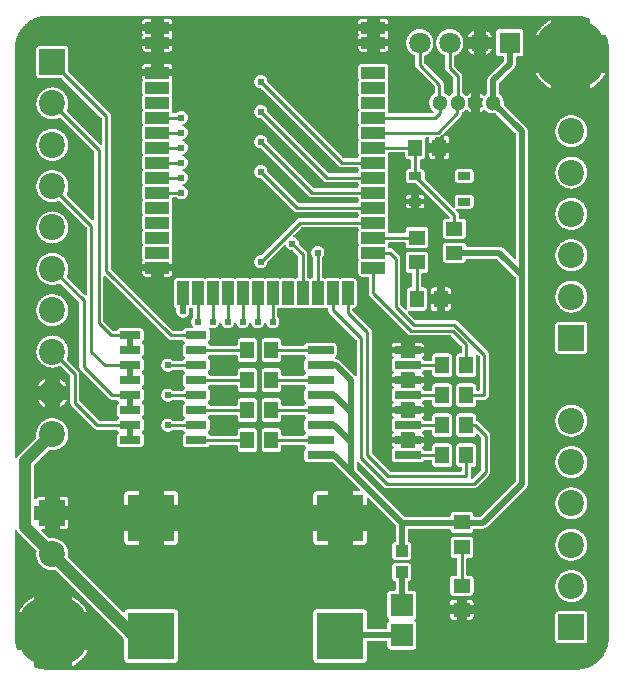
<source format=gtl>
G04 Layer: TopLayer*
G04 EasyEDA v6.2.43, 2019-09-06T10:08:58+02:00*
G04 e2e4465fc3ca44109e84c49d15151505,91cc4837159741479c5be70faa949f3f,10*
G04 Gerber Generator version 0.2*
G04 Scale: 100 percent, Rotated: No, Reflected: No *
G04 Dimensions in millimeters *
G04 leading zeros omitted , absolute positions ,3 integer and 3 decimal *
%FSLAX33Y33*%
%MOMM*%
G90*
G71D02*

%ADD10C,0.254000*%
%ADD11C,0.499999*%
%ADD12C,0.999998*%
%ADD13C,0.609600*%
%ADD14R,1.160018X1.469898*%
%ADD15R,2.199640X0.701040*%
%ADD16R,1.469898X1.160018*%
%ADD17R,1.050011X0.650011*%
%ADD18R,3.999992X3.999992*%
%ADD19R,1.399540X1.300480*%
%ADD20R,1.999996X0.999998*%
%ADD21R,0.999998X1.999996*%
%ADD22C,1.299997*%
%ADD23R,1.750060X0.650240*%
%ADD24R,1.099998X0.999998*%
%ADD25R,2.199996X2.199996*%
%ADD26C,2.199996*%
%ADD27R,1.799996X1.799996*%
%ADD28C,1.799996*%
%ADD29R,1.930400X1.930400*%
%ADD30C,6.199988*%

%LPD*%
G36*
G01X47800Y55623D02*
G01X2999Y55623D01*
G01X2924Y55622D01*
G01X2848Y55619D01*
G01X2773Y55614D01*
G01X2697Y55606D01*
G01X2622Y55597D01*
G01X2548Y55586D01*
G01X2473Y55572D01*
G01X2399Y55557D01*
G01X2326Y55539D01*
G01X2253Y55519D01*
G01X2180Y55498D01*
G01X2109Y55474D01*
G01X2037Y55449D01*
G01X1967Y55421D01*
G01X1897Y55392D01*
G01X1829Y55361D01*
G01X1761Y55327D01*
G01X1694Y55292D01*
G01X1628Y55255D01*
G01X1563Y55217D01*
G01X1499Y55176D01*
G01X1436Y55134D01*
G01X1375Y55090D01*
G01X1314Y55044D01*
G01X1255Y54997D01*
G01X1198Y54948D01*
G01X1141Y54898D01*
G01X1086Y54846D01*
G01X1033Y54793D01*
G01X981Y54738D01*
G01X931Y54681D01*
G01X882Y54624D01*
G01X835Y54565D01*
G01X789Y54504D01*
G01X745Y54443D01*
G01X703Y54380D01*
G01X662Y54316D01*
G01X624Y54251D01*
G01X587Y54185D01*
G01X552Y54118D01*
G01X518Y54050D01*
G01X487Y53982D01*
G01X458Y53912D01*
G01X430Y53842D01*
G01X405Y53770D01*
G01X381Y53699D01*
G01X360Y53626D01*
G01X340Y53553D01*
G01X322Y53480D01*
G01X307Y53406D01*
G01X293Y53331D01*
G01X282Y53257D01*
G01X273Y53182D01*
G01X265Y53106D01*
G01X260Y53031D01*
G01X257Y52955D01*
G01X256Y52880D01*
G01X256Y18253D01*
G01X257Y18239D01*
G01X260Y18225D01*
G01X265Y18211D01*
G01X272Y18199D01*
G01X281Y18187D01*
G01X291Y18177D01*
G01X303Y18168D01*
G01X315Y18161D01*
G01X329Y18156D01*
G01X343Y18153D01*
G01X358Y18152D01*
G01X372Y18153D01*
G01X387Y18156D01*
G01X400Y18161D01*
G01X413Y18168D01*
G01X425Y18177D01*
G01X435Y18188D01*
G01X444Y18199D01*
G01X451Y18212D01*
G01X468Y18248D01*
G01X487Y18284D01*
G01X507Y18318D01*
G01X530Y18350D01*
G01X554Y18382D01*
G01X580Y18413D01*
G01X608Y18441D01*
G01X2060Y19894D01*
G01X2070Y19906D01*
G01X2079Y19920D01*
G01X2085Y19934D01*
G01X2088Y19950D01*
G01X2090Y19966D01*
G01X2088Y19982D01*
G01X2081Y20034D01*
G01X2076Y20087D01*
G01X2073Y20140D01*
G01X2072Y20193D01*
G01X2073Y20246D01*
G01X2076Y20299D01*
G01X2081Y20352D01*
G01X2089Y20405D01*
G01X2098Y20457D01*
G01X2109Y20509D01*
G01X2123Y20561D01*
G01X2138Y20612D01*
G01X2156Y20662D01*
G01X2175Y20712D01*
G01X2197Y20760D01*
G01X2220Y20808D01*
G01X2245Y20855D01*
G01X2272Y20901D01*
G01X2301Y20946D01*
G01X2331Y20990D01*
G01X2363Y21032D01*
G01X2397Y21074D01*
G01X2432Y21113D01*
G01X2469Y21152D01*
G01X2508Y21189D01*
G01X2547Y21224D01*
G01X2589Y21258D01*
G01X2631Y21290D01*
G01X2675Y21320D01*
G01X2720Y21349D01*
G01X2766Y21376D01*
G01X2813Y21401D01*
G01X2861Y21424D01*
G01X2909Y21446D01*
G01X2959Y21465D01*
G01X3009Y21483D01*
G01X3060Y21498D01*
G01X3112Y21512D01*
G01X3164Y21523D01*
G01X3216Y21532D01*
G01X3269Y21540D01*
G01X3322Y21545D01*
G01X3375Y21548D01*
G01X3428Y21549D01*
G01X3482Y21548D01*
G01X3535Y21545D01*
G01X3588Y21540D01*
G01X3641Y21532D01*
G01X3693Y21523D01*
G01X3745Y21512D01*
G01X3797Y21498D01*
G01X3848Y21483D01*
G01X3898Y21465D01*
G01X3948Y21446D01*
G01X3996Y21424D01*
G01X4044Y21401D01*
G01X4091Y21376D01*
G01X4137Y21349D01*
G01X4182Y21320D01*
G01X4226Y21290D01*
G01X4268Y21258D01*
G01X4310Y21224D01*
G01X4349Y21189D01*
G01X4388Y21152D01*
G01X4425Y21113D01*
G01X4460Y21074D01*
G01X4494Y21032D01*
G01X4526Y20990D01*
G01X4556Y20946D01*
G01X4585Y20901D01*
G01X4612Y20855D01*
G01X4637Y20808D01*
G01X4660Y20760D01*
G01X4682Y20712D01*
G01X4701Y20662D01*
G01X4719Y20612D01*
G01X4734Y20561D01*
G01X4748Y20509D01*
G01X4759Y20457D01*
G01X4768Y20405D01*
G01X4776Y20352D01*
G01X4781Y20299D01*
G01X4784Y20246D01*
G01X4785Y20193D01*
G01X4784Y20139D01*
G01X4781Y20086D01*
G01X4776Y20033D01*
G01X4768Y19980D01*
G01X4759Y19928D01*
G01X4748Y19876D01*
G01X4734Y19824D01*
G01X4719Y19773D01*
G01X4701Y19723D01*
G01X4682Y19673D01*
G01X4660Y19625D01*
G01X4637Y19577D01*
G01X4612Y19530D01*
G01X4585Y19484D01*
G01X4556Y19439D01*
G01X4526Y19395D01*
G01X4494Y19353D01*
G01X4460Y19311D01*
G01X4425Y19272D01*
G01X4388Y19233D01*
G01X4349Y19196D01*
G01X4310Y19161D01*
G01X4268Y19127D01*
G01X4226Y19095D01*
G01X4182Y19065D01*
G01X4137Y19036D01*
G01X4091Y19009D01*
G01X4044Y18984D01*
G01X3996Y18961D01*
G01X3948Y18939D01*
G01X3898Y18920D01*
G01X3848Y18902D01*
G01X3797Y18887D01*
G01X3745Y18873D01*
G01X3693Y18862D01*
G01X3641Y18853D01*
G01X3588Y18845D01*
G01X3535Y18840D01*
G01X3482Y18837D01*
G01X3429Y18836D01*
G01X3376Y18837D01*
G01X3323Y18840D01*
G01X3270Y18845D01*
G01X3218Y18852D01*
G01X3202Y18854D01*
G01X3186Y18852D01*
G01X3170Y18849D01*
G01X3156Y18843D01*
G01X3142Y18834D01*
G01X3130Y18824D01*
G01X1929Y17623D01*
G01X1918Y17611D01*
G01X1910Y17597D01*
G01X1904Y17582D01*
G01X1900Y17567D01*
G01X1899Y17551D01*
G01X1899Y14777D01*
G01X1900Y14762D01*
G01X1903Y14748D01*
G01X1908Y14734D01*
G01X1915Y14722D01*
G01X1924Y14710D01*
G01X1934Y14700D01*
G01X1946Y14691D01*
G01X1958Y14684D01*
G01X1972Y14679D01*
G01X1986Y14676D01*
G01X2001Y14675D01*
G01X2015Y14676D01*
G01X2030Y14679D01*
G01X2043Y14684D01*
G01X2056Y14692D01*
G01X2068Y14700D01*
G01X2078Y14711D01*
G01X2087Y14723D01*
G01X2094Y14736D01*
G01X2104Y14756D01*
G01X2116Y14776D01*
G01X2129Y14794D01*
G01X2144Y14811D01*
G01X2161Y14827D01*
G01X2179Y14841D01*
G01X2198Y14853D01*
G01X2218Y14864D01*
G01X2239Y14873D01*
G01X2261Y14880D01*
G01X2283Y14885D01*
G01X2306Y14888D01*
G01X2329Y14889D01*
G01X2815Y14889D01*
G01X2815Y14146D01*
G01X2001Y14146D01*
G01X1986Y14145D01*
G01X1972Y14142D01*
G01X1958Y14137D01*
G01X1946Y14130D01*
G01X1934Y14121D01*
G01X1924Y14111D01*
G01X1915Y14099D01*
G01X1908Y14087D01*
G01X1903Y14073D01*
G01X1900Y14059D01*
G01X1899Y14045D01*
G01X1899Y13021D01*
G01X1900Y13006D01*
G01X1903Y12992D01*
G01X1908Y12979D01*
G01X1915Y12966D01*
G01X1924Y12954D01*
G01X1934Y12944D01*
G01X1946Y12935D01*
G01X1958Y12928D01*
G01X1972Y12923D01*
G01X1986Y12920D01*
G01X2001Y12919D01*
G01X2815Y12919D01*
G01X2815Y12176D01*
G01X2600Y12176D01*
G01X2586Y12175D01*
G01X2572Y12172D01*
G01X2558Y12167D01*
G01X2545Y12160D01*
G01X2534Y12151D01*
G01X2523Y12141D01*
G01X2515Y12129D01*
G01X2508Y12117D01*
G01X2503Y12103D01*
G01X2500Y12089D01*
G01X2499Y12074D01*
G01X2500Y12059D01*
G01X2504Y12043D01*
G01X2510Y12028D01*
G01X2518Y12015D01*
G01X2528Y12003D01*
G01X3130Y11401D01*
G01X3142Y11391D01*
G01X3156Y11382D01*
G01X3170Y11376D01*
G01X3186Y11373D01*
G01X3202Y11371D01*
G01X3218Y11373D01*
G01X3270Y11380D01*
G01X3323Y11385D01*
G01X3376Y11388D01*
G01X3428Y11389D01*
G01X3482Y11388D01*
G01X3535Y11385D01*
G01X3588Y11380D01*
G01X3641Y11372D01*
G01X3693Y11363D01*
G01X3745Y11352D01*
G01X3797Y11338D01*
G01X3848Y11323D01*
G01X3898Y11305D01*
G01X3948Y11286D01*
G01X3996Y11264D01*
G01X4044Y11241D01*
G01X4091Y11216D01*
G01X4137Y11189D01*
G01X4182Y11160D01*
G01X4226Y11130D01*
G01X4268Y11098D01*
G01X4310Y11064D01*
G01X4349Y11029D01*
G01X4388Y10992D01*
G01X4425Y10953D01*
G01X4460Y10914D01*
G01X4494Y10872D01*
G01X4526Y10830D01*
G01X4556Y10786D01*
G01X4585Y10741D01*
G01X4612Y10695D01*
G01X4637Y10648D01*
G01X4660Y10600D01*
G01X4682Y10552D01*
G01X4701Y10502D01*
G01X4719Y10452D01*
G01X4734Y10401D01*
G01X4748Y10349D01*
G01X4759Y10297D01*
G01X4768Y10245D01*
G01X4776Y10192D01*
G01X4781Y10139D01*
G01X4784Y10086D01*
G01X4785Y10033D01*
G01X4784Y9980D01*
G01X4781Y9927D01*
G01X4776Y9874D01*
G01X4769Y9822D01*
G01X4767Y9806D01*
G01X4769Y9790D01*
G01X4772Y9774D01*
G01X4778Y9760D01*
G01X4787Y9746D01*
G01X4797Y9734D01*
G01X9385Y5145D01*
G01X9398Y5135D01*
G01X9411Y5127D01*
G01X9426Y5121D01*
G01X9441Y5117D01*
G01X9457Y5116D01*
G01X9473Y5117D01*
G01X9488Y5120D01*
G01X9502Y5126D01*
G01X9516Y5134D01*
G01X9528Y5144D01*
G01X9538Y5156D01*
G01X9547Y5169D01*
G01X9553Y5183D01*
G01X9562Y5205D01*
G01X9573Y5227D01*
G01X9587Y5247D01*
G01X9602Y5266D01*
G01X9619Y5283D01*
G01X9637Y5299D01*
G01X9657Y5313D01*
G01X9678Y5325D01*
G01X9700Y5335D01*
G01X9723Y5343D01*
G01X9746Y5349D01*
G01X9770Y5352D01*
G01X9795Y5353D01*
G01X13794Y5353D01*
G01X13818Y5352D01*
G01X13842Y5349D01*
G01X13865Y5343D01*
G01X13887Y5336D01*
G01X13909Y5326D01*
G01X13930Y5315D01*
G01X13949Y5301D01*
G01X13967Y5286D01*
G01X13984Y5269D01*
G01X13999Y5251D01*
G01X14013Y5232D01*
G01X14024Y5211D01*
G01X14034Y5189D01*
G01X14041Y5167D01*
G01X14047Y5144D01*
G01X14050Y5120D01*
G01X14051Y5097D01*
G01X14051Y1097D01*
G01X14050Y1073D01*
G01X14047Y1049D01*
G01X14041Y1026D01*
G01X14034Y1004D01*
G01X14024Y982D01*
G01X14013Y961D01*
G01X13999Y942D01*
G01X13984Y924D01*
G01X13967Y907D01*
G01X13949Y892D01*
G01X13930Y878D01*
G01X13909Y867D01*
G01X13887Y857D01*
G01X13865Y850D01*
G01X13842Y844D01*
G01X13818Y841D01*
G01X13794Y840D01*
G01X9795Y840D01*
G01X9771Y841D01*
G01X9747Y844D01*
G01X9724Y850D01*
G01X9702Y857D01*
G01X9680Y867D01*
G01X9659Y878D01*
G01X9640Y892D01*
G01X9622Y907D01*
G01X9605Y924D01*
G01X9590Y942D01*
G01X9576Y961D01*
G01X9565Y982D01*
G01X9555Y1004D01*
G01X9548Y1026D01*
G01X9542Y1049D01*
G01X9539Y1073D01*
G01X9538Y1097D01*
G01X9538Y2811D01*
G01X9537Y2827D01*
G01X9533Y2842D01*
G01X9527Y2857D01*
G01X9519Y2871D01*
G01X9508Y2883D01*
G01X3727Y8664D01*
G01X3715Y8674D01*
G01X3701Y8683D01*
G01X3687Y8689D01*
G01X3671Y8692D01*
G01X3655Y8694D01*
G01X3639Y8692D01*
G01X3587Y8685D01*
G01X3534Y8680D01*
G01X3481Y8677D01*
G01X3429Y8676D01*
G01X3375Y8677D01*
G01X3322Y8680D01*
G01X3269Y8685D01*
G01X3216Y8693D01*
G01X3164Y8702D01*
G01X3112Y8713D01*
G01X3060Y8727D01*
G01X3009Y8742D01*
G01X2959Y8760D01*
G01X2909Y8779D01*
G01X2861Y8801D01*
G01X2813Y8824D01*
G01X2766Y8849D01*
G01X2720Y8876D01*
G01X2675Y8905D01*
G01X2631Y8935D01*
G01X2589Y8967D01*
G01X2547Y9001D01*
G01X2508Y9036D01*
G01X2469Y9073D01*
G01X2432Y9112D01*
G01X2397Y9151D01*
G01X2363Y9193D01*
G01X2331Y9235D01*
G01X2301Y9279D01*
G01X2272Y9324D01*
G01X2245Y9370D01*
G01X2220Y9417D01*
G01X2197Y9465D01*
G01X2175Y9513D01*
G01X2156Y9563D01*
G01X2138Y9613D01*
G01X2123Y9664D01*
G01X2109Y9716D01*
G01X2098Y9768D01*
G01X2089Y9820D01*
G01X2081Y9873D01*
G01X2076Y9926D01*
G01X2073Y9979D01*
G01X2072Y10032D01*
G01X2073Y10085D01*
G01X2076Y10138D01*
G01X2081Y10191D01*
G01X2088Y10243D01*
G01X2090Y10259D01*
G01X2088Y10275D01*
G01X2085Y10291D01*
G01X2079Y10305D01*
G01X2070Y10319D01*
G01X2060Y10331D01*
G01X608Y11784D01*
G01X580Y11812D01*
G01X554Y11843D01*
G01X530Y11875D01*
G01X507Y11907D01*
G01X487Y11941D01*
G01X468Y11977D01*
G01X451Y12013D01*
G01X444Y12026D01*
G01X435Y12037D01*
G01X425Y12048D01*
G01X413Y12057D01*
G01X400Y12064D01*
G01X387Y12069D01*
G01X372Y12072D01*
G01X358Y12073D01*
G01X343Y12072D01*
G01X329Y12069D01*
G01X315Y12064D01*
G01X303Y12057D01*
G01X291Y12048D01*
G01X281Y12038D01*
G01X272Y12026D01*
G01X265Y12014D01*
G01X260Y12000D01*
G01X257Y11986D01*
G01X256Y11972D01*
G01X256Y2999D01*
G01X257Y2922D01*
G01X260Y2845D01*
G01X266Y2768D01*
G01X273Y2692D01*
G01X283Y2615D01*
G01X295Y2539D01*
G01X309Y2464D01*
G01X325Y2388D01*
G01X343Y2313D01*
G01X364Y2239D01*
G01X386Y2165D01*
G01X410Y2092D01*
G01X437Y2020D01*
G01X465Y1949D01*
G01X472Y1935D01*
G01X481Y1923D01*
G01X491Y1912D01*
G01X503Y1903D01*
G01X516Y1896D01*
G01X530Y1890D01*
G01X544Y1887D01*
G01X559Y1886D01*
G01X1886Y1886D01*
G01X1886Y559D01*
G01X1887Y544D01*
G01X1890Y530D01*
G01X1896Y516D01*
G01X1903Y503D01*
G01X1912Y491D01*
G01X1923Y481D01*
G01X1935Y472D01*
G01X1949Y465D01*
G01X2020Y437D01*
G01X2093Y410D01*
G01X2166Y386D01*
G01X2239Y363D01*
G01X2314Y343D01*
G01X2388Y325D01*
G01X2464Y309D01*
G01X2539Y295D01*
G01X2616Y283D01*
G01X2692Y273D01*
G01X2769Y266D01*
G01X2845Y260D01*
G01X2922Y257D01*
G01X2999Y256D01*
G01X47800Y256D01*
G01X47875Y257D01*
G01X47951Y260D01*
G01X48026Y265D01*
G01X48102Y273D01*
G01X48177Y282D01*
G01X48251Y293D01*
G01X48326Y307D01*
G01X48400Y322D01*
G01X48473Y340D01*
G01X48546Y360D01*
G01X48619Y381D01*
G01X48690Y405D01*
G01X48762Y430D01*
G01X48832Y458D01*
G01X48902Y487D01*
G01X48970Y518D01*
G01X49038Y552D01*
G01X49105Y587D01*
G01X49171Y624D01*
G01X49236Y662D01*
G01X49300Y703D01*
G01X49363Y745D01*
G01X49424Y789D01*
G01X49485Y835D01*
G01X49544Y882D01*
G01X49601Y931D01*
G01X49658Y981D01*
G01X49713Y1033D01*
G01X49766Y1086D01*
G01X49818Y1141D01*
G01X49868Y1198D01*
G01X49917Y1255D01*
G01X49964Y1314D01*
G01X50010Y1375D01*
G01X50054Y1436D01*
G01X50096Y1499D01*
G01X50137Y1563D01*
G01X50175Y1628D01*
G01X50212Y1694D01*
G01X50247Y1761D01*
G01X50281Y1829D01*
G01X50312Y1897D01*
G01X50341Y1967D01*
G01X50369Y2037D01*
G01X50394Y2109D01*
G01X50418Y2180D01*
G01X50439Y2253D01*
G01X50459Y2326D01*
G01X50477Y2399D01*
G01X50492Y2473D01*
G01X50506Y2548D01*
G01X50517Y2622D01*
G01X50526Y2697D01*
G01X50534Y2773D01*
G01X50539Y2848D01*
G01X50542Y2924D01*
G01X50543Y2999D01*
G01X50543Y52880D01*
G01X50542Y52957D01*
G01X50539Y53034D01*
G01X50533Y53110D01*
G01X50526Y53187D01*
G01X50516Y53263D01*
G01X50504Y53340D01*
G01X50490Y53415D01*
G01X50474Y53491D01*
G01X50456Y53565D01*
G01X50436Y53640D01*
G01X50413Y53713D01*
G01X50389Y53786D01*
G01X50362Y53859D01*
G01X50334Y53930D01*
G01X50327Y53944D01*
G01X50318Y53956D01*
G01X50308Y53967D01*
G01X50296Y53976D01*
G01X50283Y53983D01*
G01X50269Y53989D01*
G01X50255Y53992D01*
G01X50240Y53993D01*
G01X48913Y53993D01*
G01X48913Y55320D01*
G01X48912Y55335D01*
G01X48909Y55349D01*
G01X48903Y55363D01*
G01X48896Y55376D01*
G01X48887Y55388D01*
G01X48876Y55398D01*
G01X48864Y55407D01*
G01X48850Y55414D01*
G01X48779Y55442D01*
G01X48707Y55469D01*
G01X48634Y55493D01*
G01X48560Y55515D01*
G01X48486Y55536D01*
G01X48411Y55554D01*
G01X48335Y55570D01*
G01X48260Y55584D01*
G01X48184Y55596D01*
G01X48107Y55606D01*
G01X48031Y55613D01*
G01X47954Y55619D01*
G01X47877Y55622D01*
G01X47800Y55623D01*
G37*

%LPC*%
G36*
G01X34593Y54495D02*
G01X34544Y54496D01*
G01X34494Y54495D01*
G01X34445Y54492D01*
G01X34397Y54487D01*
G01X34348Y54479D01*
G01X34300Y54470D01*
G01X34252Y54459D01*
G01X34205Y54445D01*
G01X34158Y54430D01*
G01X34112Y54413D01*
G01X34067Y54393D01*
G01X34023Y54372D01*
G01X33979Y54349D01*
G01X33937Y54324D01*
G01X33896Y54298D01*
G01X33856Y54269D01*
G01X33817Y54239D01*
G01X33779Y54208D01*
G01X33743Y54174D01*
G01X33709Y54140D01*
G01X33675Y54104D01*
G01X33644Y54066D01*
G01X33614Y54027D01*
G01X33585Y53987D01*
G01X33559Y53946D01*
G01X33534Y53904D01*
G01X33511Y53860D01*
G01X33490Y53816D01*
G01X33470Y53771D01*
G01X33453Y53725D01*
G01X33438Y53678D01*
G01X33424Y53631D01*
G01X33413Y53583D01*
G01X33404Y53535D01*
G01X33396Y53486D01*
G01X33391Y53438D01*
G01X33388Y53389D01*
G01X33387Y53340D01*
G01X33388Y53291D01*
G01X33391Y53243D01*
G01X33396Y53194D01*
G01X33403Y53146D01*
G01X33412Y53099D01*
G01X33423Y53051D01*
G01X33436Y53005D01*
G01X33468Y52913D01*
G01X33487Y52868D01*
G01X33508Y52824D01*
G01X33531Y52781D01*
G01X33555Y52739D01*
G01X33581Y52698D01*
G01X33609Y52659D01*
G01X33638Y52620D01*
G01X33669Y52583D01*
G01X33701Y52547D01*
G01X33735Y52512D01*
G01X33771Y52479D01*
G01X33808Y52447D01*
G01X33846Y52417D01*
G01X33885Y52389D01*
G01X33926Y52362D01*
G01X33967Y52337D01*
G01X34010Y52314D01*
G01X34053Y52292D01*
G01X34098Y52272D01*
G01X34111Y52266D01*
G01X34123Y52257D01*
G01X34134Y52247D01*
G01X34143Y52235D01*
G01X34150Y52222D01*
G01X34156Y52208D01*
G01X34159Y52194D01*
G01X34160Y52179D01*
G01X34160Y51435D01*
G01X34161Y51404D01*
G01X34165Y51375D01*
G01X34171Y51345D01*
G01X34179Y51316D01*
G01X34189Y51288D01*
G01X34202Y51260D01*
G01X34216Y51234D01*
G01X34233Y51209D01*
G01X34252Y51185D01*
G01X34272Y51163D01*
G01X35781Y49654D01*
G01X35792Y49642D01*
G01X35800Y49629D01*
G01X35806Y49614D01*
G01X35810Y49598D01*
G01X35811Y49583D01*
G01X35811Y49115D01*
G01X35810Y49100D01*
G01X35807Y49086D01*
G01X35802Y49072D01*
G01X35794Y49060D01*
G01X35785Y49048D01*
G01X35775Y49038D01*
G01X35763Y49029D01*
G01X35727Y49005D01*
G01X35691Y48979D01*
G01X35657Y48952D01*
G01X35624Y48923D01*
G01X35593Y48892D01*
G01X35563Y48860D01*
G01X35535Y48826D01*
G01X35509Y48792D01*
G01X35484Y48756D01*
G01X35461Y48719D01*
G01X35440Y48680D01*
G01X35420Y48641D01*
G01X35403Y48601D01*
G01X35387Y48560D01*
G01X35374Y48518D01*
G01X35362Y48476D01*
G01X35353Y48433D01*
G01X35345Y48390D01*
G01X35340Y48347D01*
G01X35337Y48303D01*
G01X35336Y48260D01*
G01X35337Y48215D01*
G01X35340Y48170D01*
G01X35346Y48125D01*
G01X35354Y48081D01*
G01X35364Y48037D01*
G01X35376Y47994D01*
G01X35390Y47951D01*
G01X35406Y47909D01*
G01X35425Y47868D01*
G01X35445Y47828D01*
G01X35467Y47789D01*
G01X35492Y47751D01*
G01X35518Y47715D01*
G01X35546Y47680D01*
G01X35575Y47646D01*
G01X35606Y47614D01*
G01X35639Y47583D01*
G01X35674Y47554D01*
G01X35685Y47543D01*
G01X35694Y47532D01*
G01X35701Y47518D01*
G01X35707Y47504D01*
G01X35710Y47490D01*
G01X35711Y47475D01*
G01X35710Y47460D01*
G01X35707Y47446D01*
G01X35702Y47432D01*
G01X35695Y47420D01*
G01X35687Y47408D01*
G01X35676Y47398D01*
G01X35665Y47389D01*
G01X35652Y47382D01*
G01X35638Y47377D01*
G01X35624Y47374D01*
G01X35610Y47373D01*
G01X31965Y47373D01*
G01X31950Y47374D01*
G01X31936Y47377D01*
G01X31922Y47382D01*
G01X31910Y47389D01*
G01X31898Y47398D01*
G01X31888Y47408D01*
G01X31879Y47420D01*
G01X31872Y47432D01*
G01X31867Y47446D01*
G01X31864Y47460D01*
G01X31863Y47475D01*
G01X31863Y47490D01*
G01X31862Y47514D01*
G01X31858Y47539D01*
G01X31852Y47563D01*
G01X31844Y47586D01*
G01X31839Y47605D01*
G01X31837Y47625D01*
G01X31839Y47644D01*
G01X31844Y47663D01*
G01X31852Y47686D01*
G01X31858Y47710D01*
G01X31862Y47735D01*
G01X31863Y47760D01*
G01X31863Y48759D01*
G01X31862Y48784D01*
G01X31858Y48809D01*
G01X31852Y48833D01*
G01X31844Y48856D01*
G01X31839Y48875D01*
G01X31837Y48894D01*
G01X31839Y48914D01*
G01X31844Y48933D01*
G01X31852Y48956D01*
G01X31858Y48980D01*
G01X31862Y49005D01*
G01X31863Y49030D01*
G01X31863Y50029D01*
G01X31862Y50054D01*
G01X31858Y50079D01*
G01X31852Y50103D01*
G01X31844Y50126D01*
G01X31839Y50145D01*
G01X31837Y50164D01*
G01X31839Y50184D01*
G01X31844Y50203D01*
G01X31852Y50226D01*
G01X31858Y50250D01*
G01X31862Y50275D01*
G01X31863Y50300D01*
G01X31863Y51299D01*
G01X31862Y51323D01*
G01X31859Y51347D01*
G01X31853Y51370D01*
G01X31846Y51392D01*
G01X31836Y51414D01*
G01X31825Y51435D01*
G01X31811Y51454D01*
G01X31796Y51472D01*
G01X31779Y51489D01*
G01X31761Y51504D01*
G01X31742Y51518D01*
G01X31721Y51529D01*
G01X31699Y51539D01*
G01X31677Y51546D01*
G01X31654Y51552D01*
G01X31630Y51555D01*
G01X31606Y51556D01*
G01X29607Y51556D01*
G01X29583Y51555D01*
G01X29559Y51552D01*
G01X29536Y51546D01*
G01X29514Y51539D01*
G01X29492Y51529D01*
G01X29471Y51518D01*
G01X29452Y51504D01*
G01X29434Y51489D01*
G01X29417Y51472D01*
G01X29402Y51454D01*
G01X29388Y51435D01*
G01X29377Y51414D01*
G01X29367Y51392D01*
G01X29360Y51370D01*
G01X29354Y51347D01*
G01X29351Y51323D01*
G01X29350Y51299D01*
G01X29350Y50300D01*
G01X29351Y50275D01*
G01X29355Y50250D01*
G01X29361Y50226D01*
G01X29369Y50203D01*
G01X29374Y50184D01*
G01X29376Y50165D01*
G01X29374Y50145D01*
G01X29369Y50126D01*
G01X29361Y50103D01*
G01X29355Y50079D01*
G01X29351Y50054D01*
G01X29350Y50029D01*
G01X29350Y49030D01*
G01X29351Y49005D01*
G01X29355Y48980D01*
G01X29361Y48956D01*
G01X29369Y48933D01*
G01X29374Y48914D01*
G01X29376Y48895D01*
G01X29374Y48875D01*
G01X29369Y48856D01*
G01X29361Y48833D01*
G01X29355Y48809D01*
G01X29351Y48784D01*
G01X29350Y48759D01*
G01X29350Y47760D01*
G01X29351Y47735D01*
G01X29355Y47710D01*
G01X29361Y47686D01*
G01X29369Y47663D01*
G01X29374Y47644D01*
G01X29376Y47625D01*
G01X29374Y47605D01*
G01X29369Y47586D01*
G01X29361Y47563D01*
G01X29355Y47539D01*
G01X29351Y47514D01*
G01X29350Y47490D01*
G01X29350Y46490D01*
G01X29351Y46465D01*
G01X29355Y46440D01*
G01X29361Y46416D01*
G01X29369Y46393D01*
G01X29374Y46374D01*
G01X29376Y46355D01*
G01X29374Y46335D01*
G01X29369Y46316D01*
G01X29361Y46293D01*
G01X29355Y46269D01*
G01X29351Y46244D01*
G01X29350Y46220D01*
G01X29350Y45220D01*
G01X29351Y45195D01*
G01X29355Y45170D01*
G01X29361Y45146D01*
G01X29369Y45123D01*
G01X29374Y45104D01*
G01X29376Y45085D01*
G01X29374Y45065D01*
G01X29369Y45046D01*
G01X29361Y45023D01*
G01X29355Y44999D01*
G01X29351Y44974D01*
G01X29350Y44950D01*
G01X29350Y43950D01*
G01X29351Y43925D01*
G01X29355Y43900D01*
G01X29361Y43876D01*
G01X29369Y43853D01*
G01X29374Y43834D01*
G01X29376Y43815D01*
G01X29374Y43795D01*
G01X29369Y43776D01*
G01X29361Y43753D01*
G01X29355Y43729D01*
G01X29351Y43704D01*
G01X29350Y43680D01*
G01X29350Y43665D01*
G01X29349Y43650D01*
G01X29346Y43636D01*
G01X29341Y43622D01*
G01X29334Y43610D01*
G01X29325Y43598D01*
G01X29315Y43588D01*
G01X29303Y43579D01*
G01X29291Y43572D01*
G01X29277Y43567D01*
G01X29263Y43564D01*
G01X29248Y43563D01*
G01X28140Y43563D01*
G01X28125Y43564D01*
G01X28109Y43568D01*
G01X28094Y43574D01*
G01X28081Y43582D01*
G01X28069Y43593D01*
G01X21672Y49989D01*
G01X21662Y50001D01*
G01X21654Y50014D01*
G01X21648Y50028D01*
G01X21644Y50042D01*
G01X21642Y50057D01*
G01X21640Y50092D01*
G01X21636Y50126D01*
G01X21629Y50160D01*
G01X21621Y50193D01*
G01X21610Y50226D01*
G01X21598Y50258D01*
G01X21583Y50289D01*
G01X21567Y50320D01*
G01X21548Y50349D01*
G01X21528Y50377D01*
G01X21507Y50404D01*
G01X21484Y50429D01*
G01X21459Y50453D01*
G01X21432Y50476D01*
G01X21405Y50496D01*
G01X21376Y50515D01*
G01X21346Y50532D01*
G01X21315Y50548D01*
G01X21284Y50561D01*
G01X21251Y50573D01*
G01X21218Y50582D01*
G01X21184Y50589D01*
G01X21150Y50595D01*
G01X21116Y50598D01*
G01X21082Y50599D01*
G01X21048Y50598D01*
G01X21014Y50595D01*
G01X20980Y50590D01*
G01X20947Y50583D01*
G01X20914Y50573D01*
G01X20882Y50562D01*
G01X20851Y50549D01*
G01X20821Y50535D01*
G01X20791Y50518D01*
G01X20763Y50499D01*
G01X20735Y50479D01*
G01X20709Y50458D01*
G01X20661Y50410D01*
G01X20640Y50384D01*
G01X20620Y50356D01*
G01X20601Y50328D01*
G01X20584Y50298D01*
G01X20570Y50268D01*
G01X20557Y50237D01*
G01X20546Y50205D01*
G01X20536Y50172D01*
G01X20529Y50139D01*
G01X20524Y50105D01*
G01X20521Y50071D01*
G01X20520Y50038D01*
G01X20521Y50003D01*
G01X20524Y49969D01*
G01X20530Y49935D01*
G01X20537Y49901D01*
G01X20546Y49868D01*
G01X20558Y49835D01*
G01X20571Y49804D01*
G01X20587Y49773D01*
G01X20604Y49743D01*
G01X20623Y49714D01*
G01X20643Y49687D01*
G01X20666Y49660D01*
G01X20690Y49635D01*
G01X20715Y49612D01*
G01X20742Y49591D01*
G01X20770Y49571D01*
G01X20799Y49552D01*
G01X20830Y49536D01*
G01X20861Y49521D01*
G01X20893Y49509D01*
G01X20926Y49498D01*
G01X20959Y49490D01*
G01X20993Y49483D01*
G01X21027Y49479D01*
G01X21062Y49477D01*
G01X21077Y49475D01*
G01X21091Y49471D01*
G01X21105Y49465D01*
G01X21118Y49457D01*
G01X21130Y49447D01*
G01X27668Y42908D01*
G01X27690Y42888D01*
G01X27714Y42869D01*
G01X27739Y42852D01*
G01X27765Y42838D01*
G01X27793Y42825D01*
G01X27821Y42815D01*
G01X27850Y42807D01*
G01X27880Y42801D01*
G01X27909Y42797D01*
G01X27940Y42796D01*
G01X29248Y42796D01*
G01X29263Y42795D01*
G01X29277Y42792D01*
G01X29291Y42787D01*
G01X29303Y42780D01*
G01X29315Y42771D01*
G01X29325Y42761D01*
G01X29334Y42749D01*
G01X29341Y42737D01*
G01X29346Y42723D01*
G01X29349Y42709D01*
G01X29350Y42694D01*
G01X29350Y42680D01*
G01X29351Y42655D01*
G01X29355Y42630D01*
G01X29361Y42606D01*
G01X29369Y42583D01*
G01X29374Y42564D01*
G01X29376Y42545D01*
G01X29374Y42525D01*
G01X29369Y42506D01*
G01X29361Y42483D01*
G01X29355Y42459D01*
G01X29351Y42434D01*
G01X29350Y42410D01*
G01X29350Y42395D01*
G01X29349Y42380D01*
G01X29346Y42366D01*
G01X29341Y42352D01*
G01X29334Y42340D01*
G01X29325Y42328D01*
G01X29315Y42318D01*
G01X29303Y42309D01*
G01X29291Y42302D01*
G01X29277Y42297D01*
G01X29263Y42294D01*
G01X29248Y42293D01*
G01X26870Y42293D01*
G01X26855Y42294D01*
G01X26839Y42298D01*
G01X26824Y42304D01*
G01X26811Y42312D01*
G01X26799Y42323D01*
G01X21672Y47449D01*
G01X21662Y47461D01*
G01X21654Y47474D01*
G01X21648Y47488D01*
G01X21644Y47502D01*
G01X21642Y47517D01*
G01X21640Y47552D01*
G01X21636Y47586D01*
G01X21629Y47620D01*
G01X21621Y47653D01*
G01X21610Y47686D01*
G01X21598Y47718D01*
G01X21583Y47749D01*
G01X21567Y47780D01*
G01X21548Y47809D01*
G01X21528Y47837D01*
G01X21507Y47864D01*
G01X21484Y47889D01*
G01X21459Y47913D01*
G01X21432Y47936D01*
G01X21405Y47956D01*
G01X21376Y47975D01*
G01X21346Y47992D01*
G01X21315Y48008D01*
G01X21284Y48021D01*
G01X21251Y48033D01*
G01X21218Y48042D01*
G01X21184Y48049D01*
G01X21150Y48055D01*
G01X21116Y48058D01*
G01X21082Y48059D01*
G01X21048Y48058D01*
G01X21014Y48055D01*
G01X20980Y48050D01*
G01X20947Y48043D01*
G01X20914Y48033D01*
G01X20882Y48022D01*
G01X20851Y48009D01*
G01X20821Y47995D01*
G01X20791Y47978D01*
G01X20763Y47959D01*
G01X20735Y47939D01*
G01X20709Y47918D01*
G01X20661Y47870D01*
G01X20640Y47844D01*
G01X20620Y47816D01*
G01X20601Y47788D01*
G01X20584Y47758D01*
G01X20570Y47728D01*
G01X20557Y47697D01*
G01X20546Y47665D01*
G01X20536Y47632D01*
G01X20529Y47599D01*
G01X20524Y47565D01*
G01X20521Y47531D01*
G01X20520Y47498D01*
G01X20521Y47463D01*
G01X20524Y47429D01*
G01X20530Y47395D01*
G01X20537Y47361D01*
G01X20546Y47328D01*
G01X20558Y47295D01*
G01X20571Y47264D01*
G01X20587Y47233D01*
G01X20604Y47203D01*
G01X20623Y47174D01*
G01X20643Y47147D01*
G01X20666Y47120D01*
G01X20690Y47095D01*
G01X20715Y47072D01*
G01X20742Y47051D01*
G01X20770Y47031D01*
G01X20799Y47012D01*
G01X20830Y46996D01*
G01X20861Y46981D01*
G01X20893Y46969D01*
G01X20926Y46958D01*
G01X20959Y46950D01*
G01X20993Y46943D01*
G01X21027Y46939D01*
G01X21062Y46937D01*
G01X21077Y46935D01*
G01X21091Y46931D01*
G01X21105Y46925D01*
G01X21118Y46917D01*
G01X21130Y46907D01*
G01X26398Y41638D01*
G01X26420Y41618D01*
G01X26444Y41599D01*
G01X26469Y41582D01*
G01X26495Y41568D01*
G01X26523Y41555D01*
G01X26551Y41545D01*
G01X26580Y41537D01*
G01X26610Y41531D01*
G01X26639Y41527D01*
G01X26670Y41526D01*
G01X29248Y41526D01*
G01X29263Y41525D01*
G01X29277Y41522D01*
G01X29291Y41517D01*
G01X29303Y41510D01*
G01X29315Y41501D01*
G01X29325Y41491D01*
G01X29334Y41479D01*
G01X29341Y41467D01*
G01X29346Y41453D01*
G01X29349Y41439D01*
G01X29350Y41424D01*
G01X29350Y41410D01*
G01X29351Y41385D01*
G01X29355Y41360D01*
G01X29361Y41336D01*
G01X29369Y41313D01*
G01X29374Y41294D01*
G01X29376Y41275D01*
G01X29374Y41255D01*
G01X29369Y41236D01*
G01X29361Y41213D01*
G01X29355Y41189D01*
G01X29351Y41164D01*
G01X29350Y41140D01*
G01X29350Y41125D01*
G01X29349Y41110D01*
G01X29346Y41096D01*
G01X29341Y41082D01*
G01X29334Y41070D01*
G01X29325Y41058D01*
G01X29315Y41048D01*
G01X29303Y41039D01*
G01X29291Y41032D01*
G01X29277Y41027D01*
G01X29263Y41024D01*
G01X29248Y41023D01*
G01X25600Y41023D01*
G01X25585Y41024D01*
G01X25569Y41028D01*
G01X25554Y41034D01*
G01X25541Y41042D01*
G01X25529Y41053D01*
G01X21672Y44909D01*
G01X21662Y44921D01*
G01X21654Y44934D01*
G01X21648Y44948D01*
G01X21644Y44962D01*
G01X21642Y44977D01*
G01X21640Y45012D01*
G01X21636Y45046D01*
G01X21629Y45080D01*
G01X21621Y45113D01*
G01X21610Y45146D01*
G01X21598Y45178D01*
G01X21583Y45209D01*
G01X21567Y45240D01*
G01X21548Y45269D01*
G01X21528Y45297D01*
G01X21507Y45324D01*
G01X21484Y45349D01*
G01X21459Y45373D01*
G01X21432Y45396D01*
G01X21405Y45416D01*
G01X21376Y45435D01*
G01X21346Y45452D01*
G01X21315Y45468D01*
G01X21284Y45481D01*
G01X21251Y45493D01*
G01X21218Y45502D01*
G01X21184Y45509D01*
G01X21150Y45515D01*
G01X21116Y45518D01*
G01X21082Y45519D01*
G01X21048Y45518D01*
G01X21014Y45515D01*
G01X20980Y45510D01*
G01X20947Y45503D01*
G01X20914Y45493D01*
G01X20882Y45482D01*
G01X20851Y45469D01*
G01X20821Y45455D01*
G01X20791Y45438D01*
G01X20763Y45419D01*
G01X20735Y45399D01*
G01X20709Y45378D01*
G01X20661Y45330D01*
G01X20640Y45304D01*
G01X20620Y45276D01*
G01X20601Y45248D01*
G01X20584Y45218D01*
G01X20570Y45188D01*
G01X20557Y45157D01*
G01X20546Y45125D01*
G01X20536Y45092D01*
G01X20529Y45059D01*
G01X20524Y45025D01*
G01X20521Y44991D01*
G01X20520Y44958D01*
G01X20521Y44923D01*
G01X20524Y44889D01*
G01X20530Y44855D01*
G01X20537Y44821D01*
G01X20546Y44788D01*
G01X20558Y44755D01*
G01X20571Y44724D01*
G01X20587Y44693D01*
G01X20604Y44663D01*
G01X20623Y44634D01*
G01X20643Y44607D01*
G01X20666Y44580D01*
G01X20690Y44555D01*
G01X20715Y44532D01*
G01X20742Y44511D01*
G01X20770Y44491D01*
G01X20799Y44472D01*
G01X20830Y44456D01*
G01X20861Y44441D01*
G01X20893Y44429D01*
G01X20926Y44418D01*
G01X20959Y44410D01*
G01X20993Y44403D01*
G01X21027Y44399D01*
G01X21062Y44397D01*
G01X21077Y44395D01*
G01X21091Y44391D01*
G01X21105Y44385D01*
G01X21118Y44377D01*
G01X21130Y44367D01*
G01X25128Y40368D01*
G01X25150Y40348D01*
G01X25174Y40329D01*
G01X25199Y40312D01*
G01X25225Y40298D01*
G01X25253Y40285D01*
G01X25281Y40275D01*
G01X25310Y40267D01*
G01X25340Y40261D01*
G01X25369Y40257D01*
G01X25400Y40256D01*
G01X29248Y40256D01*
G01X29263Y40255D01*
G01X29277Y40252D01*
G01X29291Y40247D01*
G01X29303Y40240D01*
G01X29315Y40231D01*
G01X29325Y40221D01*
G01X29334Y40209D01*
G01X29341Y40197D01*
G01X29346Y40183D01*
G01X29349Y40169D01*
G01X29350Y40154D01*
G01X29350Y40140D01*
G01X29351Y40115D01*
G01X29355Y40090D01*
G01X29361Y40066D01*
G01X29369Y40043D01*
G01X29374Y40024D01*
G01X29376Y40005D01*
G01X29374Y39985D01*
G01X29369Y39966D01*
G01X29361Y39943D01*
G01X29355Y39919D01*
G01X29351Y39894D01*
G01X29350Y39870D01*
G01X29350Y39855D01*
G01X29349Y39840D01*
G01X29346Y39826D01*
G01X29341Y39812D01*
G01X29334Y39800D01*
G01X29325Y39788D01*
G01X29315Y39778D01*
G01X29303Y39769D01*
G01X29291Y39762D01*
G01X29277Y39757D01*
G01X29263Y39754D01*
G01X29248Y39753D01*
G01X24330Y39753D01*
G01X24315Y39754D01*
G01X24299Y39758D01*
G01X24284Y39764D01*
G01X24271Y39772D01*
G01X24259Y39783D01*
G01X21672Y42369D01*
G01X21662Y42381D01*
G01X21654Y42394D01*
G01X21648Y42408D01*
G01X21644Y42422D01*
G01X21642Y42437D01*
G01X21640Y42472D01*
G01X21636Y42506D01*
G01X21629Y42540D01*
G01X21621Y42573D01*
G01X21610Y42606D01*
G01X21598Y42638D01*
G01X21583Y42669D01*
G01X21567Y42700D01*
G01X21548Y42729D01*
G01X21528Y42757D01*
G01X21507Y42784D01*
G01X21484Y42809D01*
G01X21459Y42833D01*
G01X21432Y42856D01*
G01X21405Y42876D01*
G01X21376Y42895D01*
G01X21346Y42912D01*
G01X21315Y42928D01*
G01X21284Y42941D01*
G01X21251Y42953D01*
G01X21218Y42962D01*
G01X21184Y42969D01*
G01X21150Y42975D01*
G01X21116Y42978D01*
G01X21082Y42979D01*
G01X21048Y42978D01*
G01X21014Y42975D01*
G01X20980Y42970D01*
G01X20947Y42963D01*
G01X20914Y42953D01*
G01X20882Y42942D01*
G01X20851Y42929D01*
G01X20821Y42915D01*
G01X20791Y42898D01*
G01X20763Y42879D01*
G01X20735Y42859D01*
G01X20709Y42838D01*
G01X20661Y42790D01*
G01X20640Y42764D01*
G01X20620Y42736D01*
G01X20601Y42708D01*
G01X20584Y42678D01*
G01X20570Y42648D01*
G01X20557Y42617D01*
G01X20546Y42585D01*
G01X20536Y42552D01*
G01X20529Y42519D01*
G01X20524Y42485D01*
G01X20521Y42451D01*
G01X20520Y42418D01*
G01X20521Y42383D01*
G01X20524Y42349D01*
G01X20530Y42315D01*
G01X20537Y42281D01*
G01X20546Y42248D01*
G01X20558Y42215D01*
G01X20571Y42184D01*
G01X20587Y42153D01*
G01X20604Y42123D01*
G01X20623Y42094D01*
G01X20643Y42067D01*
G01X20666Y42040D01*
G01X20690Y42015D01*
G01X20715Y41992D01*
G01X20742Y41971D01*
G01X20770Y41951D01*
G01X20799Y41932D01*
G01X20830Y41916D01*
G01X20861Y41901D01*
G01X20893Y41889D01*
G01X20926Y41878D01*
G01X20959Y41870D01*
G01X20993Y41863D01*
G01X21027Y41859D01*
G01X21062Y41857D01*
G01X21077Y41855D01*
G01X21091Y41851D01*
G01X21105Y41845D01*
G01X21118Y41837D01*
G01X21130Y41827D01*
G01X23858Y39098D01*
G01X23880Y39078D01*
G01X23904Y39059D01*
G01X23929Y39042D01*
G01X23955Y39028D01*
G01X23983Y39015D01*
G01X24011Y39005D01*
G01X24040Y38997D01*
G01X24070Y38991D01*
G01X24099Y38987D01*
G01X24129Y38986D01*
G01X29248Y38986D01*
G01X29263Y38985D01*
G01X29277Y38982D01*
G01X29291Y38977D01*
G01X29303Y38970D01*
G01X29315Y38961D01*
G01X29325Y38951D01*
G01X29334Y38939D01*
G01X29341Y38927D01*
G01X29346Y38913D01*
G01X29349Y38899D01*
G01X29350Y38884D01*
G01X29350Y38870D01*
G01X29351Y38845D01*
G01X29355Y38820D01*
G01X29361Y38796D01*
G01X29369Y38773D01*
G01X29374Y38754D01*
G01X29376Y38735D01*
G01X29374Y38715D01*
G01X29369Y38696D01*
G01X29361Y38673D01*
G01X29355Y38649D01*
G01X29351Y38624D01*
G01X29350Y38600D01*
G01X29350Y38585D01*
G01X29349Y38570D01*
G01X29346Y38556D01*
G01X29341Y38542D01*
G01X29334Y38530D01*
G01X29325Y38518D01*
G01X29315Y38508D01*
G01X29303Y38499D01*
G01X29291Y38492D01*
G01X29277Y38487D01*
G01X29263Y38484D01*
G01X29248Y38483D01*
G01X24383Y38483D01*
G01X24353Y38482D01*
G01X24324Y38478D01*
G01X24294Y38472D01*
G01X24265Y38464D01*
G01X24237Y38454D01*
G01X24209Y38441D01*
G01X24183Y38427D01*
G01X24158Y38410D01*
G01X24134Y38391D01*
G01X24112Y38371D01*
G01X21130Y35388D01*
G01X21118Y35378D01*
G01X21105Y35370D01*
G01X21091Y35364D01*
G01X21077Y35360D01*
G01X21062Y35358D01*
G01X21027Y35356D01*
G01X20993Y35352D01*
G01X20959Y35345D01*
G01X20926Y35337D01*
G01X20893Y35326D01*
G01X20861Y35314D01*
G01X20830Y35299D01*
G01X20799Y35283D01*
G01X20770Y35264D01*
G01X20742Y35244D01*
G01X20715Y35223D01*
G01X20690Y35200D01*
G01X20666Y35175D01*
G01X20643Y35148D01*
G01X20623Y35121D01*
G01X20604Y35092D01*
G01X20587Y35062D01*
G01X20571Y35031D01*
G01X20558Y35000D01*
G01X20546Y34967D01*
G01X20537Y34934D01*
G01X20530Y34900D01*
G01X20524Y34866D01*
G01X20521Y34832D01*
G01X20520Y34798D01*
G01X20521Y34764D01*
G01X20524Y34730D01*
G01X20529Y34696D01*
G01X20536Y34663D01*
G01X20546Y34630D01*
G01X20557Y34598D01*
G01X20570Y34567D01*
G01X20584Y34537D01*
G01X20601Y34507D01*
G01X20620Y34479D01*
G01X20640Y34451D01*
G01X20661Y34425D01*
G01X20709Y34377D01*
G01X20735Y34356D01*
G01X20763Y34336D01*
G01X20791Y34317D01*
G01X20821Y34300D01*
G01X20851Y34286D01*
G01X20882Y34273D01*
G01X20914Y34262D01*
G01X20947Y34252D01*
G01X20980Y34245D01*
G01X21014Y34240D01*
G01X21048Y34237D01*
G01X21082Y34236D01*
G01X21116Y34237D01*
G01X21150Y34240D01*
G01X21184Y34246D01*
G01X21218Y34253D01*
G01X21251Y34262D01*
G01X21284Y34274D01*
G01X21315Y34287D01*
G01X21346Y34303D01*
G01X21376Y34320D01*
G01X21405Y34339D01*
G01X21432Y34359D01*
G01X21459Y34382D01*
G01X21484Y34406D01*
G01X21507Y34431D01*
G01X21528Y34458D01*
G01X21548Y34486D01*
G01X21567Y34515D01*
G01X21583Y34546D01*
G01X21598Y34577D01*
G01X21610Y34609D01*
G01X21621Y34642D01*
G01X21629Y34675D01*
G01X21636Y34709D01*
G01X21640Y34743D01*
G01X21642Y34778D01*
G01X21644Y34793D01*
G01X21648Y34807D01*
G01X21654Y34821D01*
G01X21662Y34834D01*
G01X21672Y34846D01*
G01X23039Y36212D01*
G01X23051Y36223D01*
G01X23065Y36231D01*
G01X23079Y36237D01*
G01X23095Y36241D01*
G01X23111Y36242D01*
G01X23125Y36241D01*
G01X23140Y36238D01*
G01X23153Y36233D01*
G01X23166Y36226D01*
G01X23178Y36217D01*
G01X23188Y36207D01*
G01X23197Y36195D01*
G01X23203Y36182D01*
G01X23208Y36168D01*
G01X23219Y36135D01*
G01X23232Y36102D01*
G01X23247Y36070D01*
G01X23264Y36039D01*
G01X23282Y36009D01*
G01X23303Y35980D01*
G01X23325Y35953D01*
G01X23349Y35927D01*
G01X23375Y35902D01*
G01X23402Y35880D01*
G01X23431Y35859D01*
G01X23460Y35840D01*
G01X23491Y35823D01*
G01X23523Y35807D01*
G01X23556Y35794D01*
G01X23589Y35783D01*
G01X23624Y35774D01*
G01X23658Y35767D01*
G01X23693Y35763D01*
G01X23729Y35761D01*
G01X23744Y35759D01*
G01X23758Y35755D01*
G01X23772Y35749D01*
G01X23785Y35741D01*
G01X23797Y35731D01*
G01X24211Y35316D01*
G01X24222Y35304D01*
G01X24230Y35291D01*
G01X24236Y35276D01*
G01X24240Y35260D01*
G01X24241Y35244D01*
G01X24241Y33491D01*
G01X24240Y33476D01*
G01X24237Y33462D01*
G01X24232Y33448D01*
G01X24225Y33436D01*
G01X24216Y33424D01*
G01X24206Y33414D01*
G01X24194Y33405D01*
G01X24182Y33398D01*
G01X24168Y33393D01*
G01X24154Y33390D01*
G01X24139Y33389D01*
G01X24124Y33389D01*
G01X24100Y33388D01*
G01X24075Y33384D01*
G01X24051Y33378D01*
G01X24028Y33370D01*
G01X24009Y33365D01*
G01X23989Y33363D01*
G01X23970Y33365D01*
G01X23951Y33370D01*
G01X23928Y33378D01*
G01X23904Y33384D01*
G01X23879Y33388D01*
G01X23854Y33389D01*
G01X22854Y33389D01*
G01X22830Y33388D01*
G01X22805Y33384D01*
G01X22781Y33378D01*
G01X22758Y33370D01*
G01X22739Y33365D01*
G01X22719Y33363D01*
G01X22700Y33365D01*
G01X22681Y33370D01*
G01X22658Y33378D01*
G01X22634Y33384D01*
G01X22609Y33388D01*
G01X22584Y33389D01*
G01X21584Y33389D01*
G01X21560Y33388D01*
G01X21535Y33384D01*
G01X21511Y33378D01*
G01X21488Y33370D01*
G01X21469Y33365D01*
G01X21449Y33363D01*
G01X21430Y33365D01*
G01X21411Y33370D01*
G01X21388Y33378D01*
G01X21364Y33384D01*
G01X21339Y33388D01*
G01X21314Y33389D01*
G01X20314Y33389D01*
G01X20290Y33388D01*
G01X20265Y33384D01*
G01X20241Y33378D01*
G01X20218Y33370D01*
G01X20199Y33365D01*
G01X20179Y33363D01*
G01X20160Y33365D01*
G01X20141Y33370D01*
G01X20118Y33378D01*
G01X20094Y33384D01*
G01X20069Y33388D01*
G01X20044Y33389D01*
G01X19044Y33389D01*
G01X19020Y33388D01*
G01X18995Y33384D01*
G01X18971Y33378D01*
G01X18948Y33370D01*
G01X18929Y33365D01*
G01X18909Y33363D01*
G01X18890Y33365D01*
G01X18871Y33370D01*
G01X18848Y33378D01*
G01X18824Y33384D01*
G01X18799Y33388D01*
G01X18774Y33389D01*
G01X17774Y33389D01*
G01X17750Y33388D01*
G01X17725Y33384D01*
G01X17701Y33378D01*
G01X17678Y33370D01*
G01X17659Y33365D01*
G01X17639Y33363D01*
G01X17620Y33365D01*
G01X17601Y33370D01*
G01X17578Y33378D01*
G01X17554Y33384D01*
G01X17529Y33388D01*
G01X17504Y33389D01*
G01X16504Y33389D01*
G01X16480Y33388D01*
G01X16455Y33384D01*
G01X16431Y33378D01*
G01X16408Y33370D01*
G01X16389Y33365D01*
G01X16369Y33363D01*
G01X16350Y33365D01*
G01X16331Y33370D01*
G01X16308Y33378D01*
G01X16284Y33384D01*
G01X16259Y33388D01*
G01X16234Y33389D01*
G01X15234Y33389D01*
G01X15211Y33388D01*
G01X15188Y33385D01*
G01X15165Y33379D01*
G01X15142Y33372D01*
G01X15125Y33367D01*
G01X15106Y33365D01*
G01X15087Y33367D01*
G01X15070Y33372D01*
G01X15047Y33379D01*
G01X15024Y33385D01*
G01X15001Y33388D01*
G01X14977Y33389D01*
G01X13978Y33389D01*
G01X13954Y33388D01*
G01X13930Y33385D01*
G01X13907Y33379D01*
G01X13885Y33372D01*
G01X13863Y33362D01*
G01X13842Y33351D01*
G01X13823Y33337D01*
G01X13805Y33322D01*
G01X13788Y33305D01*
G01X13773Y33287D01*
G01X13759Y33268D01*
G01X13748Y33247D01*
G01X13738Y33225D01*
G01X13731Y33203D01*
G01X13725Y33180D01*
G01X13722Y33156D01*
G01X13721Y33133D01*
G01X13721Y31133D01*
G01X13722Y31109D01*
G01X13725Y31086D01*
G01X13731Y31063D01*
G01X13738Y31041D01*
G01X13747Y31019D01*
G01X13759Y30999D01*
G01X13772Y30979D01*
G01X13786Y30961D01*
G01X13803Y30945D01*
G01X13821Y30929D01*
G01X13840Y30916D01*
G01X13860Y30904D01*
G01X13882Y30895D01*
G01X13895Y30888D01*
G01X13907Y30879D01*
G01X13918Y30869D01*
G01X13928Y30857D01*
G01X13935Y30844D01*
G01X13941Y30830D01*
G01X13944Y30815D01*
G01X13945Y30800D01*
G01X13944Y30785D01*
G01X13941Y30771D01*
G01X13930Y30730D01*
G01X13922Y30690D01*
G01X13918Y30648D01*
G01X13916Y30607D01*
G01X13917Y30573D01*
G01X13920Y30539D01*
G01X13925Y30505D01*
G01X13932Y30472D01*
G01X13942Y30439D01*
G01X13953Y30407D01*
G01X13966Y30376D01*
G01X13980Y30346D01*
G01X13997Y30316D01*
G01X14016Y30288D01*
G01X14036Y30260D01*
G01X14057Y30234D01*
G01X14105Y30186D01*
G01X14131Y30165D01*
G01X14159Y30145D01*
G01X14187Y30126D01*
G01X14217Y30109D01*
G01X14247Y30095D01*
G01X14278Y30082D01*
G01X14310Y30071D01*
G01X14343Y30061D01*
G01X14376Y30054D01*
G01X14410Y30049D01*
G01X14444Y30046D01*
G01X14478Y30045D01*
G01X14511Y30046D01*
G01X14545Y30049D01*
G01X14579Y30054D01*
G01X14612Y30061D01*
G01X14645Y30071D01*
G01X14677Y30082D01*
G01X14708Y30095D01*
G01X14738Y30109D01*
G01X14768Y30126D01*
G01X14796Y30145D01*
G01X14824Y30165D01*
G01X14850Y30186D01*
G01X14898Y30234D01*
G01X14919Y30260D01*
G01X14939Y30288D01*
G01X14958Y30316D01*
G01X14975Y30346D01*
G01X14989Y30376D01*
G01X15002Y30407D01*
G01X15013Y30439D01*
G01X15023Y30472D01*
G01X15030Y30505D01*
G01X15035Y30539D01*
G01X15038Y30573D01*
G01X15039Y30606D01*
G01X15037Y30647D01*
G01X15033Y30687D01*
G01X15026Y30727D01*
G01X15015Y30767D01*
G01X15012Y30781D01*
G01X15011Y30796D01*
G01X15012Y30810D01*
G01X15015Y30824D01*
G01X15020Y30838D01*
G01X15027Y30851D01*
G01X15036Y30862D01*
G01X15046Y30872D01*
G01X15058Y30881D01*
G01X15071Y30888D01*
G01X15084Y30893D01*
G01X15098Y30896D01*
G01X15113Y30897D01*
G01X15130Y30896D01*
G01X15147Y30891D01*
G01X15176Y30883D01*
G01X15205Y30878D01*
G01X15234Y30876D01*
G01X15257Y30876D01*
G01X15271Y30875D01*
G01X15285Y30872D01*
G01X15299Y30867D01*
G01X15312Y30860D01*
G01X15323Y30851D01*
G01X15333Y30841D01*
G01X15342Y30830D01*
G01X15349Y30817D01*
G01X15354Y30803D01*
G01X15357Y30789D01*
G01X15358Y30775D01*
G01X15362Y30167D01*
G01X15360Y30152D01*
G01X15357Y30137D01*
G01X15352Y30123D01*
G01X15344Y30110D01*
G01X15335Y30098D01*
G01X15312Y30072D01*
G01X15291Y30044D01*
G01X15271Y30015D01*
G01X15254Y29985D01*
G01X15238Y29954D01*
G01X15225Y29922D01*
G01X15213Y29889D01*
G01X15203Y29855D01*
G01X15196Y29821D01*
G01X15190Y29787D01*
G01X15187Y29752D01*
G01X15186Y29718D01*
G01X15187Y29682D01*
G01X15191Y29646D01*
G01X15196Y29611D01*
G01X15204Y29576D01*
G01X15215Y29541D01*
G01X15227Y29508D01*
G01X15241Y29475D01*
G01X15258Y29443D01*
G01X15276Y29412D01*
G01X15297Y29383D01*
G01X15319Y29355D01*
G01X15343Y29328D01*
G01X15353Y29316D01*
G01X15361Y29303D01*
G01X15367Y29288D01*
G01X15370Y29273D01*
G01X15371Y29258D01*
G01X15370Y29243D01*
G01X15367Y29229D01*
G01X15362Y29216D01*
G01X15355Y29203D01*
G01X15347Y29191D01*
G01X15336Y29181D01*
G01X15325Y29172D01*
G01X15312Y29165D01*
G01X15298Y29160D01*
G01X15284Y29157D01*
G01X15270Y29156D01*
G01X14751Y29156D01*
G01X14727Y29155D01*
G01X14703Y29152D01*
G01X14680Y29146D01*
G01X14658Y29139D01*
G01X14636Y29129D01*
G01X14616Y29118D01*
G01X14596Y29104D01*
G01X14578Y29089D01*
G01X14561Y29073D01*
G01X14546Y29054D01*
G01X14533Y29035D01*
G01X14513Y29000D01*
G01X14502Y28988D01*
G01X14490Y28978D01*
G01X14477Y28969D01*
G01X14462Y28963D01*
G01X14446Y28959D01*
G01X14430Y28958D01*
G01X13662Y28958D01*
G01X13647Y28959D01*
G01X13631Y28963D01*
G01X13616Y28969D01*
G01X13603Y28977D01*
G01X13591Y28988D01*
G01X8414Y34165D01*
G01X8403Y34177D01*
G01X8395Y34190D01*
G01X8389Y34205D01*
G01X8385Y34221D01*
G01X8384Y34236D01*
G01X8384Y47116D01*
G01X8383Y47147D01*
G01X8379Y47176D01*
G01X8373Y47206D01*
G01X8365Y47235D01*
G01X8355Y47263D01*
G01X8342Y47291D01*
G01X8328Y47317D01*
G01X8311Y47342D01*
G01X8292Y47365D01*
G01X8272Y47388D01*
G01X4815Y50848D01*
G01X4804Y50861D01*
G01X4796Y50874D01*
G01X4790Y50889D01*
G01X4786Y50904D01*
G01X4785Y50920D01*
G01X4785Y52793D01*
G01X4784Y52816D01*
G01X4781Y52840D01*
G01X4775Y52863D01*
G01X4768Y52885D01*
G01X4758Y52907D01*
G01X4747Y52928D01*
G01X4733Y52947D01*
G01X4718Y52965D01*
G01X4701Y52982D01*
G01X4683Y52997D01*
G01X4664Y53011D01*
G01X4643Y53022D01*
G01X4621Y53032D01*
G01X4599Y53039D01*
G01X4576Y53045D01*
G01X4552Y53048D01*
G01X4528Y53049D01*
G01X2329Y53049D01*
G01X2305Y53048D01*
G01X2281Y53045D01*
G01X2258Y53039D01*
G01X2236Y53032D01*
G01X2214Y53022D01*
G01X2193Y53011D01*
G01X2174Y52997D01*
G01X2156Y52982D01*
G01X2139Y52965D01*
G01X2124Y52947D01*
G01X2110Y52928D01*
G01X2099Y52907D01*
G01X2089Y52885D01*
G01X2082Y52863D01*
G01X2076Y52840D01*
G01X2073Y52816D01*
G01X2072Y52793D01*
G01X2072Y50593D01*
G01X2073Y50569D01*
G01X2076Y50545D01*
G01X2082Y50522D01*
G01X2089Y50500D01*
G01X2099Y50478D01*
G01X2110Y50457D01*
G01X2124Y50438D01*
G01X2139Y50420D01*
G01X2156Y50403D01*
G01X2174Y50388D01*
G01X2193Y50374D01*
G01X2214Y50363D01*
G01X2236Y50353D01*
G01X2258Y50346D01*
G01X2281Y50340D01*
G01X2305Y50337D01*
G01X2329Y50336D01*
G01X4200Y50336D01*
G01X4216Y50335D01*
G01X4232Y50331D01*
G01X4247Y50325D01*
G01X4260Y50317D01*
G01X4272Y50306D01*
G01X7587Y46988D01*
G01X7598Y46975D01*
G01X7606Y46962D01*
G01X7612Y46947D01*
G01X7616Y46932D01*
G01X7617Y46916D01*
G01X7617Y44792D01*
G01X7616Y44777D01*
G01X7613Y44763D01*
G01X7608Y44749D01*
G01X7601Y44737D01*
G01X7592Y44725D01*
G01X7582Y44715D01*
G01X7570Y44706D01*
G01X7558Y44699D01*
G01X7544Y44694D01*
G01X7530Y44691D01*
G01X7515Y44690D01*
G01X7499Y44691D01*
G01X7484Y44695D01*
G01X7469Y44701D01*
G01X7456Y44709D01*
G01X7444Y44720D01*
G01X4672Y47491D01*
G01X4662Y47503D01*
G01X4653Y47517D01*
G01X4647Y47532D01*
G01X4644Y47547D01*
G01X4642Y47563D01*
G01X4643Y47578D01*
G01X4647Y47593D01*
G01X4652Y47607D01*
G01X4675Y47657D01*
G01X4696Y47708D01*
G01X4714Y47760D01*
G01X4731Y47812D01*
G01X4745Y47866D01*
G01X4757Y47919D01*
G01X4767Y47973D01*
G01X4775Y48028D01*
G01X4781Y48083D01*
G01X4784Y48137D01*
G01X4785Y48192D01*
G01X4784Y48246D01*
G01X4781Y48299D01*
G01X4776Y48352D01*
G01X4768Y48405D01*
G01X4759Y48457D01*
G01X4748Y48509D01*
G01X4734Y48561D01*
G01X4719Y48612D01*
G01X4701Y48662D01*
G01X4682Y48712D01*
G01X4660Y48760D01*
G01X4637Y48808D01*
G01X4612Y48855D01*
G01X4585Y48901D01*
G01X4556Y48946D01*
G01X4526Y48990D01*
G01X4494Y49032D01*
G01X4460Y49073D01*
G01X4425Y49113D01*
G01X4388Y49152D01*
G01X4349Y49189D01*
G01X4310Y49224D01*
G01X4268Y49258D01*
G01X4226Y49290D01*
G01X4182Y49320D01*
G01X4137Y49349D01*
G01X4091Y49376D01*
G01X4044Y49401D01*
G01X3996Y49424D01*
G01X3948Y49446D01*
G01X3898Y49465D01*
G01X3848Y49483D01*
G01X3797Y49498D01*
G01X3745Y49512D01*
G01X3693Y49523D01*
G01X3641Y49532D01*
G01X3588Y49540D01*
G01X3535Y49545D01*
G01X3482Y49548D01*
G01X3428Y49549D01*
G01X3375Y49548D01*
G01X3322Y49545D01*
G01X3269Y49540D01*
G01X3216Y49532D01*
G01X3164Y49523D01*
G01X3112Y49512D01*
G01X3060Y49498D01*
G01X3009Y49483D01*
G01X2959Y49465D01*
G01X2909Y49446D01*
G01X2861Y49424D01*
G01X2813Y49401D01*
G01X2766Y49376D01*
G01X2720Y49349D01*
G01X2675Y49320D01*
G01X2631Y49290D01*
G01X2589Y49258D01*
G01X2547Y49224D01*
G01X2508Y49189D01*
G01X2469Y49152D01*
G01X2432Y49113D01*
G01X2397Y49073D01*
G01X2363Y49032D01*
G01X2331Y48990D01*
G01X2301Y48946D01*
G01X2272Y48901D01*
G01X2245Y48855D01*
G01X2220Y48808D01*
G01X2197Y48760D01*
G01X2175Y48712D01*
G01X2156Y48662D01*
G01X2138Y48612D01*
G01X2123Y48561D01*
G01X2109Y48509D01*
G01X2098Y48457D01*
G01X2089Y48405D01*
G01X2081Y48352D01*
G01X2076Y48299D01*
G01X2073Y48246D01*
G01X2072Y48192D01*
G01X2073Y48139D01*
G01X2076Y48086D01*
G01X2081Y48033D01*
G01X2089Y47980D01*
G01X2098Y47928D01*
G01X2109Y47876D01*
G01X2123Y47824D01*
G01X2138Y47773D01*
G01X2156Y47723D01*
G01X2175Y47673D01*
G01X2197Y47625D01*
G01X2220Y47577D01*
G01X2245Y47530D01*
G01X2272Y47484D01*
G01X2301Y47439D01*
G01X2331Y47395D01*
G01X2363Y47353D01*
G01X2397Y47311D01*
G01X2432Y47272D01*
G01X2469Y47233D01*
G01X2508Y47196D01*
G01X2547Y47161D01*
G01X2589Y47127D01*
G01X2631Y47095D01*
G01X2675Y47065D01*
G01X2720Y47036D01*
G01X2766Y47009D01*
G01X2813Y46984D01*
G01X2861Y46961D01*
G01X2909Y46939D01*
G01X2959Y46920D01*
G01X3009Y46902D01*
G01X3060Y46887D01*
G01X3112Y46873D01*
G01X3164Y46862D01*
G01X3216Y46853D01*
G01X3269Y46845D01*
G01X3322Y46840D01*
G01X3375Y46837D01*
G01X3429Y46836D01*
G01X3484Y46837D01*
G01X3538Y46840D01*
G01X3593Y46846D01*
G01X3648Y46854D01*
G01X3702Y46864D01*
G01X3755Y46876D01*
G01X3809Y46890D01*
G01X3861Y46907D01*
G01X3913Y46925D01*
G01X3964Y46946D01*
G01X4014Y46969D01*
G01X4028Y46974D01*
G01X4043Y46978D01*
G01X4058Y46979D01*
G01X4074Y46977D01*
G01X4089Y46974D01*
G01X4104Y46968D01*
G01X4117Y46959D01*
G01X4130Y46949D01*
G01X6952Y44126D01*
G01X6963Y44114D01*
G01X6971Y44101D01*
G01X6977Y44086D01*
G01X6981Y44070D01*
G01X6982Y44054D01*
G01X6982Y38382D01*
G01X6981Y38367D01*
G01X6978Y38353D01*
G01X6973Y38340D01*
G01X6966Y38327D01*
G01X6957Y38315D01*
G01X6947Y38305D01*
G01X6935Y38296D01*
G01X6923Y38289D01*
G01X6909Y38284D01*
G01X6895Y38281D01*
G01X6880Y38280D01*
G01X6864Y38281D01*
G01X6849Y38285D01*
G01X6834Y38291D01*
G01X6821Y38300D01*
G01X6809Y38310D01*
G01X4657Y40461D01*
G01X4647Y40473D01*
G01X4638Y40487D01*
G01X4632Y40502D01*
G01X4629Y40517D01*
G01X4627Y40533D01*
G01X4629Y40549D01*
G01X4632Y40564D01*
G01X4638Y40579D01*
G01X4661Y40627D01*
G01X4683Y40675D01*
G01X4702Y40725D01*
G01X4719Y40775D01*
G01X4735Y40826D01*
G01X4748Y40877D01*
G01X4759Y40929D01*
G01X4768Y40981D01*
G01X4776Y41034D01*
G01X4781Y41086D01*
G01X4784Y41139D01*
G01X4785Y41192D01*
G01X4784Y41246D01*
G01X4781Y41299D01*
G01X4776Y41352D01*
G01X4768Y41405D01*
G01X4759Y41457D01*
G01X4748Y41509D01*
G01X4734Y41561D01*
G01X4719Y41612D01*
G01X4701Y41662D01*
G01X4682Y41712D01*
G01X4660Y41760D01*
G01X4637Y41808D01*
G01X4612Y41855D01*
G01X4585Y41901D01*
G01X4556Y41946D01*
G01X4526Y41990D01*
G01X4494Y42032D01*
G01X4460Y42073D01*
G01X4425Y42113D01*
G01X4388Y42152D01*
G01X4349Y42189D01*
G01X4310Y42224D01*
G01X4268Y42258D01*
G01X4226Y42290D01*
G01X4182Y42320D01*
G01X4137Y42349D01*
G01X4091Y42376D01*
G01X4044Y42401D01*
G01X3996Y42424D01*
G01X3948Y42446D01*
G01X3898Y42465D01*
G01X3848Y42483D01*
G01X3797Y42498D01*
G01X3745Y42512D01*
G01X3693Y42523D01*
G01X3641Y42532D01*
G01X3588Y42540D01*
G01X3535Y42545D01*
G01X3482Y42548D01*
G01X3428Y42549D01*
G01X3375Y42548D01*
G01X3322Y42545D01*
G01X3269Y42540D01*
G01X3216Y42532D01*
G01X3164Y42523D01*
G01X3112Y42512D01*
G01X3060Y42498D01*
G01X3009Y42483D01*
G01X2959Y42465D01*
G01X2909Y42446D01*
G01X2861Y42424D01*
G01X2813Y42401D01*
G01X2766Y42376D01*
G01X2720Y42349D01*
G01X2675Y42320D01*
G01X2631Y42290D01*
G01X2589Y42258D01*
G01X2547Y42224D01*
G01X2508Y42189D01*
G01X2469Y42152D01*
G01X2432Y42113D01*
G01X2397Y42073D01*
G01X2363Y42032D01*
G01X2331Y41990D01*
G01X2301Y41946D01*
G01X2272Y41901D01*
G01X2245Y41855D01*
G01X2220Y41808D01*
G01X2197Y41760D01*
G01X2175Y41712D01*
G01X2156Y41662D01*
G01X2138Y41612D01*
G01X2123Y41561D01*
G01X2109Y41509D01*
G01X2098Y41457D01*
G01X2089Y41405D01*
G01X2081Y41352D01*
G01X2076Y41299D01*
G01X2073Y41246D01*
G01X2072Y41192D01*
G01X2073Y41139D01*
G01X2076Y41086D01*
G01X2081Y41033D01*
G01X2089Y40980D01*
G01X2098Y40928D01*
G01X2109Y40876D01*
G01X2123Y40824D01*
G01X2138Y40773D01*
G01X2156Y40723D01*
G01X2175Y40673D01*
G01X2197Y40625D01*
G01X2220Y40577D01*
G01X2245Y40530D01*
G01X2272Y40484D01*
G01X2301Y40439D01*
G01X2331Y40395D01*
G01X2363Y40353D01*
G01X2397Y40311D01*
G01X2432Y40272D01*
G01X2469Y40233D01*
G01X2508Y40196D01*
G01X2547Y40161D01*
G01X2589Y40127D01*
G01X2631Y40095D01*
G01X2675Y40065D01*
G01X2720Y40036D01*
G01X2766Y40009D01*
G01X2813Y39984D01*
G01X2861Y39961D01*
G01X2909Y39939D01*
G01X2959Y39920D01*
G01X3009Y39902D01*
G01X3060Y39887D01*
G01X3112Y39873D01*
G01X3164Y39862D01*
G01X3216Y39853D01*
G01X3269Y39845D01*
G01X3322Y39840D01*
G01X3375Y39837D01*
G01X3429Y39836D01*
G01X3486Y39837D01*
G01X3543Y39841D01*
G01X3600Y39847D01*
G01X3657Y39855D01*
G01X3713Y39866D01*
G01X3769Y39879D01*
G01X3824Y39895D01*
G01X3879Y39913D01*
G01X3933Y39933D01*
G01X3985Y39955D01*
G01X4006Y39962D01*
G01X4027Y39964D01*
G01X4043Y39963D01*
G01X4058Y39959D01*
G01X4073Y39953D01*
G01X4087Y39945D01*
G01X4099Y39935D01*
G01X6317Y37716D01*
G01X6328Y37704D01*
G01X6336Y37691D01*
G01X6342Y37676D01*
G01X6346Y37660D01*
G01X6347Y37645D01*
G01X6347Y32062D01*
G01X6346Y32048D01*
G01X6343Y32034D01*
G01X6338Y32020D01*
G01X6331Y32007D01*
G01X6322Y31996D01*
G01X6312Y31985D01*
G01X6300Y31977D01*
G01X6288Y31970D01*
G01X6274Y31965D01*
G01X6260Y31962D01*
G01X6245Y31961D01*
G01X6229Y31962D01*
G01X6214Y31966D01*
G01X6199Y31972D01*
G01X6186Y31980D01*
G01X6174Y31990D01*
G01X4672Y33492D01*
G01X4662Y33504D01*
G01X4654Y33517D01*
G01X4647Y33532D01*
G01X4644Y33548D01*
G01X4642Y33564D01*
G01X4644Y33579D01*
G01X4647Y33593D01*
G01X4652Y33607D01*
G01X4675Y33657D01*
G01X4696Y33708D01*
G01X4714Y33760D01*
G01X4731Y33813D01*
G01X4745Y33866D01*
G01X4757Y33919D01*
G01X4767Y33973D01*
G01X4775Y34028D01*
G01X4781Y34083D01*
G01X4784Y34137D01*
G01X4785Y34192D01*
G01X4784Y34246D01*
G01X4781Y34299D01*
G01X4776Y34352D01*
G01X4768Y34405D01*
G01X4759Y34457D01*
G01X4748Y34509D01*
G01X4734Y34561D01*
G01X4719Y34612D01*
G01X4701Y34662D01*
G01X4682Y34712D01*
G01X4660Y34760D01*
G01X4637Y34808D01*
G01X4612Y34855D01*
G01X4585Y34901D01*
G01X4556Y34946D01*
G01X4526Y34990D01*
G01X4494Y35032D01*
G01X4460Y35073D01*
G01X4425Y35113D01*
G01X4388Y35152D01*
G01X4349Y35189D01*
G01X4310Y35224D01*
G01X4268Y35258D01*
G01X4226Y35290D01*
G01X4182Y35320D01*
G01X4137Y35349D01*
G01X4091Y35376D01*
G01X4044Y35401D01*
G01X3996Y35424D01*
G01X3948Y35446D01*
G01X3898Y35465D01*
G01X3848Y35483D01*
G01X3797Y35498D01*
G01X3745Y35512D01*
G01X3693Y35523D01*
G01X3641Y35532D01*
G01X3588Y35540D01*
G01X3535Y35545D01*
G01X3482Y35548D01*
G01X3428Y35549D01*
G01X3375Y35548D01*
G01X3322Y35545D01*
G01X3269Y35540D01*
G01X3216Y35532D01*
G01X3164Y35523D01*
G01X3112Y35512D01*
G01X3060Y35498D01*
G01X3009Y35483D01*
G01X2959Y35465D01*
G01X2909Y35446D01*
G01X2861Y35424D01*
G01X2813Y35401D01*
G01X2766Y35376D01*
G01X2720Y35349D01*
G01X2675Y35320D01*
G01X2631Y35290D01*
G01X2589Y35258D01*
G01X2547Y35224D01*
G01X2508Y35189D01*
G01X2469Y35152D01*
G01X2432Y35113D01*
G01X2397Y35073D01*
G01X2363Y35032D01*
G01X2331Y34990D01*
G01X2301Y34946D01*
G01X2272Y34901D01*
G01X2245Y34855D01*
G01X2220Y34808D01*
G01X2197Y34760D01*
G01X2175Y34712D01*
G01X2156Y34662D01*
G01X2138Y34612D01*
G01X2123Y34561D01*
G01X2109Y34509D01*
G01X2098Y34457D01*
G01X2089Y34405D01*
G01X2081Y34352D01*
G01X2076Y34299D01*
G01X2073Y34246D01*
G01X2072Y34192D01*
G01X2073Y34139D01*
G01X2076Y34086D01*
G01X2081Y34033D01*
G01X2089Y33980D01*
G01X2098Y33928D01*
G01X2109Y33876D01*
G01X2123Y33824D01*
G01X2138Y33773D01*
G01X2156Y33723D01*
G01X2175Y33673D01*
G01X2197Y33625D01*
G01X2220Y33577D01*
G01X2245Y33530D01*
G01X2272Y33484D01*
G01X2301Y33439D01*
G01X2331Y33395D01*
G01X2363Y33353D01*
G01X2397Y33311D01*
G01X2432Y33272D01*
G01X2469Y33233D01*
G01X2508Y33196D01*
G01X2547Y33161D01*
G01X2589Y33127D01*
G01X2631Y33095D01*
G01X2675Y33065D01*
G01X2720Y33036D01*
G01X2766Y33009D01*
G01X2813Y32984D01*
G01X2861Y32961D01*
G01X2909Y32939D01*
G01X2959Y32920D01*
G01X3009Y32902D01*
G01X3060Y32887D01*
G01X3112Y32873D01*
G01X3164Y32862D01*
G01X3216Y32853D01*
G01X3269Y32845D01*
G01X3322Y32840D01*
G01X3375Y32837D01*
G01X3429Y32836D01*
G01X3484Y32837D01*
G01X3539Y32840D01*
G01X3593Y32846D01*
G01X3648Y32854D01*
G01X3702Y32864D01*
G01X3756Y32876D01*
G01X3809Y32890D01*
G01X3861Y32907D01*
G01X3913Y32925D01*
G01X3964Y32946D01*
G01X4014Y32969D01*
G01X4028Y32974D01*
G01X4043Y32978D01*
G01X4058Y32979D01*
G01X4074Y32978D01*
G01X4090Y32974D01*
G01X4104Y32968D01*
G01X4118Y32959D01*
G01X4130Y32949D01*
G01X5682Y31397D01*
G01X5693Y31385D01*
G01X5701Y31371D01*
G01X5707Y31356D01*
G01X5711Y31341D01*
G01X5712Y31325D01*
G01X5712Y25908D01*
G01X5713Y25877D01*
G01X5717Y25848D01*
G01X5723Y25818D01*
G01X5731Y25789D01*
G01X5741Y25761D01*
G01X5754Y25733D01*
G01X5768Y25707D01*
G01X5785Y25682D01*
G01X5804Y25658D01*
G01X5824Y25636D01*
G01X8237Y23223D01*
G01X8259Y23203D01*
G01X8283Y23184D01*
G01X8308Y23167D01*
G01X8334Y23153D01*
G01X8362Y23140D01*
G01X8390Y23130D01*
G01X8419Y23122D01*
G01X8449Y23116D01*
G01X8478Y23112D01*
G01X8508Y23111D01*
G01X8832Y23111D01*
G01X8848Y23110D01*
G01X8864Y23106D01*
G01X8878Y23100D01*
G01X8892Y23091D01*
G01X8904Y23081D01*
G01X8915Y23069D01*
G01X8923Y23055D01*
G01X8935Y23033D01*
G01X8949Y23013D01*
G01X8965Y22994D01*
G01X8983Y22976D01*
G01X9003Y22961D01*
G01X9036Y22939D01*
G01X9047Y22929D01*
G01X9057Y22917D01*
G01X9064Y22904D01*
G01X9070Y22889D01*
G01X9073Y22875D01*
G01X9074Y22860D01*
G01X9073Y22844D01*
G01X9070Y22830D01*
G01X9064Y22815D01*
G01X9057Y22802D01*
G01X9047Y22790D01*
G01X9036Y22780D01*
G01X9003Y22758D01*
G01X8984Y22743D01*
G01X8967Y22726D01*
G01X8951Y22708D01*
G01X8936Y22688D01*
G01X8924Y22667D01*
G01X8914Y22645D01*
G01X8906Y22622D01*
G01X8900Y22598D01*
G01X8897Y22574D01*
G01X8896Y22550D01*
G01X8896Y21899D01*
G01X8897Y21875D01*
G01X8900Y21851D01*
G01X8906Y21827D01*
G01X8914Y21804D01*
G01X8924Y21782D01*
G01X8936Y21761D01*
G01X8951Y21741D01*
G01X8967Y21723D01*
G01X8984Y21706D01*
G01X9003Y21691D01*
G01X9036Y21669D01*
G01X9047Y21659D01*
G01X9057Y21647D01*
G01X9064Y21634D01*
G01X9070Y21619D01*
G01X9073Y21605D01*
G01X9074Y21590D01*
G01X9073Y21574D01*
G01X9070Y21560D01*
G01X9064Y21545D01*
G01X9057Y21532D01*
G01X9047Y21520D01*
G01X9036Y21510D01*
G01X9003Y21488D01*
G01X8983Y21473D01*
G01X8965Y21455D01*
G01X8949Y21436D01*
G01X8935Y21416D01*
G01X8923Y21394D01*
G01X8915Y21380D01*
G01X8904Y21368D01*
G01X8892Y21358D01*
G01X8878Y21349D01*
G01X8864Y21343D01*
G01X8848Y21339D01*
G01X8832Y21338D01*
G01X7439Y21338D01*
G01X7424Y21339D01*
G01X7408Y21343D01*
G01X7393Y21349D01*
G01X7380Y21357D01*
G01X7368Y21368D01*
G01X5747Y22989D01*
G01X5736Y23001D01*
G01X5728Y23014D01*
G01X5722Y23029D01*
G01X5718Y23045D01*
G01X5717Y23060D01*
G01X5717Y25288D01*
G01X5716Y25318D01*
G01X5712Y25348D01*
G01X5706Y25377D01*
G01X5698Y25406D01*
G01X5688Y25435D01*
G01X5675Y25462D01*
G01X5661Y25488D01*
G01X5644Y25513D01*
G01X5625Y25537D01*
G01X5605Y25559D01*
G01X4672Y26492D01*
G01X4662Y26504D01*
G01X4653Y26517D01*
G01X4647Y26532D01*
G01X4644Y26547D01*
G01X4642Y26563D01*
G01X4643Y26578D01*
G01X4647Y26593D01*
G01X4652Y26607D01*
G01X4675Y26657D01*
G01X4696Y26708D01*
G01X4714Y26760D01*
G01X4731Y26813D01*
G01X4745Y26866D01*
G01X4757Y26919D01*
G01X4767Y26973D01*
G01X4775Y27028D01*
G01X4781Y27083D01*
G01X4784Y27137D01*
G01X4785Y27192D01*
G01X4784Y27246D01*
G01X4781Y27299D01*
G01X4776Y27352D01*
G01X4768Y27405D01*
G01X4759Y27457D01*
G01X4748Y27509D01*
G01X4734Y27561D01*
G01X4719Y27612D01*
G01X4701Y27662D01*
G01X4682Y27712D01*
G01X4660Y27760D01*
G01X4637Y27808D01*
G01X4612Y27855D01*
G01X4585Y27901D01*
G01X4556Y27946D01*
G01X4526Y27990D01*
G01X4494Y28032D01*
G01X4460Y28073D01*
G01X4425Y28113D01*
G01X4388Y28152D01*
G01X4349Y28189D01*
G01X4310Y28224D01*
G01X4268Y28258D01*
G01X4226Y28290D01*
G01X4182Y28320D01*
G01X4137Y28349D01*
G01X4091Y28376D01*
G01X4044Y28401D01*
G01X3996Y28424D01*
G01X3948Y28446D01*
G01X3898Y28465D01*
G01X3848Y28483D01*
G01X3797Y28498D01*
G01X3745Y28512D01*
G01X3693Y28523D01*
G01X3641Y28532D01*
G01X3588Y28540D01*
G01X3535Y28545D01*
G01X3482Y28548D01*
G01X3428Y28549D01*
G01X3375Y28548D01*
G01X3322Y28545D01*
G01X3269Y28540D01*
G01X3216Y28532D01*
G01X3164Y28523D01*
G01X3112Y28512D01*
G01X3060Y28498D01*
G01X3009Y28483D01*
G01X2959Y28465D01*
G01X2909Y28446D01*
G01X2861Y28424D01*
G01X2813Y28401D01*
G01X2766Y28376D01*
G01X2720Y28349D01*
G01X2675Y28320D01*
G01X2631Y28290D01*
G01X2589Y28258D01*
G01X2547Y28224D01*
G01X2508Y28189D01*
G01X2469Y28152D01*
G01X2432Y28113D01*
G01X2397Y28073D01*
G01X2363Y28032D01*
G01X2331Y27990D01*
G01X2301Y27946D01*
G01X2272Y27901D01*
G01X2245Y27855D01*
G01X2220Y27808D01*
G01X2197Y27760D01*
G01X2175Y27712D01*
G01X2156Y27662D01*
G01X2138Y27612D01*
G01X2123Y27561D01*
G01X2109Y27509D01*
G01X2098Y27457D01*
G01X2089Y27405D01*
G01X2081Y27352D01*
G01X2076Y27299D01*
G01X2073Y27246D01*
G01X2072Y27192D01*
G01X2073Y27139D01*
G01X2076Y27086D01*
G01X2081Y27033D01*
G01X2089Y26980D01*
G01X2098Y26928D01*
G01X2109Y26876D01*
G01X2123Y26824D01*
G01X2138Y26773D01*
G01X2156Y26723D01*
G01X2175Y26673D01*
G01X2197Y26625D01*
G01X2220Y26577D01*
G01X2245Y26530D01*
G01X2272Y26484D01*
G01X2301Y26439D01*
G01X2331Y26395D01*
G01X2363Y26353D01*
G01X2397Y26311D01*
G01X2432Y26272D01*
G01X2469Y26233D01*
G01X2508Y26196D01*
G01X2547Y26161D01*
G01X2589Y26127D01*
G01X2631Y26095D01*
G01X2675Y26065D01*
G01X2720Y26036D01*
G01X2766Y26009D01*
G01X2813Y25984D01*
G01X2861Y25961D01*
G01X2909Y25939D01*
G01X2959Y25920D01*
G01X3009Y25902D01*
G01X3060Y25887D01*
G01X3112Y25873D01*
G01X3164Y25862D01*
G01X3216Y25853D01*
G01X3269Y25845D01*
G01X3322Y25840D01*
G01X3375Y25837D01*
G01X3428Y25836D01*
G01X3484Y25837D01*
G01X3538Y25840D01*
G01X3593Y25846D01*
G01X3648Y25854D01*
G01X3702Y25864D01*
G01X3756Y25876D01*
G01X3809Y25890D01*
G01X3861Y25907D01*
G01X3913Y25925D01*
G01X3964Y25946D01*
G01X4014Y25969D01*
G01X4028Y25974D01*
G01X4043Y25978D01*
G01X4058Y25979D01*
G01X4074Y25978D01*
G01X4089Y25974D01*
G01X4104Y25968D01*
G01X4118Y25959D01*
G01X4130Y25949D01*
G01X4920Y25159D01*
G01X4931Y25147D01*
G01X4939Y25133D01*
G01X4945Y25118D01*
G01X4949Y25103D01*
G01X4950Y25087D01*
G01X4950Y22860D01*
G01X4951Y22829D01*
G01X4955Y22800D01*
G01X4961Y22770D01*
G01X4969Y22741D01*
G01X4979Y22713D01*
G01X4992Y22685D01*
G01X5006Y22659D01*
G01X5023Y22634D01*
G01X5042Y22610D01*
G01X5062Y22588D01*
G01X6967Y20683D01*
G01X6989Y20663D01*
G01X7013Y20644D01*
G01X7038Y20627D01*
G01X7064Y20613D01*
G01X7092Y20600D01*
G01X7120Y20590D01*
G01X7149Y20582D01*
G01X7179Y20576D01*
G01X7208Y20572D01*
G01X7238Y20571D01*
G01X8832Y20571D01*
G01X8848Y20570D01*
G01X8864Y20566D01*
G01X8878Y20560D01*
G01X8892Y20551D01*
G01X8904Y20541D01*
G01X8915Y20529D01*
G01X8923Y20515D01*
G01X8935Y20493D01*
G01X8949Y20473D01*
G01X8965Y20454D01*
G01X8983Y20436D01*
G01X9003Y20421D01*
G01X9036Y20399D01*
G01X9047Y20389D01*
G01X9057Y20377D01*
G01X9064Y20364D01*
G01X9070Y20349D01*
G01X9073Y20335D01*
G01X9074Y20320D01*
G01X9073Y20304D01*
G01X9070Y20290D01*
G01X9064Y20275D01*
G01X9057Y20262D01*
G01X9047Y20250D01*
G01X9036Y20240D01*
G01X9003Y20218D01*
G01X8984Y20203D01*
G01X8967Y20186D01*
G01X8951Y20168D01*
G01X8936Y20148D01*
G01X8924Y20127D01*
G01X8914Y20105D01*
G01X8906Y20082D01*
G01X8900Y20058D01*
G01X8897Y20034D01*
G01X8896Y20010D01*
G01X8896Y19359D01*
G01X8897Y19336D01*
G01X8900Y19312D01*
G01X8906Y19289D01*
G01X8913Y19267D01*
G01X8923Y19245D01*
G01X8934Y19224D01*
G01X8948Y19205D01*
G01X8963Y19187D01*
G01X8980Y19170D01*
G01X8998Y19155D01*
G01X9017Y19141D01*
G01X9038Y19130D01*
G01X9060Y19120D01*
G01X9082Y19113D01*
G01X9105Y19107D01*
G01X9129Y19104D01*
G01X9152Y19103D01*
G01X10902Y19103D01*
G01X10926Y19104D01*
G01X10950Y19107D01*
G01X10973Y19113D01*
G01X10995Y19120D01*
G01X11017Y19130D01*
G01X11038Y19141D01*
G01X11057Y19155D01*
G01X11075Y19170D01*
G01X11092Y19187D01*
G01X11107Y19205D01*
G01X11121Y19224D01*
G01X11132Y19245D01*
G01X11142Y19267D01*
G01X11149Y19289D01*
G01X11155Y19312D01*
G01X11158Y19336D01*
G01X11159Y19359D01*
G01X11159Y20010D01*
G01X11158Y20034D01*
G01X11154Y20058D01*
G01X11149Y20082D01*
G01X11141Y20105D01*
G01X11131Y20127D01*
G01X11118Y20148D01*
G01X11104Y20168D01*
G01X11088Y20186D01*
G01X11071Y20203D01*
G01X11052Y20218D01*
G01X11019Y20240D01*
G01X11007Y20250D01*
G01X10998Y20262D01*
G01X10990Y20275D01*
G01X10985Y20290D01*
G01X10982Y20304D01*
G01X10980Y20319D01*
G01X10982Y20335D01*
G01X10985Y20349D01*
G01X10990Y20364D01*
G01X10998Y20377D01*
G01X11007Y20389D01*
G01X11019Y20399D01*
G01X11052Y20421D01*
G01X11071Y20436D01*
G01X11088Y20453D01*
G01X11104Y20471D01*
G01X11118Y20491D01*
G01X11131Y20512D01*
G01X11141Y20534D01*
G01X11149Y20557D01*
G01X11154Y20581D01*
G01X11158Y20605D01*
G01X11159Y20629D01*
G01X11159Y21280D01*
G01X11158Y21304D01*
G01X11154Y21328D01*
G01X11149Y21352D01*
G01X11141Y21375D01*
G01X11131Y21397D01*
G01X11118Y21418D01*
G01X11104Y21438D01*
G01X11088Y21456D01*
G01X11071Y21473D01*
G01X11052Y21488D01*
G01X11019Y21510D01*
G01X11007Y21520D01*
G01X10998Y21532D01*
G01X10990Y21545D01*
G01X10985Y21560D01*
G01X10982Y21574D01*
G01X10980Y21589D01*
G01X10982Y21605D01*
G01X10985Y21619D01*
G01X10990Y21634D01*
G01X10998Y21647D01*
G01X11007Y21659D01*
G01X11019Y21669D01*
G01X11052Y21691D01*
G01X11071Y21706D01*
G01X11088Y21723D01*
G01X11104Y21741D01*
G01X11118Y21761D01*
G01X11131Y21782D01*
G01X11141Y21804D01*
G01X11149Y21827D01*
G01X11154Y21851D01*
G01X11158Y21875D01*
G01X11159Y21899D01*
G01X11159Y22550D01*
G01X11158Y22574D01*
G01X11154Y22598D01*
G01X11149Y22622D01*
G01X11141Y22645D01*
G01X11131Y22667D01*
G01X11118Y22688D01*
G01X11104Y22708D01*
G01X11088Y22726D01*
G01X11071Y22743D01*
G01X11052Y22758D01*
G01X11019Y22780D01*
G01X11007Y22790D01*
G01X10998Y22802D01*
G01X10990Y22815D01*
G01X10985Y22830D01*
G01X10982Y22844D01*
G01X10980Y22859D01*
G01X10982Y22875D01*
G01X10985Y22889D01*
G01X10990Y22904D01*
G01X10998Y22917D01*
G01X11007Y22929D01*
G01X11019Y22939D01*
G01X11052Y22961D01*
G01X11071Y22976D01*
G01X11088Y22993D01*
G01X11104Y23011D01*
G01X11118Y23031D01*
G01X11131Y23052D01*
G01X11141Y23074D01*
G01X11149Y23097D01*
G01X11154Y23121D01*
G01X11158Y23145D01*
G01X11159Y23169D01*
G01X11159Y23820D01*
G01X11158Y23844D01*
G01X11154Y23868D01*
G01X11149Y23892D01*
G01X11141Y23915D01*
G01X11131Y23937D01*
G01X11118Y23958D01*
G01X11104Y23978D01*
G01X11088Y23996D01*
G01X11071Y24013D01*
G01X11052Y24028D01*
G01X11019Y24050D01*
G01X11007Y24060D01*
G01X10998Y24072D01*
G01X10990Y24085D01*
G01X10985Y24100D01*
G01X10982Y24114D01*
G01X10980Y24129D01*
G01X10982Y24145D01*
G01X10985Y24159D01*
G01X10990Y24174D01*
G01X10998Y24187D01*
G01X11007Y24199D01*
G01X11019Y24209D01*
G01X11052Y24231D01*
G01X11071Y24246D01*
G01X11088Y24263D01*
G01X11104Y24281D01*
G01X11118Y24301D01*
G01X11131Y24322D01*
G01X11141Y24344D01*
G01X11149Y24367D01*
G01X11154Y24391D01*
G01X11158Y24415D01*
G01X11159Y24439D01*
G01X11159Y25090D01*
G01X11158Y25114D01*
G01X11154Y25138D01*
G01X11149Y25162D01*
G01X11141Y25185D01*
G01X11131Y25207D01*
G01X11118Y25228D01*
G01X11104Y25248D01*
G01X11088Y25266D01*
G01X11071Y25283D01*
G01X11052Y25298D01*
G01X11019Y25320D01*
G01X11007Y25330D01*
G01X10998Y25342D01*
G01X10990Y25355D01*
G01X10985Y25370D01*
G01X10982Y25384D01*
G01X10980Y25399D01*
G01X10982Y25415D01*
G01X10985Y25429D01*
G01X10990Y25444D01*
G01X10998Y25457D01*
G01X11007Y25469D01*
G01X11019Y25479D01*
G01X11052Y25501D01*
G01X11071Y25516D01*
G01X11088Y25533D01*
G01X11104Y25551D01*
G01X11118Y25571D01*
G01X11131Y25592D01*
G01X11141Y25614D01*
G01X11149Y25637D01*
G01X11154Y25661D01*
G01X11158Y25685D01*
G01X11159Y25709D01*
G01X11159Y26360D01*
G01X11158Y26384D01*
G01X11154Y26408D01*
G01X11149Y26432D01*
G01X11141Y26455D01*
G01X11131Y26477D01*
G01X11118Y26498D01*
G01X11104Y26518D01*
G01X11088Y26536D01*
G01X11071Y26553D01*
G01X11052Y26568D01*
G01X11019Y26590D01*
G01X11007Y26600D01*
G01X10998Y26612D01*
G01X10990Y26625D01*
G01X10985Y26640D01*
G01X10982Y26654D01*
G01X10980Y26669D01*
G01X10982Y26685D01*
G01X10985Y26699D01*
G01X10990Y26714D01*
G01X10998Y26727D01*
G01X11007Y26739D01*
G01X11019Y26749D01*
G01X11052Y26771D01*
G01X11071Y26786D01*
G01X11088Y26803D01*
G01X11104Y26821D01*
G01X11118Y26841D01*
G01X11131Y26862D01*
G01X11141Y26884D01*
G01X11149Y26907D01*
G01X11154Y26931D01*
G01X11158Y26955D01*
G01X11159Y26979D01*
G01X11159Y27630D01*
G01X11158Y27654D01*
G01X11154Y27678D01*
G01X11149Y27702D01*
G01X11141Y27725D01*
G01X11131Y27747D01*
G01X11118Y27768D01*
G01X11104Y27788D01*
G01X11088Y27806D01*
G01X11071Y27823D01*
G01X11052Y27838D01*
G01X11019Y27860D01*
G01X11007Y27870D01*
G01X10998Y27882D01*
G01X10990Y27895D01*
G01X10985Y27910D01*
G01X10982Y27924D01*
G01X10980Y27939D01*
G01X10982Y27955D01*
G01X10985Y27969D01*
G01X10990Y27984D01*
G01X10998Y27997D01*
G01X11007Y28009D01*
G01X11019Y28019D01*
G01X11052Y28041D01*
G01X11071Y28056D01*
G01X11088Y28073D01*
G01X11104Y28091D01*
G01X11118Y28111D01*
G01X11131Y28132D01*
G01X11141Y28154D01*
G01X11149Y28177D01*
G01X11154Y28201D01*
G01X11158Y28225D01*
G01X11159Y28249D01*
G01X11159Y28900D01*
G01X11158Y28923D01*
G01X11155Y28947D01*
G01X11149Y28970D01*
G01X11142Y28992D01*
G01X11132Y29014D01*
G01X11121Y29035D01*
G01X11107Y29054D01*
G01X11092Y29072D01*
G01X11075Y29089D01*
G01X11057Y29104D01*
G01X11038Y29118D01*
G01X11017Y29129D01*
G01X10995Y29139D01*
G01X10973Y29146D01*
G01X10950Y29152D01*
G01X10926Y29155D01*
G01X10902Y29156D01*
G01X9152Y29156D01*
G01X9129Y29155D01*
G01X9105Y29152D01*
G01X9082Y29146D01*
G01X9060Y29139D01*
G01X9038Y29129D01*
G01X9017Y29118D01*
G01X8998Y29104D01*
G01X8980Y29089D01*
G01X8963Y29073D01*
G01X8948Y29054D01*
G01X8934Y29035D01*
G01X8923Y29014D01*
G01X8915Y29000D01*
G01X8904Y28988D01*
G01X8892Y28978D01*
G01X8878Y28969D01*
G01X8864Y28963D01*
G01X8848Y28959D01*
G01X8832Y28958D01*
G01X8582Y28958D01*
G01X8567Y28959D01*
G01X8551Y28963D01*
G01X8536Y28969D01*
G01X8523Y28977D01*
G01X8511Y28988D01*
G01X7779Y29720D01*
G01X7768Y29732D01*
G01X7760Y29745D01*
G01X7754Y29760D01*
G01X7750Y29776D01*
G01X7749Y29791D01*
G01X7749Y33499D01*
G01X7750Y33514D01*
G01X7753Y33528D01*
G01X7758Y33541D01*
G01X7765Y33554D01*
G01X7774Y33566D01*
G01X7784Y33576D01*
G01X7796Y33585D01*
G01X7808Y33592D01*
G01X7822Y33597D01*
G01X7836Y33600D01*
G01X7851Y33601D01*
G01X7867Y33600D01*
G01X7882Y33596D01*
G01X7897Y33590D01*
G01X7910Y33581D01*
G01X7922Y33571D01*
G01X13190Y28303D01*
G01X13212Y28283D01*
G01X13236Y28264D01*
G01X13261Y28247D01*
G01X13287Y28233D01*
G01X13315Y28220D01*
G01X13343Y28210D01*
G01X13372Y28202D01*
G01X13402Y28196D01*
G01X13431Y28192D01*
G01X13461Y28191D01*
G01X14430Y28191D01*
G01X14446Y28190D01*
G01X14462Y28186D01*
G01X14477Y28180D01*
G01X14490Y28171D01*
G01X14502Y28161D01*
G01X14513Y28149D01*
G01X14521Y28135D01*
G01X14533Y28113D01*
G01X14547Y28093D01*
G01X14564Y28074D01*
G01X14582Y28056D01*
G01X14601Y28041D01*
G01X14634Y28019D01*
G01X14646Y28009D01*
G01X14655Y27997D01*
G01X14663Y27984D01*
G01X14668Y27969D01*
G01X14671Y27955D01*
G01X14673Y27940D01*
G01X14671Y27924D01*
G01X14668Y27910D01*
G01X14663Y27895D01*
G01X14655Y27882D01*
G01X14646Y27870D01*
G01X14634Y27860D01*
G01X14601Y27838D01*
G01X14582Y27823D01*
G01X14565Y27806D01*
G01X14549Y27788D01*
G01X14535Y27768D01*
G01X14522Y27747D01*
G01X14512Y27725D01*
G01X14504Y27702D01*
G01X14499Y27678D01*
G01X14495Y27654D01*
G01X14494Y27630D01*
G01X14494Y26979D01*
G01X14495Y26955D01*
G01X14499Y26931D01*
G01X14504Y26907D01*
G01X14512Y26884D01*
G01X14522Y26862D01*
G01X14535Y26841D01*
G01X14549Y26821D01*
G01X14565Y26803D01*
G01X14582Y26786D01*
G01X14601Y26771D01*
G01X14634Y26749D01*
G01X14646Y26739D01*
G01X14655Y26727D01*
G01X14663Y26714D01*
G01X14668Y26699D01*
G01X14671Y26685D01*
G01X14673Y26670D01*
G01X14671Y26654D01*
G01X14668Y26640D01*
G01X14663Y26625D01*
G01X14655Y26612D01*
G01X14646Y26600D01*
G01X14634Y26590D01*
G01X14601Y26568D01*
G01X14582Y26553D01*
G01X14564Y26535D01*
G01X14547Y26516D01*
G01X14533Y26496D01*
G01X14521Y26474D01*
G01X14513Y26460D01*
G01X14502Y26448D01*
G01X14490Y26438D01*
G01X14477Y26429D01*
G01X14462Y26423D01*
G01X14446Y26419D01*
G01X14430Y26418D01*
G01X13659Y26418D01*
G01X13644Y26419D01*
G01X13629Y26423D01*
G01X13615Y26428D01*
G01X13602Y26436D01*
G01X13590Y26445D01*
G01X13564Y26468D01*
G01X13536Y26490D01*
G01X13507Y26509D01*
G01X13477Y26527D01*
G01X13445Y26543D01*
G01X13413Y26557D01*
G01X13380Y26569D01*
G01X13346Y26578D01*
G01X13312Y26586D01*
G01X13277Y26591D01*
G01X13243Y26595D01*
G01X13208Y26596D01*
G01X13174Y26595D01*
G01X13140Y26592D01*
G01X13106Y26587D01*
G01X13073Y26580D01*
G01X13040Y26570D01*
G01X13008Y26559D01*
G01X12977Y26546D01*
G01X12947Y26532D01*
G01X12917Y26515D01*
G01X12889Y26496D01*
G01X12861Y26476D01*
G01X12835Y26455D01*
G01X12787Y26407D01*
G01X12766Y26381D01*
G01X12746Y26353D01*
G01X12727Y26325D01*
G01X12710Y26295D01*
G01X12696Y26265D01*
G01X12683Y26234D01*
G01X12672Y26202D01*
G01X12662Y26169D01*
G01X12655Y26136D01*
G01X12650Y26102D01*
G01X12647Y26068D01*
G01X12646Y26035D01*
G01X12647Y26001D01*
G01X12650Y25967D01*
G01X12655Y25933D01*
G01X12662Y25900D01*
G01X12672Y25867D01*
G01X12683Y25835D01*
G01X12696Y25804D01*
G01X12710Y25774D01*
G01X12727Y25744D01*
G01X12746Y25716D01*
G01X12766Y25688D01*
G01X12787Y25662D01*
G01X12835Y25614D01*
G01X12861Y25593D01*
G01X12889Y25573D01*
G01X12917Y25554D01*
G01X12947Y25537D01*
G01X12977Y25523D01*
G01X13008Y25510D01*
G01X13040Y25499D01*
G01X13073Y25489D01*
G01X13106Y25482D01*
G01X13140Y25477D01*
G01X13174Y25474D01*
G01X13208Y25473D01*
G01X13243Y25474D01*
G01X13277Y25478D01*
G01X13312Y25483D01*
G01X13346Y25491D01*
G01X13380Y25500D01*
G01X13413Y25512D01*
G01X13445Y25526D01*
G01X13477Y25542D01*
G01X13507Y25560D01*
G01X13536Y25579D01*
G01X13564Y25601D01*
G01X13590Y25624D01*
G01X13602Y25633D01*
G01X13615Y25641D01*
G01X13629Y25646D01*
G01X13644Y25650D01*
G01X13659Y25651D01*
G01X14430Y25651D01*
G01X14446Y25650D01*
G01X14462Y25646D01*
G01X14477Y25640D01*
G01X14490Y25631D01*
G01X14502Y25621D01*
G01X14513Y25609D01*
G01X14521Y25595D01*
G01X14533Y25573D01*
G01X14547Y25553D01*
G01X14564Y25534D01*
G01X14582Y25516D01*
G01X14601Y25501D01*
G01X14634Y25479D01*
G01X14646Y25469D01*
G01X14655Y25457D01*
G01X14663Y25444D01*
G01X14668Y25429D01*
G01X14671Y25415D01*
G01X14673Y25400D01*
G01X14671Y25384D01*
G01X14668Y25370D01*
G01X14663Y25355D01*
G01X14655Y25342D01*
G01X14646Y25330D01*
G01X14634Y25320D01*
G01X14601Y25298D01*
G01X14582Y25283D01*
G01X14565Y25266D01*
G01X14549Y25248D01*
G01X14535Y25228D01*
G01X14522Y25207D01*
G01X14512Y25185D01*
G01X14504Y25162D01*
G01X14499Y25138D01*
G01X14495Y25114D01*
G01X14494Y25090D01*
G01X14494Y24439D01*
G01X14495Y24415D01*
G01X14499Y24391D01*
G01X14504Y24367D01*
G01X14512Y24344D01*
G01X14522Y24322D01*
G01X14535Y24301D01*
G01X14549Y24281D01*
G01X14565Y24263D01*
G01X14582Y24246D01*
G01X14601Y24231D01*
G01X14634Y24209D01*
G01X14646Y24199D01*
G01X14655Y24187D01*
G01X14663Y24174D01*
G01X14668Y24159D01*
G01X14671Y24145D01*
G01X14673Y24130D01*
G01X14671Y24114D01*
G01X14668Y24100D01*
G01X14663Y24085D01*
G01X14655Y24072D01*
G01X14646Y24060D01*
G01X14634Y24050D01*
G01X14601Y24028D01*
G01X14582Y24013D01*
G01X14564Y23995D01*
G01X14547Y23976D01*
G01X14533Y23956D01*
G01X14521Y23934D01*
G01X14513Y23920D01*
G01X14502Y23908D01*
G01X14490Y23898D01*
G01X14477Y23889D01*
G01X14462Y23883D01*
G01X14446Y23879D01*
G01X14430Y23878D01*
G01X13659Y23878D01*
G01X13644Y23879D01*
G01X13629Y23883D01*
G01X13615Y23888D01*
G01X13602Y23896D01*
G01X13590Y23905D01*
G01X13564Y23928D01*
G01X13536Y23950D01*
G01X13507Y23969D01*
G01X13477Y23987D01*
G01X13445Y24003D01*
G01X13413Y24017D01*
G01X13380Y24029D01*
G01X13346Y24038D01*
G01X13312Y24046D01*
G01X13277Y24051D01*
G01X13243Y24055D01*
G01X13208Y24056D01*
G01X13174Y24055D01*
G01X13140Y24052D01*
G01X13106Y24047D01*
G01X13073Y24040D01*
G01X13040Y24030D01*
G01X13008Y24019D01*
G01X12977Y24006D01*
G01X12947Y23992D01*
G01X12917Y23975D01*
G01X12889Y23956D01*
G01X12861Y23936D01*
G01X12835Y23915D01*
G01X12787Y23867D01*
G01X12766Y23841D01*
G01X12746Y23813D01*
G01X12727Y23785D01*
G01X12710Y23755D01*
G01X12696Y23725D01*
G01X12683Y23694D01*
G01X12672Y23662D01*
G01X12662Y23629D01*
G01X12655Y23596D01*
G01X12650Y23562D01*
G01X12647Y23528D01*
G01X12646Y23495D01*
G01X12647Y23461D01*
G01X12650Y23427D01*
G01X12655Y23393D01*
G01X12662Y23360D01*
G01X12672Y23327D01*
G01X12683Y23295D01*
G01X12696Y23264D01*
G01X12710Y23234D01*
G01X12727Y23204D01*
G01X12746Y23176D01*
G01X12766Y23148D01*
G01X12787Y23122D01*
G01X12835Y23074D01*
G01X12861Y23053D01*
G01X12889Y23033D01*
G01X12917Y23014D01*
G01X12947Y22997D01*
G01X12977Y22983D01*
G01X13008Y22970D01*
G01X13040Y22959D01*
G01X13073Y22949D01*
G01X13106Y22942D01*
G01X13140Y22937D01*
G01X13174Y22934D01*
G01X13208Y22933D01*
G01X13243Y22934D01*
G01X13277Y22938D01*
G01X13312Y22943D01*
G01X13346Y22951D01*
G01X13380Y22960D01*
G01X13413Y22972D01*
G01X13445Y22986D01*
G01X13477Y23002D01*
G01X13507Y23020D01*
G01X13536Y23039D01*
G01X13564Y23061D01*
G01X13590Y23084D01*
G01X13602Y23093D01*
G01X13615Y23101D01*
G01X13629Y23106D01*
G01X13644Y23110D01*
G01X13659Y23111D01*
G01X14430Y23111D01*
G01X14446Y23110D01*
G01X14462Y23106D01*
G01X14477Y23100D01*
G01X14490Y23091D01*
G01X14502Y23081D01*
G01X14513Y23069D01*
G01X14521Y23055D01*
G01X14533Y23033D01*
G01X14547Y23013D01*
G01X14564Y22994D01*
G01X14582Y22976D01*
G01X14601Y22961D01*
G01X14634Y22939D01*
G01X14646Y22929D01*
G01X14655Y22917D01*
G01X14663Y22904D01*
G01X14668Y22889D01*
G01X14671Y22875D01*
G01X14673Y22860D01*
G01X14671Y22844D01*
G01X14668Y22830D01*
G01X14663Y22815D01*
G01X14655Y22802D01*
G01X14646Y22790D01*
G01X14634Y22780D01*
G01X14601Y22758D01*
G01X14582Y22743D01*
G01X14565Y22726D01*
G01X14549Y22708D01*
G01X14535Y22688D01*
G01X14522Y22667D01*
G01X14512Y22645D01*
G01X14504Y22622D01*
G01X14499Y22598D01*
G01X14495Y22574D01*
G01X14494Y22550D01*
G01X14494Y21899D01*
G01X14495Y21875D01*
G01X14499Y21851D01*
G01X14504Y21827D01*
G01X14512Y21804D01*
G01X14522Y21782D01*
G01X14535Y21761D01*
G01X14549Y21741D01*
G01X14565Y21723D01*
G01X14582Y21706D01*
G01X14601Y21691D01*
G01X14634Y21669D01*
G01X14646Y21659D01*
G01X14655Y21647D01*
G01X14663Y21634D01*
G01X14668Y21619D01*
G01X14671Y21605D01*
G01X14673Y21590D01*
G01X14671Y21574D01*
G01X14668Y21560D01*
G01X14663Y21545D01*
G01X14655Y21532D01*
G01X14646Y21520D01*
G01X14634Y21510D01*
G01X14601Y21488D01*
G01X14582Y21473D01*
G01X14564Y21455D01*
G01X14547Y21436D01*
G01X14533Y21416D01*
G01X14521Y21394D01*
G01X14513Y21380D01*
G01X14502Y21368D01*
G01X14490Y21358D01*
G01X14477Y21349D01*
G01X14462Y21343D01*
G01X14446Y21339D01*
G01X14430Y21338D01*
G01X13659Y21338D01*
G01X13644Y21339D01*
G01X13629Y21343D01*
G01X13615Y21348D01*
G01X13602Y21356D01*
G01X13590Y21365D01*
G01X13564Y21388D01*
G01X13536Y21410D01*
G01X13507Y21429D01*
G01X13477Y21447D01*
G01X13445Y21463D01*
G01X13413Y21477D01*
G01X13380Y21489D01*
G01X13346Y21498D01*
G01X13312Y21506D01*
G01X13277Y21511D01*
G01X13243Y21515D01*
G01X13208Y21516D01*
G01X13174Y21515D01*
G01X13140Y21512D01*
G01X13106Y21507D01*
G01X13073Y21500D01*
G01X13040Y21490D01*
G01X13008Y21479D01*
G01X12977Y21466D01*
G01X12947Y21452D01*
G01X12917Y21435D01*
G01X12889Y21416D01*
G01X12861Y21396D01*
G01X12835Y21375D01*
G01X12787Y21327D01*
G01X12766Y21301D01*
G01X12746Y21273D01*
G01X12727Y21245D01*
G01X12710Y21215D01*
G01X12696Y21185D01*
G01X12683Y21154D01*
G01X12672Y21122D01*
G01X12662Y21089D01*
G01X12655Y21056D01*
G01X12650Y21022D01*
G01X12647Y20988D01*
G01X12646Y20955D01*
G01X12647Y20921D01*
G01X12650Y20887D01*
G01X12655Y20853D01*
G01X12662Y20820D01*
G01X12672Y20787D01*
G01X12683Y20755D01*
G01X12696Y20724D01*
G01X12710Y20694D01*
G01X12727Y20664D01*
G01X12746Y20636D01*
G01X12766Y20608D01*
G01X12787Y20582D01*
G01X12835Y20534D01*
G01X12861Y20513D01*
G01X12889Y20493D01*
G01X12917Y20474D01*
G01X12947Y20457D01*
G01X12977Y20443D01*
G01X13008Y20430D01*
G01X13040Y20419D01*
G01X13073Y20409D01*
G01X13106Y20402D01*
G01X13140Y20397D01*
G01X13174Y20394D01*
G01X13208Y20393D01*
G01X13243Y20394D01*
G01X13277Y20398D01*
G01X13312Y20403D01*
G01X13346Y20411D01*
G01X13380Y20420D01*
G01X13413Y20432D01*
G01X13445Y20446D01*
G01X13477Y20462D01*
G01X13507Y20480D01*
G01X13536Y20499D01*
G01X13564Y20521D01*
G01X13590Y20544D01*
G01X13602Y20553D01*
G01X13615Y20561D01*
G01X13629Y20566D01*
G01X13644Y20570D01*
G01X13659Y20571D01*
G01X14430Y20571D01*
G01X14446Y20570D01*
G01X14462Y20566D01*
G01X14477Y20560D01*
G01X14490Y20551D01*
G01X14502Y20541D01*
G01X14513Y20529D01*
G01X14521Y20515D01*
G01X14533Y20493D01*
G01X14547Y20473D01*
G01X14564Y20454D01*
G01X14582Y20436D01*
G01X14601Y20421D01*
G01X14634Y20399D01*
G01X14646Y20389D01*
G01X14655Y20377D01*
G01X14663Y20364D01*
G01X14668Y20349D01*
G01X14671Y20335D01*
G01X14673Y20320D01*
G01X14671Y20304D01*
G01X14668Y20290D01*
G01X14663Y20275D01*
G01X14655Y20262D01*
G01X14646Y20250D01*
G01X14634Y20240D01*
G01X14601Y20218D01*
G01X14582Y20203D01*
G01X14565Y20186D01*
G01X14549Y20168D01*
G01X14535Y20148D01*
G01X14522Y20127D01*
G01X14512Y20105D01*
G01X14504Y20082D01*
G01X14499Y20058D01*
G01X14495Y20034D01*
G01X14494Y20010D01*
G01X14494Y19359D01*
G01X14495Y19336D01*
G01X14498Y19312D01*
G01X14504Y19289D01*
G01X14511Y19267D01*
G01X14521Y19245D01*
G01X14532Y19224D01*
G01X14546Y19205D01*
G01X14561Y19187D01*
G01X14578Y19170D01*
G01X14596Y19155D01*
G01X14615Y19141D01*
G01X14636Y19130D01*
G01X14658Y19120D01*
G01X14680Y19113D01*
G01X14703Y19107D01*
G01X14727Y19104D01*
G01X14751Y19103D01*
G01X16501Y19103D01*
G01X16524Y19104D01*
G01X16548Y19107D01*
G01X16571Y19113D01*
G01X16593Y19120D01*
G01X16615Y19130D01*
G01X16636Y19141D01*
G01X16655Y19155D01*
G01X16673Y19170D01*
G01X16690Y19186D01*
G01X16705Y19205D01*
G01X16719Y19224D01*
G01X16730Y19245D01*
G01X16738Y19259D01*
G01X16749Y19271D01*
G01X16761Y19282D01*
G01X16775Y19290D01*
G01X16789Y19296D01*
G01X16805Y19300D01*
G01X16821Y19301D01*
G01X19005Y19301D01*
G01X19020Y19300D01*
G01X19034Y19297D01*
G01X19048Y19292D01*
G01X19060Y19285D01*
G01X19072Y19276D01*
G01X19082Y19266D01*
G01X19091Y19255D01*
G01X19098Y19242D01*
G01X19103Y19228D01*
G01X19106Y19214D01*
G01X19107Y19200D01*
G01X19107Y18950D01*
G01X19108Y18926D01*
G01X19111Y18903D01*
G01X19117Y18879D01*
G01X19124Y18857D01*
G01X19134Y18835D01*
G01X19145Y18815D01*
G01X19159Y18795D01*
G01X19174Y18777D01*
G01X19191Y18760D01*
G01X19209Y18745D01*
G01X19228Y18732D01*
G01X19249Y18720D01*
G01X19271Y18710D01*
G01X19293Y18703D01*
G01X19316Y18698D01*
G01X19340Y18694D01*
G01X19363Y18693D01*
G01X20523Y18693D01*
G01X20547Y18694D01*
G01X20571Y18698D01*
G01X20594Y18703D01*
G01X20616Y18710D01*
G01X20638Y18720D01*
G01X20659Y18732D01*
G01X20678Y18745D01*
G01X20696Y18760D01*
G01X20713Y18777D01*
G01X20728Y18795D01*
G01X20742Y18815D01*
G01X20753Y18835D01*
G01X20763Y18857D01*
G01X20770Y18879D01*
G01X20776Y18903D01*
G01X20779Y18926D01*
G01X20780Y18950D01*
G01X20780Y20420D01*
G01X20779Y20443D01*
G01X20776Y20467D01*
G01X20770Y20490D01*
G01X20763Y20512D01*
G01X20753Y20534D01*
G01X20742Y20555D01*
G01X20728Y20574D01*
G01X20713Y20592D01*
G01X20696Y20609D01*
G01X20678Y20624D01*
G01X20659Y20638D01*
G01X20638Y20649D01*
G01X20616Y20659D01*
G01X20594Y20666D01*
G01X20571Y20672D01*
G01X20547Y20675D01*
G01X20523Y20676D01*
G01X19363Y20676D01*
G01X19340Y20675D01*
G01X19316Y20672D01*
G01X19293Y20666D01*
G01X19271Y20659D01*
G01X19249Y20649D01*
G01X19228Y20638D01*
G01X19209Y20624D01*
G01X19191Y20609D01*
G01X19174Y20592D01*
G01X19159Y20574D01*
G01X19145Y20555D01*
G01X19134Y20534D01*
G01X19124Y20512D01*
G01X19117Y20490D01*
G01X19111Y20467D01*
G01X19108Y20443D01*
G01X19107Y20420D01*
G01X19107Y20170D01*
G01X19106Y20155D01*
G01X19103Y20141D01*
G01X19098Y20128D01*
G01X19091Y20115D01*
G01X19082Y20103D01*
G01X19072Y20093D01*
G01X19060Y20084D01*
G01X19048Y20077D01*
G01X19034Y20072D01*
G01X19020Y20069D01*
G01X19005Y20068D01*
G01X16821Y20068D01*
G01X16805Y20070D01*
G01X16789Y20073D01*
G01X16774Y20080D01*
G01X16761Y20088D01*
G01X16749Y20098D01*
G01X16738Y20111D01*
G01X16730Y20124D01*
G01X16718Y20146D01*
G01X16704Y20166D01*
G01X16687Y20185D01*
G01X16670Y20203D01*
G01X16650Y20218D01*
G01X16617Y20240D01*
G01X16606Y20250D01*
G01X16596Y20262D01*
G01X16589Y20275D01*
G01X16583Y20290D01*
G01X16580Y20304D01*
G01X16579Y20319D01*
G01X16580Y20335D01*
G01X16583Y20349D01*
G01X16589Y20364D01*
G01X16596Y20377D01*
G01X16606Y20389D01*
G01X16617Y20399D01*
G01X16650Y20421D01*
G01X16669Y20436D01*
G01X16686Y20453D01*
G01X16702Y20471D01*
G01X16717Y20491D01*
G01X16729Y20512D01*
G01X16739Y20534D01*
G01X16747Y20557D01*
G01X16753Y20581D01*
G01X16756Y20605D01*
G01X16757Y20629D01*
G01X16757Y21280D01*
G01X16756Y21304D01*
G01X16753Y21328D01*
G01X16747Y21352D01*
G01X16739Y21375D01*
G01X16729Y21397D01*
G01X16717Y21418D01*
G01X16702Y21438D01*
G01X16686Y21456D01*
G01X16669Y21473D01*
G01X16650Y21488D01*
G01X16617Y21510D01*
G01X16606Y21520D01*
G01X16596Y21532D01*
G01X16589Y21545D01*
G01X16583Y21560D01*
G01X16580Y21574D01*
G01X16579Y21589D01*
G01X16580Y21605D01*
G01X16583Y21619D01*
G01X16589Y21634D01*
G01X16596Y21647D01*
G01X16606Y21659D01*
G01X16617Y21669D01*
G01X16650Y21691D01*
G01X16670Y21706D01*
G01X16688Y21724D01*
G01X16704Y21743D01*
G01X16718Y21763D01*
G01X16730Y21785D01*
G01X16738Y21799D01*
G01X16749Y21811D01*
G01X16761Y21822D01*
G01X16775Y21830D01*
G01X16789Y21836D01*
G01X16805Y21840D01*
G01X16821Y21841D01*
G01X19005Y21841D01*
G01X19020Y21840D01*
G01X19034Y21837D01*
G01X19048Y21832D01*
G01X19060Y21825D01*
G01X19072Y21816D01*
G01X19082Y21806D01*
G01X19091Y21795D01*
G01X19098Y21782D01*
G01X19103Y21768D01*
G01X19106Y21754D01*
G01X19107Y21740D01*
G01X19107Y21490D01*
G01X19108Y21466D01*
G01X19111Y21443D01*
G01X19117Y21419D01*
G01X19124Y21397D01*
G01X19134Y21375D01*
G01X19145Y21355D01*
G01X19159Y21335D01*
G01X19174Y21317D01*
G01X19191Y21300D01*
G01X19209Y21285D01*
G01X19228Y21272D01*
G01X19249Y21260D01*
G01X19271Y21250D01*
G01X19293Y21243D01*
G01X19316Y21238D01*
G01X19340Y21234D01*
G01X19363Y21233D01*
G01X20523Y21233D01*
G01X20547Y21234D01*
G01X20571Y21238D01*
G01X20594Y21243D01*
G01X20616Y21250D01*
G01X20638Y21260D01*
G01X20659Y21272D01*
G01X20678Y21285D01*
G01X20696Y21300D01*
G01X20713Y21317D01*
G01X20728Y21335D01*
G01X20742Y21355D01*
G01X20753Y21375D01*
G01X20763Y21397D01*
G01X20770Y21419D01*
G01X20776Y21443D01*
G01X20779Y21466D01*
G01X20780Y21490D01*
G01X20780Y22960D01*
G01X20779Y22983D01*
G01X20776Y23007D01*
G01X20770Y23030D01*
G01X20763Y23052D01*
G01X20753Y23074D01*
G01X20742Y23095D01*
G01X20728Y23114D01*
G01X20713Y23132D01*
G01X20696Y23149D01*
G01X20678Y23164D01*
G01X20659Y23178D01*
G01X20638Y23189D01*
G01X20616Y23199D01*
G01X20594Y23206D01*
G01X20571Y23212D01*
G01X20547Y23215D01*
G01X20523Y23216D01*
G01X19363Y23216D01*
G01X19340Y23215D01*
G01X19316Y23212D01*
G01X19293Y23206D01*
G01X19271Y23199D01*
G01X19249Y23189D01*
G01X19228Y23178D01*
G01X19209Y23164D01*
G01X19191Y23149D01*
G01X19174Y23132D01*
G01X19159Y23114D01*
G01X19145Y23095D01*
G01X19134Y23074D01*
G01X19124Y23052D01*
G01X19117Y23030D01*
G01X19111Y23007D01*
G01X19108Y22983D01*
G01X19107Y22960D01*
G01X19107Y22710D01*
G01X19106Y22695D01*
G01X19103Y22681D01*
G01X19098Y22668D01*
G01X19091Y22655D01*
G01X19082Y22643D01*
G01X19072Y22633D01*
G01X19060Y22624D01*
G01X19048Y22617D01*
G01X19034Y22612D01*
G01X19020Y22609D01*
G01X19005Y22608D01*
G01X16821Y22608D01*
G01X16805Y22610D01*
G01X16789Y22613D01*
G01X16774Y22620D01*
G01X16761Y22628D01*
G01X16749Y22638D01*
G01X16738Y22651D01*
G01X16730Y22664D01*
G01X16718Y22686D01*
G01X16704Y22706D01*
G01X16687Y22725D01*
G01X16670Y22743D01*
G01X16650Y22758D01*
G01X16617Y22780D01*
G01X16606Y22790D01*
G01X16596Y22802D01*
G01X16589Y22815D01*
G01X16583Y22830D01*
G01X16580Y22844D01*
G01X16579Y22859D01*
G01X16580Y22875D01*
G01X16583Y22889D01*
G01X16589Y22904D01*
G01X16596Y22917D01*
G01X16606Y22929D01*
G01X16617Y22939D01*
G01X16650Y22961D01*
G01X16669Y22976D01*
G01X16686Y22993D01*
G01X16702Y23011D01*
G01X16717Y23031D01*
G01X16729Y23052D01*
G01X16739Y23074D01*
G01X16747Y23097D01*
G01X16753Y23121D01*
G01X16756Y23145D01*
G01X16757Y23169D01*
G01X16757Y23820D01*
G01X16756Y23844D01*
G01X16753Y23868D01*
G01X16747Y23892D01*
G01X16739Y23915D01*
G01X16729Y23937D01*
G01X16717Y23958D01*
G01X16702Y23978D01*
G01X16686Y23996D01*
G01X16669Y24013D01*
G01X16650Y24028D01*
G01X16617Y24050D01*
G01X16606Y24060D01*
G01X16596Y24072D01*
G01X16589Y24085D01*
G01X16583Y24100D01*
G01X16580Y24114D01*
G01X16579Y24129D01*
G01X16580Y24145D01*
G01X16583Y24159D01*
G01X16589Y24174D01*
G01X16596Y24187D01*
G01X16606Y24199D01*
G01X16617Y24209D01*
G01X16650Y24231D01*
G01X16670Y24246D01*
G01X16688Y24264D01*
G01X16704Y24283D01*
G01X16718Y24303D01*
G01X16730Y24325D01*
G01X16738Y24339D01*
G01X16749Y24351D01*
G01X16761Y24361D01*
G01X16775Y24370D01*
G01X16789Y24376D01*
G01X16805Y24380D01*
G01X16821Y24381D01*
G01X19005Y24381D01*
G01X19020Y24380D01*
G01X19034Y24377D01*
G01X19048Y24372D01*
G01X19060Y24365D01*
G01X19072Y24356D01*
G01X19082Y24346D01*
G01X19091Y24334D01*
G01X19098Y24322D01*
G01X19103Y24308D01*
G01X19106Y24294D01*
G01X19107Y24279D01*
G01X19107Y24030D01*
G01X19108Y24006D01*
G01X19111Y23983D01*
G01X19117Y23959D01*
G01X19124Y23937D01*
G01X19134Y23915D01*
G01X19145Y23895D01*
G01X19159Y23875D01*
G01X19174Y23857D01*
G01X19191Y23840D01*
G01X19209Y23825D01*
G01X19228Y23812D01*
G01X19249Y23800D01*
G01X19271Y23790D01*
G01X19293Y23783D01*
G01X19316Y23778D01*
G01X19340Y23774D01*
G01X19363Y23773D01*
G01X20523Y23773D01*
G01X20547Y23774D01*
G01X20571Y23778D01*
G01X20594Y23783D01*
G01X20616Y23790D01*
G01X20638Y23800D01*
G01X20659Y23812D01*
G01X20678Y23825D01*
G01X20696Y23840D01*
G01X20713Y23857D01*
G01X20728Y23875D01*
G01X20742Y23895D01*
G01X20753Y23915D01*
G01X20763Y23937D01*
G01X20770Y23959D01*
G01X20776Y23983D01*
G01X20779Y24006D01*
G01X20780Y24030D01*
G01X20780Y25500D01*
G01X20779Y25523D01*
G01X20776Y25547D01*
G01X20770Y25570D01*
G01X20763Y25592D01*
G01X20753Y25614D01*
G01X20742Y25635D01*
G01X20728Y25654D01*
G01X20713Y25672D01*
G01X20696Y25689D01*
G01X20678Y25704D01*
G01X20659Y25718D01*
G01X20638Y25729D01*
G01X20616Y25739D01*
G01X20594Y25746D01*
G01X20571Y25752D01*
G01X20547Y25755D01*
G01X20523Y25756D01*
G01X19363Y25756D01*
G01X19340Y25755D01*
G01X19316Y25752D01*
G01X19293Y25746D01*
G01X19271Y25739D01*
G01X19249Y25729D01*
G01X19228Y25718D01*
G01X19209Y25704D01*
G01X19191Y25689D01*
G01X19174Y25672D01*
G01X19159Y25654D01*
G01X19145Y25635D01*
G01X19134Y25614D01*
G01X19124Y25592D01*
G01X19117Y25570D01*
G01X19111Y25547D01*
G01X19108Y25523D01*
G01X19107Y25500D01*
G01X19107Y25250D01*
G01X19106Y25235D01*
G01X19103Y25221D01*
G01X19098Y25207D01*
G01X19091Y25195D01*
G01X19082Y25183D01*
G01X19072Y25173D01*
G01X19060Y25164D01*
G01X19048Y25157D01*
G01X19034Y25152D01*
G01X19020Y25149D01*
G01X19005Y25148D01*
G01X16821Y25148D01*
G01X16805Y25149D01*
G01X16789Y25153D01*
G01X16775Y25159D01*
G01X16761Y25168D01*
G01X16749Y25178D01*
G01X16738Y25190D01*
G01X16730Y25204D01*
G01X16718Y25226D01*
G01X16704Y25246D01*
G01X16688Y25265D01*
G01X16670Y25283D01*
G01X16650Y25298D01*
G01X16617Y25320D01*
G01X16606Y25330D01*
G01X16596Y25342D01*
G01X16589Y25355D01*
G01X16583Y25370D01*
G01X16580Y25384D01*
G01X16579Y25399D01*
G01X16580Y25415D01*
G01X16583Y25429D01*
G01X16589Y25444D01*
G01X16596Y25457D01*
G01X16606Y25469D01*
G01X16617Y25479D01*
G01X16650Y25501D01*
G01X16669Y25516D01*
G01X16686Y25533D01*
G01X16702Y25551D01*
G01X16717Y25571D01*
G01X16729Y25592D01*
G01X16739Y25614D01*
G01X16747Y25637D01*
G01X16753Y25661D01*
G01X16756Y25685D01*
G01X16757Y25709D01*
G01X16757Y26360D01*
G01X16756Y26384D01*
G01X16753Y26408D01*
G01X16747Y26432D01*
G01X16739Y26455D01*
G01X16729Y26477D01*
G01X16717Y26498D01*
G01X16702Y26518D01*
G01X16686Y26536D01*
G01X16669Y26553D01*
G01X16650Y26568D01*
G01X16617Y26590D01*
G01X16606Y26600D01*
G01X16596Y26612D01*
G01X16589Y26625D01*
G01X16583Y26640D01*
G01X16580Y26654D01*
G01X16579Y26669D01*
G01X16580Y26685D01*
G01X16583Y26699D01*
G01X16589Y26714D01*
G01X16596Y26727D01*
G01X16606Y26739D01*
G01X16617Y26749D01*
G01X16650Y26771D01*
G01X16670Y26786D01*
G01X16688Y26804D01*
G01X16704Y26823D01*
G01X16718Y26843D01*
G01X16730Y26865D01*
G01X16738Y26879D01*
G01X16749Y26891D01*
G01X16761Y26902D01*
G01X16775Y26910D01*
G01X16789Y26916D01*
G01X16805Y26920D01*
G01X16821Y26921D01*
G01X19005Y26921D01*
G01X19020Y26920D01*
G01X19034Y26917D01*
G01X19048Y26912D01*
G01X19060Y26905D01*
G01X19072Y26896D01*
G01X19082Y26886D01*
G01X19091Y26875D01*
G01X19098Y26862D01*
G01X19103Y26848D01*
G01X19106Y26834D01*
G01X19107Y26820D01*
G01X19107Y26570D01*
G01X19108Y26546D01*
G01X19111Y26523D01*
G01X19117Y26499D01*
G01X19124Y26477D01*
G01X19134Y26455D01*
G01X19145Y26435D01*
G01X19159Y26415D01*
G01X19174Y26397D01*
G01X19191Y26380D01*
G01X19209Y26365D01*
G01X19228Y26352D01*
G01X19249Y26340D01*
G01X19271Y26330D01*
G01X19293Y26323D01*
G01X19316Y26318D01*
G01X19340Y26314D01*
G01X19363Y26313D01*
G01X20523Y26313D01*
G01X20547Y26314D01*
G01X20571Y26318D01*
G01X20594Y26323D01*
G01X20616Y26330D01*
G01X20638Y26340D01*
G01X20659Y26352D01*
G01X20678Y26365D01*
G01X20696Y26380D01*
G01X20713Y26397D01*
G01X20728Y26415D01*
G01X20742Y26435D01*
G01X20753Y26455D01*
G01X20763Y26477D01*
G01X20770Y26499D01*
G01X20776Y26523D01*
G01X20779Y26546D01*
G01X20780Y26570D01*
G01X20780Y28040D01*
G01X20779Y28063D01*
G01X20776Y28087D01*
G01X20770Y28110D01*
G01X20763Y28132D01*
G01X20753Y28154D01*
G01X20742Y28175D01*
G01X20728Y28194D01*
G01X20713Y28212D01*
G01X20696Y28229D01*
G01X20678Y28244D01*
G01X20659Y28258D01*
G01X20638Y28269D01*
G01X20616Y28279D01*
G01X20594Y28286D01*
G01X20571Y28292D01*
G01X20547Y28295D01*
G01X20523Y28296D01*
G01X19363Y28296D01*
G01X19340Y28295D01*
G01X19316Y28292D01*
G01X19293Y28286D01*
G01X19271Y28279D01*
G01X19249Y28269D01*
G01X19228Y28258D01*
G01X19209Y28244D01*
G01X19191Y28229D01*
G01X19174Y28212D01*
G01X19159Y28194D01*
G01X19145Y28175D01*
G01X19134Y28154D01*
G01X19124Y28132D01*
G01X19117Y28110D01*
G01X19111Y28087D01*
G01X19108Y28063D01*
G01X19107Y28040D01*
G01X19107Y27790D01*
G01X19106Y27775D01*
G01X19103Y27761D01*
G01X19098Y27748D01*
G01X19091Y27735D01*
G01X19082Y27723D01*
G01X19072Y27713D01*
G01X19060Y27704D01*
G01X19048Y27697D01*
G01X19034Y27692D01*
G01X19020Y27689D01*
G01X19005Y27688D01*
G01X16821Y27688D01*
G01X16805Y27690D01*
G01X16789Y27693D01*
G01X16774Y27700D01*
G01X16761Y27708D01*
G01X16749Y27718D01*
G01X16738Y27731D01*
G01X16730Y27744D01*
G01X16718Y27766D01*
G01X16704Y27786D01*
G01X16687Y27805D01*
G01X16670Y27823D01*
G01X16650Y27838D01*
G01X16617Y27860D01*
G01X16606Y27870D01*
G01X16596Y27882D01*
G01X16589Y27895D01*
G01X16583Y27910D01*
G01X16580Y27924D01*
G01X16579Y27939D01*
G01X16580Y27955D01*
G01X16583Y27969D01*
G01X16589Y27984D01*
G01X16596Y27997D01*
G01X16606Y28009D01*
G01X16617Y28019D01*
G01X16650Y28041D01*
G01X16669Y28056D01*
G01X16686Y28073D01*
G01X16702Y28091D01*
G01X16717Y28111D01*
G01X16729Y28132D01*
G01X16739Y28154D01*
G01X16747Y28177D01*
G01X16753Y28201D01*
G01X16756Y28225D01*
G01X16757Y28249D01*
G01X16757Y28900D01*
G01X16756Y28924D01*
G01X16753Y28947D01*
G01X16747Y28971D01*
G01X16739Y28993D01*
G01X16730Y29015D01*
G01X16718Y29036D01*
G01X16709Y29053D01*
G01X16704Y29071D01*
G01X16702Y29090D01*
G01X16703Y29104D01*
G01X16707Y29118D01*
G01X16712Y29132D01*
G01X16719Y29145D01*
G01X16727Y29156D01*
G01X16738Y29167D01*
G01X16749Y29175D01*
G01X16762Y29182D01*
G01X16775Y29187D01*
G01X16790Y29190D01*
G01X16804Y29191D01*
G01X16821Y29190D01*
G01X16837Y29186D01*
G01X16872Y29175D01*
G01X16908Y29167D01*
G01X16944Y29161D01*
G01X16981Y29157D01*
G01X17018Y29156D01*
G01X17052Y29157D01*
G01X17086Y29160D01*
G01X17120Y29166D01*
G01X17153Y29173D01*
G01X17186Y29182D01*
G01X17218Y29193D01*
G01X17250Y29206D01*
G01X17310Y29238D01*
G01X17339Y29257D01*
G01X17366Y29278D01*
G01X17392Y29300D01*
G01X17417Y29323D01*
G01X17440Y29348D01*
G01X17462Y29375D01*
G01X17482Y29402D01*
G01X17500Y29431D01*
G01X17517Y29461D01*
G01X17532Y29492D01*
G01X17544Y29524D01*
G01X17555Y29556D01*
G01X17560Y29570D01*
G01X17567Y29582D01*
G01X17576Y29594D01*
G01X17586Y29604D01*
G01X17598Y29613D01*
G01X17610Y29620D01*
G01X17624Y29625D01*
G01X17638Y29628D01*
G01X17653Y29629D01*
G01X17667Y29628D01*
G01X17681Y29625D01*
G01X17695Y29620D01*
G01X17707Y29613D01*
G01X17719Y29604D01*
G01X17729Y29594D01*
G01X17738Y29582D01*
G01X17745Y29570D01*
G01X17750Y29556D01*
G01X17761Y29524D01*
G01X17773Y29492D01*
G01X17788Y29461D01*
G01X17805Y29431D01*
G01X17823Y29402D01*
G01X17843Y29375D01*
G01X17865Y29348D01*
G01X17888Y29323D01*
G01X17913Y29300D01*
G01X17939Y29278D01*
G01X17966Y29257D01*
G01X17995Y29238D01*
G01X18055Y29206D01*
G01X18087Y29193D01*
G01X18119Y29182D01*
G01X18152Y29173D01*
G01X18185Y29166D01*
G01X18219Y29160D01*
G01X18253Y29157D01*
G01X18288Y29156D01*
G01X18322Y29157D01*
G01X18356Y29160D01*
G01X18390Y29166D01*
G01X18423Y29173D01*
G01X18456Y29182D01*
G01X18488Y29193D01*
G01X18520Y29206D01*
G01X18580Y29238D01*
G01X18609Y29257D01*
G01X18636Y29278D01*
G01X18662Y29300D01*
G01X18687Y29323D01*
G01X18710Y29348D01*
G01X18732Y29375D01*
G01X18752Y29402D01*
G01X18770Y29431D01*
G01X18787Y29461D01*
G01X18802Y29492D01*
G01X18814Y29524D01*
G01X18825Y29556D01*
G01X18830Y29570D01*
G01X18837Y29582D01*
G01X18846Y29594D01*
G01X18856Y29604D01*
G01X18868Y29613D01*
G01X18880Y29620D01*
G01X18894Y29625D01*
G01X18908Y29628D01*
G01X18923Y29629D01*
G01X18937Y29628D01*
G01X18951Y29625D01*
G01X18965Y29620D01*
G01X18977Y29613D01*
G01X18989Y29604D01*
G01X18999Y29594D01*
G01X19008Y29582D01*
G01X19015Y29570D01*
G01X19020Y29556D01*
G01X19031Y29524D01*
G01X19043Y29492D01*
G01X19058Y29461D01*
G01X19075Y29431D01*
G01X19093Y29402D01*
G01X19113Y29375D01*
G01X19135Y29348D01*
G01X19158Y29323D01*
G01X19183Y29300D01*
G01X19209Y29278D01*
G01X19236Y29257D01*
G01X19265Y29238D01*
G01X19325Y29206D01*
G01X19357Y29193D01*
G01X19389Y29182D01*
G01X19422Y29173D01*
G01X19455Y29166D01*
G01X19489Y29160D01*
G01X19523Y29157D01*
G01X19558Y29156D01*
G01X19592Y29157D01*
G01X19626Y29160D01*
G01X19660Y29166D01*
G01X19693Y29173D01*
G01X19726Y29182D01*
G01X19758Y29193D01*
G01X19790Y29206D01*
G01X19850Y29238D01*
G01X19879Y29257D01*
G01X19906Y29278D01*
G01X19932Y29300D01*
G01X19957Y29323D01*
G01X19980Y29348D01*
G01X20002Y29375D01*
G01X20022Y29402D01*
G01X20040Y29431D01*
G01X20057Y29461D01*
G01X20072Y29492D01*
G01X20084Y29524D01*
G01X20095Y29556D01*
G01X20100Y29570D01*
G01X20107Y29582D01*
G01X20116Y29594D01*
G01X20126Y29604D01*
G01X20138Y29613D01*
G01X20150Y29620D01*
G01X20164Y29625D01*
G01X20178Y29628D01*
G01X20193Y29629D01*
G01X20207Y29628D01*
G01X20221Y29625D01*
G01X20235Y29620D01*
G01X20247Y29613D01*
G01X20259Y29604D01*
G01X20269Y29594D01*
G01X20278Y29582D01*
G01X20285Y29570D01*
G01X20290Y29556D01*
G01X20301Y29524D01*
G01X20313Y29492D01*
G01X20328Y29461D01*
G01X20345Y29431D01*
G01X20363Y29402D01*
G01X20383Y29375D01*
G01X20405Y29348D01*
G01X20428Y29323D01*
G01X20453Y29300D01*
G01X20479Y29278D01*
G01X20506Y29257D01*
G01X20535Y29238D01*
G01X20595Y29206D01*
G01X20627Y29193D01*
G01X20659Y29182D01*
G01X20692Y29173D01*
G01X20725Y29166D01*
G01X20759Y29160D01*
G01X20793Y29157D01*
G01X20828Y29156D01*
G01X20862Y29157D01*
G01X20896Y29160D01*
G01X20930Y29166D01*
G01X20963Y29173D01*
G01X20996Y29182D01*
G01X21028Y29193D01*
G01X21060Y29206D01*
G01X21120Y29238D01*
G01X21149Y29257D01*
G01X21176Y29278D01*
G01X21202Y29300D01*
G01X21227Y29323D01*
G01X21250Y29348D01*
G01X21272Y29375D01*
G01X21292Y29402D01*
G01X21310Y29431D01*
G01X21327Y29461D01*
G01X21342Y29492D01*
G01X21354Y29524D01*
G01X21365Y29556D01*
G01X21370Y29570D01*
G01X21377Y29582D01*
G01X21386Y29594D01*
G01X21396Y29604D01*
G01X21408Y29613D01*
G01X21420Y29620D01*
G01X21434Y29625D01*
G01X21448Y29628D01*
G01X21463Y29629D01*
G01X21477Y29628D01*
G01X21491Y29625D01*
G01X21505Y29620D01*
G01X21517Y29613D01*
G01X21529Y29604D01*
G01X21539Y29594D01*
G01X21548Y29582D01*
G01X21555Y29570D01*
G01X21560Y29556D01*
G01X21571Y29524D01*
G01X21583Y29492D01*
G01X21598Y29461D01*
G01X21615Y29431D01*
G01X21633Y29402D01*
G01X21653Y29375D01*
G01X21675Y29348D01*
G01X21698Y29323D01*
G01X21723Y29300D01*
G01X21749Y29278D01*
G01X21776Y29257D01*
G01X21805Y29238D01*
G01X21865Y29206D01*
G01X21897Y29193D01*
G01X21929Y29182D01*
G01X21962Y29173D01*
G01X21995Y29166D01*
G01X22029Y29160D01*
G01X22063Y29157D01*
G01X22098Y29156D01*
G01X22131Y29157D01*
G01X22165Y29160D01*
G01X22199Y29165D01*
G01X22232Y29172D01*
G01X22265Y29182D01*
G01X22297Y29193D01*
G01X22328Y29206D01*
G01X22358Y29220D01*
G01X22388Y29237D01*
G01X22416Y29256D01*
G01X22444Y29276D01*
G01X22470Y29297D01*
G01X22518Y29345D01*
G01X22539Y29371D01*
G01X22559Y29399D01*
G01X22578Y29427D01*
G01X22595Y29457D01*
G01X22609Y29487D01*
G01X22622Y29518D01*
G01X22633Y29550D01*
G01X22643Y29583D01*
G01X22650Y29616D01*
G01X22655Y29650D01*
G01X22658Y29684D01*
G01X22659Y29718D01*
G01X22658Y29754D01*
G01X22654Y29790D01*
G01X22648Y29826D01*
G01X22640Y29861D01*
G01X22630Y29896D01*
G01X22617Y29930D01*
G01X22602Y29964D01*
G01X22585Y29996D01*
G01X22566Y30027D01*
G01X22545Y30057D01*
G01X22522Y30085D01*
G01X22497Y30112D01*
G01X22487Y30124D01*
G01X22479Y30137D01*
G01X22473Y30152D01*
G01X22469Y30167D01*
G01X22468Y30183D01*
G01X22468Y30774D01*
G01X22469Y30789D01*
G01X22472Y30803D01*
G01X22477Y30817D01*
G01X22484Y30829D01*
G01X22493Y30841D01*
G01X22503Y30851D01*
G01X22515Y30860D01*
G01X22527Y30867D01*
G01X22541Y30872D01*
G01X22555Y30875D01*
G01X22570Y30876D01*
G01X22584Y30876D01*
G01X22609Y30877D01*
G01X22634Y30881D01*
G01X22658Y30887D01*
G01X22681Y30895D01*
G01X22700Y30901D01*
G01X22719Y30902D01*
G01X22739Y30901D01*
G01X22758Y30895D01*
G01X22781Y30887D01*
G01X22805Y30881D01*
G01X22830Y30877D01*
G01X22854Y30876D01*
G01X23854Y30876D01*
G01X23879Y30877D01*
G01X23904Y30881D01*
G01X23928Y30887D01*
G01X23951Y30895D01*
G01X23970Y30901D01*
G01X23989Y30902D01*
G01X24009Y30901D01*
G01X24028Y30895D01*
G01X24051Y30887D01*
G01X24075Y30881D01*
G01X24100Y30877D01*
G01X24124Y30876D01*
G01X25124Y30876D01*
G01X25149Y30877D01*
G01X25174Y30881D01*
G01X25198Y30887D01*
G01X25221Y30895D01*
G01X25240Y30901D01*
G01X25259Y30902D01*
G01X25279Y30901D01*
G01X25298Y30895D01*
G01X25321Y30887D01*
G01X25345Y30881D01*
G01X25370Y30877D01*
G01X25394Y30876D01*
G01X26394Y30876D01*
G01X26419Y30877D01*
G01X26444Y30881D01*
G01X26468Y30887D01*
G01X26491Y30895D01*
G01X26510Y30901D01*
G01X26529Y30902D01*
G01X26549Y30901D01*
G01X26568Y30895D01*
G01X26591Y30887D01*
G01X26615Y30881D01*
G01X26640Y30877D01*
G01X26664Y30876D01*
G01X26680Y30876D01*
G01X26694Y30875D01*
G01X26708Y30872D01*
G01X26722Y30867D01*
G01X26735Y30860D01*
G01X26746Y30851D01*
G01X26756Y30841D01*
G01X26765Y30829D01*
G01X26772Y30817D01*
G01X26777Y30803D01*
G01X26780Y30789D01*
G01X26781Y30774D01*
G01X26781Y30746D01*
G01X26782Y30716D01*
G01X26786Y30686D01*
G01X26792Y30657D01*
G01X26800Y30628D01*
G01X26810Y30599D01*
G01X26823Y30572D01*
G01X26838Y30546D01*
G01X26855Y30521D01*
G01X26873Y30497D01*
G01X26894Y30475D01*
G01X29177Y28191D01*
G01X29188Y28179D01*
G01X29196Y28166D01*
G01X29202Y28151D01*
G01X29206Y28135D01*
G01X29207Y28120D01*
G01X29207Y25221D01*
G01X29206Y25206D01*
G01X29203Y25192D01*
G01X29198Y25178D01*
G01X29191Y25166D01*
G01X29182Y25154D01*
G01X29172Y25144D01*
G01X29160Y25135D01*
G01X29148Y25128D01*
G01X29134Y25123D01*
G01X29120Y25120D01*
G01X29105Y25119D01*
G01X29089Y25120D01*
G01X29074Y25124D01*
G01X29059Y25130D01*
G01X29046Y25138D01*
G01X29034Y25149D01*
G01X27790Y26393D01*
G01X27766Y26415D01*
G01X27741Y26435D01*
G01X27715Y26454D01*
G01X27688Y26471D01*
G01X27660Y26487D01*
G01X27631Y26500D01*
G01X27601Y26512D01*
G01X27570Y26522D01*
G01X27539Y26529D01*
G01X27508Y26535D01*
G01X27476Y26539D01*
G01X27458Y26542D01*
G01X27442Y26548D01*
G01X27427Y26557D01*
G01X27413Y26568D01*
G01X27389Y26589D01*
G01X27378Y26599D01*
G01X27368Y26611D01*
G01X27360Y26624D01*
G01X27354Y26639D01*
G01X27351Y26654D01*
G01X27349Y26669D01*
G01X27351Y26685D01*
G01X27354Y26700D01*
G01X27360Y26715D01*
G01X27368Y26728D01*
G01X27378Y26740D01*
G01X27389Y26750D01*
G01X27407Y26765D01*
G01X27424Y26782D01*
G01X27439Y26800D01*
G01X27452Y26820D01*
G01X27463Y26840D01*
G01X27473Y26862D01*
G01X27480Y26884D01*
G01X27486Y26907D01*
G01X27489Y26930D01*
G01X27490Y26954D01*
G01X27490Y27655D01*
G01X27489Y27679D01*
G01X27486Y27702D01*
G01X27480Y27725D01*
G01X27473Y27748D01*
G01X27463Y27769D01*
G01X27451Y27790D01*
G01X27438Y27810D01*
G01X27423Y27828D01*
G01X27406Y27845D01*
G01X27388Y27860D01*
G01X27368Y27873D01*
G01X27348Y27885D01*
G01X27326Y27894D01*
G01X27304Y27902D01*
G01X27281Y27907D01*
G01X27257Y27910D01*
G01X27233Y27912D01*
G01X25034Y27912D01*
G01X25010Y27910D01*
G01X24987Y27907D01*
G01X24964Y27902D01*
G01X24942Y27895D01*
G01X24921Y27885D01*
G01X24900Y27874D01*
G01X24881Y27861D01*
G01X24863Y27846D01*
G01X24846Y27830D01*
G01X24831Y27812D01*
G01X24817Y27793D01*
G01X24806Y27773D01*
G01X24796Y27751D01*
G01X24789Y27738D01*
G01X24781Y27726D01*
G01X24770Y27715D01*
G01X24759Y27705D01*
G01X24746Y27698D01*
G01X24732Y27692D01*
G01X24717Y27689D01*
G01X24702Y27688D01*
G01X22914Y27688D01*
G01X22899Y27689D01*
G01X22885Y27692D01*
G01X22871Y27697D01*
G01X22859Y27704D01*
G01X22847Y27713D01*
G01X22837Y27723D01*
G01X22828Y27735D01*
G01X22821Y27747D01*
G01X22816Y27761D01*
G01X22813Y27775D01*
G01X22812Y27790D01*
G01X22812Y28040D01*
G01X22811Y28063D01*
G01X22808Y28087D01*
G01X22802Y28110D01*
G01X22795Y28132D01*
G01X22785Y28154D01*
G01X22774Y28175D01*
G01X22760Y28194D01*
G01X22745Y28212D01*
G01X22728Y28229D01*
G01X22710Y28244D01*
G01X22691Y28258D01*
G01X22670Y28269D01*
G01X22648Y28279D01*
G01X22626Y28286D01*
G01X22603Y28292D01*
G01X22579Y28295D01*
G01X22555Y28296D01*
G01X21395Y28296D01*
G01X21372Y28295D01*
G01X21348Y28292D01*
G01X21325Y28286D01*
G01X21303Y28279D01*
G01X21281Y28269D01*
G01X21260Y28258D01*
G01X21241Y28244D01*
G01X21223Y28229D01*
G01X21206Y28212D01*
G01X21191Y28194D01*
G01X21177Y28175D01*
G01X21166Y28154D01*
G01X21156Y28132D01*
G01X21149Y28110D01*
G01X21143Y28087D01*
G01X21140Y28063D01*
G01X21139Y28040D01*
G01X21139Y26570D01*
G01X21140Y26546D01*
G01X21143Y26523D01*
G01X21149Y26499D01*
G01X21156Y26477D01*
G01X21166Y26455D01*
G01X21177Y26435D01*
G01X21191Y26415D01*
G01X21206Y26397D01*
G01X21223Y26380D01*
G01X21241Y26365D01*
G01X21260Y26352D01*
G01X21281Y26340D01*
G01X21303Y26330D01*
G01X21325Y26323D01*
G01X21348Y26318D01*
G01X21372Y26314D01*
G01X21395Y26313D01*
G01X22555Y26313D01*
G01X22579Y26314D01*
G01X22603Y26318D01*
G01X22626Y26323D01*
G01X22648Y26330D01*
G01X22670Y26340D01*
G01X22691Y26352D01*
G01X22710Y26365D01*
G01X22728Y26380D01*
G01X22745Y26397D01*
G01X22760Y26415D01*
G01X22774Y26435D01*
G01X22785Y26455D01*
G01X22795Y26477D01*
G01X22802Y26499D01*
G01X22808Y26523D01*
G01X22811Y26546D01*
G01X22812Y26570D01*
G01X22812Y26819D01*
G01X22813Y26834D01*
G01X22816Y26848D01*
G01X22821Y26862D01*
G01X22828Y26874D01*
G01X22837Y26886D01*
G01X22847Y26896D01*
G01X22859Y26905D01*
G01X22871Y26912D01*
G01X22885Y26917D01*
G01X22899Y26920D01*
G01X22914Y26921D01*
G01X24702Y26921D01*
G01X24717Y26920D01*
G01X24732Y26917D01*
G01X24746Y26911D01*
G01X24759Y26904D01*
G01X24770Y26894D01*
G01X24781Y26883D01*
G01X24789Y26871D01*
G01X24796Y26858D01*
G01X24808Y26833D01*
G01X24822Y26809D01*
G01X24838Y26788D01*
G01X24857Y26768D01*
G01X24878Y26750D01*
G01X24889Y26740D01*
G01X24899Y26728D01*
G01X24907Y26715D01*
G01X24913Y26700D01*
G01X24917Y26685D01*
G01X24918Y26670D01*
G01X24917Y26654D01*
G01X24913Y26639D01*
G01X24907Y26624D01*
G01X24899Y26611D01*
G01X24889Y26599D01*
G01X24878Y26589D01*
G01X24860Y26574D01*
G01X24843Y26557D01*
G01X24828Y26539D01*
G01X24815Y26519D01*
G01X24804Y26499D01*
G01X24794Y26477D01*
G01X24787Y26455D01*
G01X24782Y26432D01*
G01X24778Y26409D01*
G01X24777Y26385D01*
G01X24777Y25684D01*
G01X24778Y25660D01*
G01X24782Y25637D01*
G01X24787Y25614D01*
G01X24794Y25592D01*
G01X24804Y25570D01*
G01X24815Y25550D01*
G01X24828Y25530D01*
G01X24843Y25512D01*
G01X24860Y25495D01*
G01X24878Y25480D01*
G01X24889Y25470D01*
G01X24899Y25458D01*
G01X24907Y25445D01*
G01X24913Y25430D01*
G01X24917Y25415D01*
G01X24918Y25400D01*
G01X24917Y25384D01*
G01X24913Y25369D01*
G01X24907Y25354D01*
G01X24899Y25341D01*
G01X24889Y25329D01*
G01X24878Y25319D01*
G01X24857Y25301D01*
G01X24838Y25281D01*
G01X24822Y25260D01*
G01X24808Y25236D01*
G01X24796Y25211D01*
G01X24789Y25198D01*
G01X24781Y25186D01*
G01X24770Y25175D01*
G01X24759Y25165D01*
G01X24746Y25158D01*
G01X24732Y25152D01*
G01X24717Y25149D01*
G01X24702Y25148D01*
G01X22914Y25148D01*
G01X22899Y25149D01*
G01X22885Y25152D01*
G01X22871Y25157D01*
G01X22859Y25164D01*
G01X22847Y25173D01*
G01X22837Y25183D01*
G01X22828Y25195D01*
G01X22821Y25207D01*
G01X22816Y25221D01*
G01X22813Y25235D01*
G01X22812Y25250D01*
G01X22812Y25500D01*
G01X22811Y25523D01*
G01X22808Y25547D01*
G01X22802Y25570D01*
G01X22795Y25592D01*
G01X22785Y25614D01*
G01X22774Y25635D01*
G01X22760Y25654D01*
G01X22745Y25672D01*
G01X22728Y25689D01*
G01X22710Y25704D01*
G01X22691Y25718D01*
G01X22670Y25729D01*
G01X22648Y25739D01*
G01X22626Y25746D01*
G01X22603Y25752D01*
G01X22579Y25755D01*
G01X22555Y25756D01*
G01X21395Y25756D01*
G01X21372Y25755D01*
G01X21348Y25752D01*
G01X21325Y25746D01*
G01X21303Y25739D01*
G01X21281Y25729D01*
G01X21260Y25718D01*
G01X21241Y25704D01*
G01X21223Y25689D01*
G01X21206Y25672D01*
G01X21191Y25654D01*
G01X21177Y25635D01*
G01X21166Y25614D01*
G01X21156Y25592D01*
G01X21149Y25570D01*
G01X21143Y25547D01*
G01X21140Y25523D01*
G01X21139Y25500D01*
G01X21139Y24030D01*
G01X21140Y24006D01*
G01X21143Y23983D01*
G01X21149Y23959D01*
G01X21156Y23937D01*
G01X21166Y23915D01*
G01X21177Y23895D01*
G01X21191Y23875D01*
G01X21206Y23857D01*
G01X21223Y23840D01*
G01X21241Y23825D01*
G01X21260Y23812D01*
G01X21281Y23800D01*
G01X21303Y23790D01*
G01X21325Y23783D01*
G01X21348Y23778D01*
G01X21372Y23774D01*
G01X21395Y23773D01*
G01X22555Y23773D01*
G01X22579Y23774D01*
G01X22603Y23778D01*
G01X22626Y23783D01*
G01X22648Y23790D01*
G01X22670Y23800D01*
G01X22691Y23812D01*
G01X22710Y23825D01*
G01X22728Y23840D01*
G01X22745Y23857D01*
G01X22760Y23875D01*
G01X22774Y23895D01*
G01X22785Y23915D01*
G01X22795Y23937D01*
G01X22802Y23959D01*
G01X22808Y23983D01*
G01X22811Y24006D01*
G01X22812Y24030D01*
G01X22812Y24279D01*
G01X22813Y24294D01*
G01X22816Y24308D01*
G01X22821Y24322D01*
G01X22828Y24334D01*
G01X22837Y24346D01*
G01X22847Y24356D01*
G01X22859Y24365D01*
G01X22871Y24372D01*
G01X22885Y24377D01*
G01X22899Y24380D01*
G01X22914Y24381D01*
G01X24702Y24381D01*
G01X24717Y24380D01*
G01X24732Y24377D01*
G01X24746Y24371D01*
G01X24759Y24364D01*
G01X24770Y24354D01*
G01X24781Y24343D01*
G01X24789Y24331D01*
G01X24796Y24318D01*
G01X24808Y24293D01*
G01X24822Y24269D01*
G01X24838Y24248D01*
G01X24857Y24228D01*
G01X24878Y24210D01*
G01X24889Y24200D01*
G01X24899Y24188D01*
G01X24907Y24175D01*
G01X24913Y24160D01*
G01X24917Y24145D01*
G01X24918Y24130D01*
G01X24917Y24114D01*
G01X24913Y24099D01*
G01X24907Y24084D01*
G01X24899Y24071D01*
G01X24889Y24059D01*
G01X24878Y24049D01*
G01X24860Y24034D01*
G01X24843Y24017D01*
G01X24828Y23999D01*
G01X24815Y23979D01*
G01X24804Y23959D01*
G01X24794Y23937D01*
G01X24787Y23915D01*
G01X24782Y23892D01*
G01X24778Y23869D01*
G01X24777Y23845D01*
G01X24777Y23144D01*
G01X24778Y23120D01*
G01X24782Y23097D01*
G01X24787Y23074D01*
G01X24794Y23052D01*
G01X24804Y23030D01*
G01X24815Y23010D01*
G01X24828Y22990D01*
G01X24843Y22972D01*
G01X24860Y22955D01*
G01X24878Y22940D01*
G01X24889Y22930D01*
G01X24899Y22918D01*
G01X24907Y22905D01*
G01X24913Y22890D01*
G01X24917Y22875D01*
G01X24918Y22860D01*
G01X24917Y22844D01*
G01X24913Y22829D01*
G01X24907Y22814D01*
G01X24899Y22801D01*
G01X24889Y22789D01*
G01X24878Y22779D01*
G01X24857Y22761D01*
G01X24838Y22741D01*
G01X24822Y22720D01*
G01X24808Y22696D01*
G01X24796Y22671D01*
G01X24789Y22658D01*
G01X24781Y22646D01*
G01X24770Y22635D01*
G01X24759Y22625D01*
G01X24746Y22618D01*
G01X24732Y22612D01*
G01X24717Y22609D01*
G01X24702Y22608D01*
G01X22914Y22608D01*
G01X22899Y22609D01*
G01X22885Y22612D01*
G01X22871Y22617D01*
G01X22859Y22624D01*
G01X22847Y22633D01*
G01X22837Y22643D01*
G01X22828Y22655D01*
G01X22821Y22667D01*
G01X22816Y22681D01*
G01X22813Y22695D01*
G01X22812Y22710D01*
G01X22812Y22960D01*
G01X22811Y22983D01*
G01X22808Y23007D01*
G01X22802Y23030D01*
G01X22795Y23052D01*
G01X22785Y23074D01*
G01X22774Y23095D01*
G01X22760Y23114D01*
G01X22745Y23132D01*
G01X22728Y23149D01*
G01X22710Y23164D01*
G01X22691Y23178D01*
G01X22670Y23189D01*
G01X22648Y23199D01*
G01X22626Y23206D01*
G01X22603Y23212D01*
G01X22579Y23215D01*
G01X22555Y23216D01*
G01X21395Y23216D01*
G01X21372Y23215D01*
G01X21348Y23212D01*
G01X21325Y23206D01*
G01X21303Y23199D01*
G01X21281Y23189D01*
G01X21260Y23178D01*
G01X21241Y23164D01*
G01X21223Y23149D01*
G01X21206Y23132D01*
G01X21191Y23114D01*
G01X21177Y23095D01*
G01X21166Y23074D01*
G01X21156Y23052D01*
G01X21149Y23030D01*
G01X21143Y23007D01*
G01X21140Y22983D01*
G01X21139Y22960D01*
G01X21139Y21490D01*
G01X21140Y21466D01*
G01X21143Y21443D01*
G01X21149Y21419D01*
G01X21156Y21397D01*
G01X21166Y21375D01*
G01X21177Y21355D01*
G01X21191Y21335D01*
G01X21206Y21317D01*
G01X21223Y21300D01*
G01X21241Y21285D01*
G01X21260Y21272D01*
G01X21281Y21260D01*
G01X21303Y21250D01*
G01X21325Y21243D01*
G01X21348Y21238D01*
G01X21372Y21234D01*
G01X21395Y21233D01*
G01X22555Y21233D01*
G01X22579Y21234D01*
G01X22603Y21238D01*
G01X22626Y21243D01*
G01X22648Y21250D01*
G01X22670Y21260D01*
G01X22691Y21272D01*
G01X22710Y21285D01*
G01X22728Y21300D01*
G01X22745Y21317D01*
G01X22760Y21335D01*
G01X22774Y21355D01*
G01X22785Y21375D01*
G01X22795Y21397D01*
G01X22802Y21419D01*
G01X22808Y21443D01*
G01X22811Y21466D01*
G01X22812Y21490D01*
G01X22812Y21739D01*
G01X22813Y21754D01*
G01X22816Y21768D01*
G01X22821Y21782D01*
G01X22828Y21794D01*
G01X22837Y21806D01*
G01X22847Y21816D01*
G01X22859Y21825D01*
G01X22871Y21832D01*
G01X22885Y21837D01*
G01X22899Y21840D01*
G01X22914Y21841D01*
G01X24702Y21841D01*
G01X24717Y21840D01*
G01X24732Y21837D01*
G01X24746Y21831D01*
G01X24759Y21824D01*
G01X24770Y21814D01*
G01X24781Y21803D01*
G01X24789Y21791D01*
G01X24796Y21778D01*
G01X24808Y21753D01*
G01X24822Y21729D01*
G01X24838Y21708D01*
G01X24857Y21688D01*
G01X24878Y21670D01*
G01X24889Y21660D01*
G01X24899Y21648D01*
G01X24907Y21635D01*
G01X24913Y21620D01*
G01X24917Y21605D01*
G01X24918Y21590D01*
G01X24917Y21574D01*
G01X24913Y21559D01*
G01X24907Y21544D01*
G01X24899Y21531D01*
G01X24889Y21519D01*
G01X24878Y21509D01*
G01X24860Y21494D01*
G01X24843Y21477D01*
G01X24828Y21459D01*
G01X24815Y21439D01*
G01X24804Y21419D01*
G01X24794Y21397D01*
G01X24787Y21375D01*
G01X24782Y21352D01*
G01X24778Y21329D01*
G01X24777Y21305D01*
G01X24777Y20604D01*
G01X24778Y20580D01*
G01X24782Y20557D01*
G01X24787Y20534D01*
G01X24794Y20512D01*
G01X24804Y20490D01*
G01X24815Y20470D01*
G01X24828Y20450D01*
G01X24843Y20432D01*
G01X24860Y20415D01*
G01X24878Y20400D01*
G01X24889Y20390D01*
G01X24899Y20378D01*
G01X24907Y20365D01*
G01X24913Y20350D01*
G01X24917Y20335D01*
G01X24918Y20320D01*
G01X24917Y20304D01*
G01X24913Y20289D01*
G01X24907Y20274D01*
G01X24899Y20261D01*
G01X24889Y20249D01*
G01X24878Y20239D01*
G01X24857Y20221D01*
G01X24838Y20201D01*
G01X24822Y20180D01*
G01X24808Y20156D01*
G01X24796Y20131D01*
G01X24789Y20118D01*
G01X24781Y20106D01*
G01X24770Y20095D01*
G01X24759Y20085D01*
G01X24746Y20078D01*
G01X24732Y20072D01*
G01X24717Y20069D01*
G01X24702Y20068D01*
G01X22914Y20068D01*
G01X22899Y20069D01*
G01X22885Y20072D01*
G01X22871Y20077D01*
G01X22859Y20084D01*
G01X22847Y20093D01*
G01X22837Y20103D01*
G01X22828Y20115D01*
G01X22821Y20127D01*
G01X22816Y20141D01*
G01X22813Y20155D01*
G01X22812Y20170D01*
G01X22812Y20420D01*
G01X22811Y20443D01*
G01X22808Y20467D01*
G01X22802Y20490D01*
G01X22795Y20512D01*
G01X22785Y20534D01*
G01X22774Y20555D01*
G01X22760Y20574D01*
G01X22745Y20592D01*
G01X22728Y20609D01*
G01X22710Y20624D01*
G01X22691Y20638D01*
G01X22670Y20649D01*
G01X22648Y20659D01*
G01X22626Y20666D01*
G01X22603Y20672D01*
G01X22579Y20675D01*
G01X22555Y20676D01*
G01X21395Y20676D01*
G01X21372Y20675D01*
G01X21348Y20672D01*
G01X21325Y20666D01*
G01X21303Y20659D01*
G01X21281Y20649D01*
G01X21260Y20638D01*
G01X21241Y20624D01*
G01X21223Y20609D01*
G01X21206Y20592D01*
G01X21191Y20574D01*
G01X21177Y20555D01*
G01X21166Y20534D01*
G01X21156Y20512D01*
G01X21149Y20490D01*
G01X21143Y20467D01*
G01X21140Y20443D01*
G01X21139Y20420D01*
G01X21139Y18950D01*
G01X21140Y18926D01*
G01X21143Y18903D01*
G01X21149Y18879D01*
G01X21156Y18857D01*
G01X21166Y18835D01*
G01X21177Y18815D01*
G01X21191Y18795D01*
G01X21206Y18777D01*
G01X21223Y18760D01*
G01X21241Y18745D01*
G01X21260Y18732D01*
G01X21281Y18720D01*
G01X21303Y18710D01*
G01X21325Y18703D01*
G01X21348Y18698D01*
G01X21372Y18694D01*
G01X21395Y18693D01*
G01X22555Y18693D01*
G01X22579Y18694D01*
G01X22603Y18698D01*
G01X22626Y18703D01*
G01X22648Y18710D01*
G01X22670Y18720D01*
G01X22691Y18732D01*
G01X22710Y18745D01*
G01X22728Y18760D01*
G01X22745Y18777D01*
G01X22760Y18795D01*
G01X22774Y18815D01*
G01X22785Y18835D01*
G01X22795Y18857D01*
G01X22802Y18879D01*
G01X22808Y18903D01*
G01X22811Y18926D01*
G01X22812Y18950D01*
G01X22812Y19199D01*
G01X22813Y19214D01*
G01X22816Y19228D01*
G01X22821Y19242D01*
G01X22828Y19254D01*
G01X22837Y19266D01*
G01X22847Y19276D01*
G01X22859Y19285D01*
G01X22871Y19292D01*
G01X22885Y19297D01*
G01X22899Y19300D01*
G01X22914Y19301D01*
G01X24702Y19301D01*
G01X24717Y19300D01*
G01X24732Y19297D01*
G01X24746Y19291D01*
G01X24759Y19284D01*
G01X24770Y19274D01*
G01X24781Y19263D01*
G01X24789Y19251D01*
G01X24796Y19238D01*
G01X24808Y19213D01*
G01X24822Y19189D01*
G01X24838Y19168D01*
G01X24857Y19148D01*
G01X24878Y19130D01*
G01X24889Y19120D01*
G01X24899Y19108D01*
G01X24907Y19095D01*
G01X24913Y19080D01*
G01X24917Y19065D01*
G01X24918Y19050D01*
G01X24917Y19034D01*
G01X24913Y19019D01*
G01X24907Y19004D01*
G01X24899Y18991D01*
G01X24889Y18979D01*
G01X24878Y18969D01*
G01X24860Y18954D01*
G01X24843Y18937D01*
G01X24828Y18919D01*
G01X24815Y18899D01*
G01X24804Y18879D01*
G01X24794Y18857D01*
G01X24787Y18835D01*
G01X24782Y18812D01*
G01X24778Y18789D01*
G01X24777Y18765D01*
G01X24777Y18064D01*
G01X24778Y18040D01*
G01X24782Y18017D01*
G01X24787Y17994D01*
G01X24795Y17971D01*
G01X24804Y17950D01*
G01X24816Y17929D01*
G01X24829Y17909D01*
G01X24844Y17891D01*
G01X24861Y17874D01*
G01X24879Y17859D01*
G01X24899Y17846D01*
G01X24919Y17834D01*
G01X24941Y17825D01*
G01X24964Y17817D01*
G01X24987Y17812D01*
G01X25010Y17809D01*
G01X25034Y17807D01*
G01X27153Y17807D01*
G01X27169Y17806D01*
G01X27185Y17802D01*
G01X27199Y17796D01*
G01X27213Y17788D01*
G01X27225Y17778D01*
G01X28343Y16659D01*
G01X29476Y15526D01*
G01X29487Y15514D01*
G01X29495Y15501D01*
G01X29501Y15486D01*
G01X29505Y15471D01*
G01X29506Y15455D01*
G01X29505Y15440D01*
G01X29502Y15426D01*
G01X29497Y15412D01*
G01X29490Y15400D01*
G01X29481Y15388D01*
G01X29471Y15378D01*
G01X29459Y15369D01*
G01X29447Y15362D01*
G01X29433Y15357D01*
G01X29419Y15354D01*
G01X29404Y15353D01*
G01X28858Y15353D01*
G01X28858Y14160D01*
G01X30051Y14160D01*
G01X30051Y14706D01*
G01X30052Y14721D01*
G01X30055Y14735D01*
G01X30060Y14749D01*
G01X30067Y14761D01*
G01X30076Y14773D01*
G01X30086Y14783D01*
G01X30098Y14792D01*
G01X30110Y14799D01*
G01X30124Y14804D01*
G01X30138Y14807D01*
G01X30153Y14808D01*
G01X30168Y14807D01*
G01X30184Y14803D01*
G01X30199Y14797D01*
G01X30212Y14789D01*
G01X30224Y14778D01*
G01X32483Y12519D01*
G01X32494Y12507D01*
G01X32502Y12494D01*
G01X32508Y12479D01*
G01X32512Y12463D01*
G01X32513Y12448D01*
G01X32513Y11162D01*
G01X32512Y11146D01*
G01X32508Y11131D01*
G01X32502Y11116D01*
G01X32494Y11103D01*
G01X32483Y11090D01*
G01X32471Y11080D01*
G01X32458Y11072D01*
G01X32443Y11066D01*
G01X32428Y11062D01*
G01X32404Y11057D01*
G01X32381Y11050D01*
G01X32359Y11040D01*
G01X32338Y11029D01*
G01X32318Y11016D01*
G01X32299Y11001D01*
G01X32282Y10984D01*
G01X32266Y10965D01*
G01X32253Y10946D01*
G01X32241Y10925D01*
G01X32231Y10903D01*
G01X32223Y10880D01*
G01X32217Y10857D01*
G01X32214Y10833D01*
G01X32213Y10809D01*
G01X32213Y9809D01*
G01X32214Y9785D01*
G01X32217Y9762D01*
G01X32223Y9738D01*
G01X32230Y9716D01*
G01X32240Y9694D01*
G01X32251Y9674D01*
G01X32265Y9654D01*
G01X32280Y9636D01*
G01X32297Y9619D01*
G01X32315Y9604D01*
G01X32334Y9591D01*
G01X32355Y9579D01*
G01X32377Y9569D01*
G01X32399Y9562D01*
G01X32422Y9557D01*
G01X32446Y9553D01*
G01X32469Y9552D01*
G01X33570Y9552D01*
G01X33593Y9553D01*
G01X33617Y9557D01*
G01X33640Y9562D01*
G01X33662Y9569D01*
G01X33684Y9579D01*
G01X33705Y9591D01*
G01X33724Y9604D01*
G01X33742Y9619D01*
G01X33759Y9636D01*
G01X33774Y9654D01*
G01X33788Y9674D01*
G01X33799Y9694D01*
G01X33809Y9716D01*
G01X33816Y9738D01*
G01X33822Y9762D01*
G01X33825Y9785D01*
G01X33826Y9809D01*
G01X33826Y10809D01*
G01X33825Y10833D01*
G01X33822Y10857D01*
G01X33816Y10880D01*
G01X33808Y10903D01*
G01X33798Y10925D01*
G01X33786Y10946D01*
G01X33773Y10965D01*
G01X33757Y10984D01*
G01X33740Y11001D01*
G01X33721Y11016D01*
G01X33701Y11029D01*
G01X33680Y11040D01*
G01X33658Y11050D01*
G01X33635Y11057D01*
G01X33611Y11062D01*
G01X33596Y11066D01*
G01X33581Y11072D01*
G01X33568Y11080D01*
G01X33556Y11090D01*
G01X33545Y11103D01*
G01X33537Y11116D01*
G01X33531Y11131D01*
G01X33527Y11146D01*
G01X33526Y11162D01*
G01X33526Y12091D01*
G01X33527Y12106D01*
G01X33530Y12120D01*
G01X33535Y12134D01*
G01X33542Y12146D01*
G01X33551Y12158D01*
G01X33561Y12168D01*
G01X33573Y12177D01*
G01X33585Y12184D01*
G01X33599Y12189D01*
G01X33613Y12192D01*
G01X33628Y12193D01*
G01X37040Y12193D01*
G01X37055Y12192D01*
G01X37069Y12189D01*
G01X37083Y12184D01*
G01X37095Y12177D01*
G01X37107Y12168D01*
G01X37117Y12158D01*
G01X37126Y12146D01*
G01X37133Y12134D01*
G01X37138Y12120D01*
G01X37141Y12106D01*
G01X37142Y12091D01*
G01X37142Y12067D01*
G01X37143Y12043D01*
G01X37146Y12020D01*
G01X37152Y11997D01*
G01X37159Y11974D01*
G01X37169Y11953D01*
G01X37180Y11932D01*
G01X37194Y11912D01*
G01X37209Y11894D01*
G01X37226Y11877D01*
G01X37244Y11862D01*
G01X37263Y11849D01*
G01X37284Y11837D01*
G01X37306Y11828D01*
G01X37328Y11820D01*
G01X37351Y11815D01*
G01X37375Y11812D01*
G01X37398Y11811D01*
G01X38798Y11811D01*
G01X38822Y11812D01*
G01X38845Y11815D01*
G01X38868Y11820D01*
G01X38891Y11828D01*
G01X38912Y11837D01*
G01X38933Y11849D01*
G01X38953Y11862D01*
G01X38971Y11877D01*
G01X38988Y11894D01*
G01X39003Y11912D01*
G01X39016Y11932D01*
G01X39028Y11953D01*
G01X39037Y11974D01*
G01X39045Y11997D01*
G01X39050Y12020D01*
G01X39053Y12043D01*
G01X39055Y12067D01*
G01X39055Y12091D01*
G01X39056Y12106D01*
G01X39059Y12120D01*
G01X39064Y12134D01*
G01X39071Y12146D01*
G01X39079Y12158D01*
G01X39090Y12168D01*
G01X39101Y12177D01*
G01X39114Y12184D01*
G01X39128Y12189D01*
G01X39142Y12192D01*
G01X39156Y12193D01*
G01X39878Y12193D01*
G01X39911Y12194D01*
G01X39944Y12197D01*
G01X39976Y12203D01*
G01X40009Y12210D01*
G01X40040Y12220D01*
G01X40071Y12232D01*
G01X40102Y12245D01*
G01X40131Y12261D01*
G01X40159Y12278D01*
G01X40186Y12298D01*
G01X40211Y12319D01*
G01X40236Y12341D01*
G01X43538Y15643D01*
G01X43560Y15668D01*
G01X43581Y15693D01*
G01X43601Y15720D01*
G01X43618Y15748D01*
G01X43634Y15777D01*
G01X43647Y15808D01*
G01X43659Y15839D01*
G01X43669Y15870D01*
G01X43676Y15903D01*
G01X43682Y15935D01*
G01X43685Y15968D01*
G01X43686Y16002D01*
G01X43686Y45847D01*
G01X43685Y45880D01*
G01X43682Y45913D01*
G01X43676Y45945D01*
G01X43669Y45978D01*
G01X43659Y46009D01*
G01X43647Y46040D01*
G01X43634Y46071D01*
G01X43618Y46100D01*
G01X43601Y46128D01*
G01X43581Y46155D01*
G01X43560Y46180D01*
G01X43538Y46205D01*
G01X41672Y48070D01*
G01X41662Y48082D01*
G01X41653Y48096D01*
G01X41647Y48111D01*
G01X41644Y48126D01*
G01X41642Y48142D01*
G01X41643Y48154D01*
G01X41648Y48207D01*
G01X41649Y48259D01*
G01X41648Y48304D01*
G01X41645Y48349D01*
G01X41639Y48394D01*
G01X41631Y48438D01*
G01X41621Y48482D01*
G01X41609Y48525D01*
G01X41595Y48568D01*
G01X41579Y48610D01*
G01X41560Y48651D01*
G01X41540Y48691D01*
G01X41517Y48730D01*
G01X41493Y48768D01*
G01X41467Y48805D01*
G01X41439Y48840D01*
G01X41409Y48874D01*
G01X41378Y48906D01*
G01X41345Y48937D01*
G01X41311Y48966D01*
G01X41300Y48976D01*
G01X41291Y48988D01*
G01X41283Y49001D01*
G01X41278Y49015D01*
G01X41274Y49030D01*
G01X41273Y49045D01*
G01X41273Y49913D01*
G01X41274Y49928D01*
G01X41278Y49944D01*
G01X41284Y49959D01*
G01X41292Y49972D01*
G01X41303Y49984D01*
G01X42522Y51203D01*
G01X42544Y51228D01*
G01X42565Y51253D01*
G01X42585Y51280D01*
G01X42602Y51308D01*
G01X42618Y51337D01*
G01X42631Y51368D01*
G01X42643Y51399D01*
G01X42653Y51430D01*
G01X42660Y51463D01*
G01X42666Y51495D01*
G01X42669Y51528D01*
G01X42670Y51562D01*
G01X42670Y52081D01*
G01X42671Y52096D01*
G01X42674Y52110D01*
G01X42679Y52124D01*
G01X42686Y52136D01*
G01X42695Y52148D01*
G01X42705Y52158D01*
G01X42717Y52167D01*
G01X42729Y52174D01*
G01X42743Y52179D01*
G01X42757Y52182D01*
G01X42772Y52183D01*
G01X43063Y52183D01*
G01X43087Y52184D01*
G01X43111Y52187D01*
G01X43134Y52193D01*
G01X43156Y52200D01*
G01X43178Y52210D01*
G01X43199Y52221D01*
G01X43218Y52235D01*
G01X43236Y52250D01*
G01X43253Y52267D01*
G01X43268Y52285D01*
G01X43282Y52304D01*
G01X43293Y52325D01*
G01X43303Y52347D01*
G01X43310Y52369D01*
G01X43316Y52392D01*
G01X43319Y52416D01*
G01X43320Y52440D01*
G01X43320Y54239D01*
G01X43319Y54263D01*
G01X43316Y54287D01*
G01X43310Y54310D01*
G01X43303Y54332D01*
G01X43293Y54354D01*
G01X43282Y54375D01*
G01X43268Y54394D01*
G01X43253Y54412D01*
G01X43236Y54429D01*
G01X43218Y54444D01*
G01X43199Y54458D01*
G01X43178Y54469D01*
G01X43156Y54479D01*
G01X43134Y54486D01*
G01X43111Y54492D01*
G01X43087Y54495D01*
G01X43063Y54496D01*
G01X41264Y54496D01*
G01X41240Y54495D01*
G01X41216Y54492D01*
G01X41193Y54486D01*
G01X41171Y54479D01*
G01X41149Y54469D01*
G01X41128Y54458D01*
G01X41109Y54444D01*
G01X41091Y54429D01*
G01X41074Y54412D01*
G01X41059Y54394D01*
G01X41045Y54375D01*
G01X41034Y54354D01*
G01X41024Y54332D01*
G01X41017Y54310D01*
G01X41011Y54287D01*
G01X41008Y54263D01*
G01X41007Y54239D01*
G01X41007Y52440D01*
G01X41008Y52416D01*
G01X41011Y52392D01*
G01X41017Y52369D01*
G01X41024Y52347D01*
G01X41034Y52325D01*
G01X41045Y52304D01*
G01X41059Y52285D01*
G01X41074Y52267D01*
G01X41091Y52250D01*
G01X41109Y52235D01*
G01X41128Y52221D01*
G01X41149Y52210D01*
G01X41171Y52200D01*
G01X41193Y52193D01*
G01X41216Y52187D01*
G01X41240Y52184D01*
G01X41264Y52183D01*
G01X41555Y52183D01*
G01X41570Y52182D01*
G01X41584Y52179D01*
G01X41598Y52174D01*
G01X41610Y52167D01*
G01X41622Y52158D01*
G01X41632Y52148D01*
G01X41641Y52136D01*
G01X41648Y52124D01*
G01X41653Y52110D01*
G01X41656Y52096D01*
G01X41657Y52081D01*
G01X41657Y51813D01*
G01X41656Y51798D01*
G01X41652Y51782D01*
G01X41646Y51767D01*
G01X41638Y51754D01*
G01X41627Y51742D01*
G01X40408Y50523D01*
G01X40386Y50498D01*
G01X40365Y50473D01*
G01X40345Y50446D01*
G01X40328Y50418D01*
G01X40312Y50389D01*
G01X40299Y50358D01*
G01X40287Y50327D01*
G01X40277Y50296D01*
G01X40270Y50263D01*
G01X40264Y50231D01*
G01X40261Y50198D01*
G01X40260Y50165D01*
G01X40260Y49081D01*
G01X40259Y49065D01*
G01X40255Y49049D01*
G01X40249Y49034D01*
G01X40240Y49021D01*
G01X40230Y49009D01*
G01X40217Y48998D01*
G01X40177Y48968D01*
G01X40139Y48936D01*
G01X40103Y48902D01*
G01X40068Y48865D01*
G01X40056Y48854D01*
G01X40042Y48844D01*
G01X40026Y48837D01*
G01X40010Y48833D01*
G01X39993Y48832D01*
G01X39976Y48833D01*
G01X39959Y48837D01*
G01X39944Y48844D01*
G01X39929Y48854D01*
G01X39917Y48865D01*
G01X39886Y48898D01*
G01X39854Y48929D01*
G01X39820Y48958D01*
G01X39785Y48986D01*
G01X39748Y49012D01*
G01X39710Y49036D01*
G01X39671Y49058D01*
G01X39631Y49079D01*
G01X39631Y48648D01*
G01X39776Y48648D01*
G01X39791Y48647D01*
G01X39805Y48644D01*
G01X39818Y48639D01*
G01X39831Y48632D01*
G01X39843Y48623D01*
G01X39853Y48613D01*
G01X39862Y48601D01*
G01X39869Y48589D01*
G01X39874Y48575D01*
G01X39877Y48561D01*
G01X39878Y48546D01*
G01X39877Y48532D01*
G01X39874Y48517D01*
G01X39862Y48475D01*
G01X39853Y48433D01*
G01X39846Y48390D01*
G01X39840Y48347D01*
G01X39837Y48303D01*
G01X39836Y48260D01*
G01X39837Y48216D01*
G01X39840Y48172D01*
G01X39846Y48129D01*
G01X39853Y48086D01*
G01X39862Y48044D01*
G01X39874Y48002D01*
G01X39877Y47987D01*
G01X39878Y47973D01*
G01X39877Y47958D01*
G01X39874Y47944D01*
G01X39869Y47930D01*
G01X39862Y47918D01*
G01X39853Y47906D01*
G01X39843Y47896D01*
G01X39831Y47887D01*
G01X39818Y47880D01*
G01X39805Y47875D01*
G01X39791Y47872D01*
G01X39776Y47871D01*
G01X39631Y47871D01*
G01X39631Y47440D01*
G01X39671Y47461D01*
G01X39710Y47483D01*
G01X39748Y47507D01*
G01X39785Y47533D01*
G01X39820Y47561D01*
G01X39854Y47590D01*
G01X39886Y47621D01*
G01X39917Y47654D01*
G01X39929Y47665D01*
G01X39944Y47675D01*
G01X39959Y47682D01*
G01X39976Y47686D01*
G01X39993Y47687D01*
G01X40010Y47686D01*
G01X40026Y47682D01*
G01X40042Y47675D01*
G01X40056Y47665D01*
G01X40068Y47654D01*
G01X40099Y47621D01*
G01X40131Y47590D01*
G01X40165Y47561D01*
G01X40200Y47533D01*
G01X40237Y47507D01*
G01X40274Y47483D01*
G01X40313Y47461D01*
G01X40353Y47441D01*
G01X40394Y47423D01*
G01X40436Y47407D01*
G01X40478Y47392D01*
G01X40521Y47380D01*
G01X40565Y47371D01*
G01X40609Y47363D01*
G01X40653Y47357D01*
G01X40698Y47354D01*
G01X40743Y47353D01*
G01X40791Y47354D01*
G01X40838Y47358D01*
G01X40902Y47366D01*
G01X40918Y47364D01*
G01X40933Y47361D01*
G01X40948Y47355D01*
G01X40962Y47346D01*
G01X40974Y47336D01*
G01X42643Y45666D01*
G01X42654Y45654D01*
G01X42662Y45641D01*
G01X42668Y45626D01*
G01X42672Y45610D01*
G01X42673Y45595D01*
G01X42673Y35123D01*
G01X42672Y35108D01*
G01X42669Y35094D01*
G01X42664Y35080D01*
G01X42657Y35068D01*
G01X42648Y35056D01*
G01X42638Y35046D01*
G01X42626Y35037D01*
G01X42614Y35030D01*
G01X42600Y35025D01*
G01X42586Y35022D01*
G01X42571Y35021D01*
G01X42555Y35022D01*
G01X42540Y35026D01*
G01X42525Y35032D01*
G01X42512Y35040D01*
G01X42500Y35051D01*
G01X41633Y35918D01*
G01X41608Y35940D01*
G01X41583Y35961D01*
G01X41556Y35981D01*
G01X41528Y35998D01*
G01X41499Y36014D01*
G01X41468Y36027D01*
G01X41437Y36039D01*
G01X41406Y36049D01*
G01X41373Y36056D01*
G01X41341Y36062D01*
G01X41308Y36065D01*
G01X41275Y36066D01*
G01X38556Y36066D01*
G01X38541Y36067D01*
G01X38526Y36071D01*
G01X38512Y36076D01*
G01X38499Y36084D01*
G01X38487Y36093D01*
G01X38477Y36104D01*
G01X38469Y36117D01*
G01X38462Y36130D01*
G01X38457Y36145D01*
G01X38455Y36160D01*
G01X38452Y36183D01*
G01X38447Y36207D01*
G01X38440Y36229D01*
G01X38430Y36251D01*
G01X38419Y36272D01*
G01X38405Y36292D01*
G01X38390Y36311D01*
G01X38373Y36328D01*
G01X38355Y36343D01*
G01X38335Y36357D01*
G01X38315Y36369D01*
G01X38293Y36378D01*
G01X38270Y36386D01*
G01X38247Y36391D01*
G01X38223Y36395D01*
G01X38199Y36396D01*
G01X36729Y36396D01*
G01X36706Y36395D01*
G01X36682Y36392D01*
G01X36659Y36386D01*
G01X36637Y36379D01*
G01X36615Y36369D01*
G01X36594Y36357D01*
G01X36575Y36344D01*
G01X36557Y36329D01*
G01X36540Y36312D01*
G01X36525Y36294D01*
G01X36511Y36274D01*
G01X36500Y36254D01*
G01X36490Y36232D01*
G01X36483Y36210D01*
G01X36477Y36187D01*
G01X36474Y36163D01*
G01X36473Y36139D01*
G01X36473Y34979D01*
G01X36474Y34956D01*
G01X36477Y34932D01*
G01X36483Y34909D01*
G01X36490Y34887D01*
G01X36500Y34865D01*
G01X36511Y34844D01*
G01X36525Y34825D01*
G01X36540Y34807D01*
G01X36557Y34790D01*
G01X36575Y34775D01*
G01X36594Y34761D01*
G01X36615Y34750D01*
G01X36637Y34740D01*
G01X36659Y34733D01*
G01X36682Y34727D01*
G01X36706Y34724D01*
G01X36729Y34723D01*
G01X38199Y34723D01*
G01X38223Y34724D01*
G01X38247Y34727D01*
G01X38270Y34733D01*
G01X38293Y34740D01*
G01X38315Y34750D01*
G01X38336Y34762D01*
G01X38355Y34776D01*
G01X38373Y34791D01*
G01X38390Y34808D01*
G01X38405Y34827D01*
G01X38419Y34846D01*
G01X38430Y34867D01*
G01X38440Y34889D01*
G01X38447Y34912D01*
G01X38452Y34936D01*
G01X38455Y34959D01*
G01X38457Y34974D01*
G01X38462Y34989D01*
G01X38469Y35002D01*
G01X38477Y35015D01*
G01X38487Y35026D01*
G01X38499Y35035D01*
G01X38512Y35043D01*
G01X38526Y35048D01*
G01X38541Y35052D01*
G01X38556Y35053D01*
G01X41023Y35053D01*
G01X41038Y35052D01*
G01X41054Y35048D01*
G01X41069Y35042D01*
G01X41082Y35034D01*
G01X41094Y35023D01*
G01X42643Y33474D01*
G01X42654Y33462D01*
G01X42662Y33449D01*
G01X42668Y33434D01*
G01X42672Y33418D01*
G01X42673Y33403D01*
G01X42673Y16253D01*
G01X42672Y16238D01*
G01X42668Y16222D01*
G01X42662Y16207D01*
G01X42654Y16194D01*
G01X42643Y16182D01*
G01X39697Y13236D01*
G01X39685Y13225D01*
G01X39672Y13217D01*
G01X39657Y13211D01*
G01X39641Y13207D01*
G01X39626Y13206D01*
G01X39156Y13206D01*
G01X39142Y13207D01*
G01X39128Y13210D01*
G01X39114Y13215D01*
G01X39101Y13222D01*
G01X39090Y13231D01*
G01X39079Y13241D01*
G01X39071Y13253D01*
G01X39064Y13265D01*
G01X39059Y13279D01*
G01X39056Y13293D01*
G01X39055Y13308D01*
G01X39055Y13368D01*
G01X39053Y13391D01*
G01X39050Y13415D01*
G01X39045Y13438D01*
G01X39037Y13460D01*
G01X39028Y13482D01*
G01X39016Y13503D01*
G01X39003Y13522D01*
G01X38988Y13540D01*
G01X38971Y13557D01*
G01X38953Y13572D01*
G01X38933Y13586D01*
G01X38912Y13597D01*
G01X38891Y13607D01*
G01X38868Y13614D01*
G01X38845Y13620D01*
G01X38822Y13623D01*
G01X38798Y13624D01*
G01X37398Y13624D01*
G01X37375Y13623D01*
G01X37351Y13620D01*
G01X37328Y13614D01*
G01X37306Y13607D01*
G01X37284Y13597D01*
G01X37263Y13586D01*
G01X37244Y13572D01*
G01X37226Y13557D01*
G01X37209Y13540D01*
G01X37194Y13522D01*
G01X37180Y13503D01*
G01X37169Y13482D01*
G01X37159Y13460D01*
G01X37152Y13438D01*
G01X37146Y13415D01*
G01X37143Y13391D01*
G01X37142Y13368D01*
G01X37142Y13308D01*
G01X37141Y13293D01*
G01X37138Y13279D01*
G01X37133Y13265D01*
G01X37126Y13253D01*
G01X37117Y13241D01*
G01X37107Y13231D01*
G01X37095Y13222D01*
G01X37083Y13215D01*
G01X37069Y13210D01*
G01X37055Y13207D01*
G01X37040Y13206D01*
G01X33271Y13206D01*
G01X33256Y13207D01*
G01X33240Y13211D01*
G01X33225Y13217D01*
G01X33212Y13225D01*
G01X33200Y13236D01*
G01X29238Y17198D01*
G01X29227Y17210D01*
G01X29219Y17223D01*
G01X29213Y17238D01*
G01X29209Y17254D01*
G01X29208Y17269D01*
G01X29208Y17755D01*
G01X29209Y17770D01*
G01X29212Y17784D01*
G01X29217Y17797D01*
G01X29224Y17810D01*
G01X29233Y17822D01*
G01X29243Y17832D01*
G01X29255Y17841D01*
G01X29267Y17848D01*
G01X29281Y17853D01*
G01X29295Y17856D01*
G01X29310Y17857D01*
G01X29326Y17856D01*
G01X29341Y17852D01*
G01X29356Y17846D01*
G01X29369Y17837D01*
G01X29381Y17827D01*
G01X31478Y15730D01*
G01X31500Y15710D01*
G01X31524Y15691D01*
G01X31549Y15674D01*
G01X31575Y15660D01*
G01X31603Y15647D01*
G01X31631Y15637D01*
G01X31660Y15629D01*
G01X31690Y15623D01*
G01X31719Y15619D01*
G01X31750Y15618D01*
G01X39116Y15618D01*
G01X39146Y15619D01*
G01X39175Y15623D01*
G01X39205Y15629D01*
G01X39234Y15637D01*
G01X39262Y15647D01*
G01X39290Y15660D01*
G01X39316Y15674D01*
G01X39341Y15691D01*
G01X39365Y15710D01*
G01X39387Y15730D01*
G01X40403Y16746D01*
G01X40423Y16768D01*
G01X40442Y16792D01*
G01X40459Y16817D01*
G01X40473Y16843D01*
G01X40486Y16871D01*
G01X40496Y16899D01*
G01X40504Y16928D01*
G01X40510Y16958D01*
G01X40514Y16987D01*
G01X40515Y17017D01*
G01X40515Y20065D01*
G01X40514Y20096D01*
G01X40510Y20125D01*
G01X40504Y20155D01*
G01X40496Y20184D01*
G01X40486Y20212D01*
G01X40473Y20240D01*
G01X40459Y20266D01*
G01X40442Y20291D01*
G01X40423Y20315D01*
G01X40403Y20337D01*
G01X39514Y21226D01*
G01X39490Y21247D01*
G01X39465Y21267D01*
G01X39439Y21284D01*
G01X39411Y21299D01*
G01X39382Y21312D01*
G01X39368Y21318D01*
G01X39355Y21327D01*
G01X39344Y21337D01*
G01X39335Y21349D01*
G01X39327Y21362D01*
G01X39321Y21377D01*
G01X39318Y21391D01*
G01X39317Y21407D01*
G01X39317Y21690D01*
G01X39316Y21713D01*
G01X39313Y21737D01*
G01X39307Y21760D01*
G01X39300Y21782D01*
G01X39290Y21804D01*
G01X39278Y21825D01*
G01X39265Y21844D01*
G01X39250Y21862D01*
G01X39233Y21879D01*
G01X39215Y21894D01*
G01X39195Y21908D01*
G01X39175Y21919D01*
G01X39153Y21929D01*
G01X39131Y21936D01*
G01X39108Y21942D01*
G01X39084Y21945D01*
G01X39060Y21946D01*
G01X37900Y21946D01*
G01X37877Y21945D01*
G01X37853Y21942D01*
G01X37830Y21936D01*
G01X37808Y21929D01*
G01X37786Y21919D01*
G01X37765Y21908D01*
G01X37746Y21894D01*
G01X37728Y21879D01*
G01X37711Y21862D01*
G01X37696Y21844D01*
G01X37682Y21825D01*
G01X37671Y21804D01*
G01X37661Y21782D01*
G01X37654Y21760D01*
G01X37648Y21737D01*
G01X37645Y21713D01*
G01X37644Y21690D01*
G01X37644Y20220D01*
G01X37645Y20196D01*
G01X37648Y20173D01*
G01X37654Y20149D01*
G01X37661Y20127D01*
G01X37671Y20105D01*
G01X37682Y20085D01*
G01X37696Y20065D01*
G01X37711Y20047D01*
G01X37728Y20030D01*
G01X37746Y20015D01*
G01X37765Y20002D01*
G01X37786Y19990D01*
G01X37808Y19980D01*
G01X37830Y19973D01*
G01X37853Y19968D01*
G01X37877Y19964D01*
G01X37900Y19963D01*
G01X39060Y19963D01*
G01X39083Y19964D01*
G01X39106Y19967D01*
G01X39129Y19972D01*
G01X39151Y19980D01*
G01X39172Y19989D01*
G01X39192Y20000D01*
G01X39211Y20012D01*
G01X39229Y20027D01*
G01X39246Y20043D01*
G01X39261Y20060D01*
G01X39275Y20079D01*
G01X39286Y20099D01*
G01X39296Y20119D01*
G01X39305Y20141D01*
G01X39311Y20156D01*
G01X39319Y20169D01*
G01X39329Y20181D01*
G01X39341Y20192D01*
G01X39355Y20200D01*
G01X39370Y20206D01*
G01X39385Y20210D01*
G01X39401Y20211D01*
G01X39417Y20210D01*
G01X39433Y20206D01*
G01X39447Y20200D01*
G01X39461Y20192D01*
G01X39473Y20182D01*
G01X39718Y19936D01*
G01X39729Y19924D01*
G01X39737Y19911D01*
G01X39743Y19896D01*
G01X39747Y19880D01*
G01X39748Y19865D01*
G01X39748Y17218D01*
G01X39747Y17203D01*
G01X39743Y17187D01*
G01X39737Y17172D01*
G01X39729Y17159D01*
G01X39718Y17147D01*
G01X39024Y16453D01*
G01X39012Y16442D01*
G01X38999Y16434D01*
G01X38984Y16428D01*
G01X38968Y16424D01*
G01X38953Y16423D01*
G01X38938Y16424D01*
G01X38924Y16427D01*
G01X38910Y16432D01*
G01X38898Y16439D01*
G01X38886Y16448D01*
G01X38876Y16458D01*
G01X38867Y16470D01*
G01X38860Y16482D01*
G01X38855Y16496D01*
G01X38852Y16510D01*
G01X38851Y16525D01*
G01X38854Y16548D01*
G01X38859Y16577D01*
G01X38863Y16607D01*
G01X38864Y16637D01*
G01X38864Y17322D01*
G01X38865Y17336D01*
G01X38868Y17350D01*
G01X38873Y17364D01*
G01X38880Y17377D01*
G01X38889Y17388D01*
G01X38899Y17399D01*
G01X38911Y17407D01*
G01X38923Y17414D01*
G01X38937Y17419D01*
G01X38951Y17422D01*
G01X38966Y17423D01*
G01X39060Y17423D01*
G01X39084Y17424D01*
G01X39107Y17428D01*
G01X39130Y17433D01*
G01X39153Y17441D01*
G01X39174Y17450D01*
G01X39195Y17462D01*
G01X39215Y17475D01*
G01X39233Y17490D01*
G01X39250Y17507D01*
G01X39265Y17525D01*
G01X39278Y17545D01*
G01X39290Y17566D01*
G01X39299Y17587D01*
G01X39307Y17610D01*
G01X39312Y17633D01*
G01X39316Y17656D01*
G01X39317Y17680D01*
G01X39317Y19150D01*
G01X39316Y19174D01*
G01X39312Y19197D01*
G01X39307Y19220D01*
G01X39299Y19243D01*
G01X39290Y19264D01*
G01X39278Y19285D01*
G01X39265Y19304D01*
G01X39250Y19323D01*
G01X39233Y19339D01*
G01X39215Y19355D01*
G01X39195Y19368D01*
G01X39174Y19379D01*
G01X39153Y19389D01*
G01X39130Y19397D01*
G01X39107Y19402D01*
G01X39084Y19405D01*
G01X39060Y19406D01*
G01X37900Y19406D01*
G01X37876Y19405D01*
G01X37853Y19402D01*
G01X37830Y19397D01*
G01X37807Y19389D01*
G01X37786Y19379D01*
G01X37765Y19368D01*
G01X37746Y19355D01*
G01X37727Y19339D01*
G01X37711Y19323D01*
G01X37695Y19304D01*
G01X37682Y19285D01*
G01X37670Y19264D01*
G01X37661Y19243D01*
G01X37653Y19220D01*
G01X37648Y19197D01*
G01X37645Y19174D01*
G01X37644Y19150D01*
G01X37644Y17680D01*
G01X37645Y17656D01*
G01X37648Y17633D01*
G01X37653Y17610D01*
G01X37661Y17587D01*
G01X37670Y17566D01*
G01X37682Y17545D01*
G01X37695Y17525D01*
G01X37711Y17507D01*
G01X37727Y17490D01*
G01X37746Y17475D01*
G01X37765Y17462D01*
G01X37786Y17450D01*
G01X37807Y17441D01*
G01X37830Y17433D01*
G01X37853Y17428D01*
G01X37876Y17424D01*
G01X37900Y17423D01*
G01X37995Y17423D01*
G01X38010Y17422D01*
G01X38024Y17419D01*
G01X38038Y17414D01*
G01X38050Y17407D01*
G01X38062Y17399D01*
G01X38072Y17388D01*
G01X38081Y17377D01*
G01X38088Y17364D01*
G01X38093Y17350D01*
G01X38096Y17336D01*
G01X38097Y17322D01*
G01X38097Y17122D01*
G01X38096Y17107D01*
G01X38093Y17093D01*
G01X38088Y17079D01*
G01X38081Y17067D01*
G01X38072Y17055D01*
G01X38062Y17045D01*
G01X38050Y17036D01*
G01X38038Y17029D01*
G01X38024Y17024D01*
G01X38010Y17021D01*
G01X37995Y17020D01*
G01X32077Y17020D01*
G01X32062Y17021D01*
G01X32046Y17025D01*
G01X32031Y17031D01*
G01X32018Y17039D01*
G01X32006Y17050D01*
G01X30512Y18544D01*
G01X30501Y18556D01*
G01X30493Y18569D01*
G01X30487Y18584D01*
G01X30483Y18600D01*
G01X30482Y18615D01*
G01X30482Y28828D01*
G01X30481Y28859D01*
G01X30477Y28888D01*
G01X30471Y28918D01*
G01X30463Y28947D01*
G01X30453Y28975D01*
G01X30440Y29003D01*
G01X30426Y29029D01*
G01X30409Y29054D01*
G01X30390Y29078D01*
G01X30370Y29100D01*
G01X28859Y30610D01*
G01X28849Y30622D01*
G01X28841Y30636D01*
G01X28835Y30650D01*
G01X28831Y30665D01*
G01X28830Y30681D01*
G01X28829Y30774D01*
G01X28830Y30789D01*
G01X28833Y30803D01*
G01X28838Y30817D01*
G01X28845Y30829D01*
G01X28854Y30841D01*
G01X28864Y30851D01*
G01X28875Y30860D01*
G01X28888Y30867D01*
G01X28902Y30872D01*
G01X28916Y30875D01*
G01X28930Y30876D01*
G01X28934Y30876D01*
G01X28958Y30877D01*
G01X28982Y30880D01*
G01X29005Y30886D01*
G01X29027Y30893D01*
G01X29049Y30903D01*
G01X29069Y30914D01*
G01X29089Y30928D01*
G01X29107Y30943D01*
G01X29124Y30960D01*
G01X29139Y30978D01*
G01X29153Y30998D01*
G01X29164Y31018D01*
G01X29174Y31040D01*
G01X29181Y31062D01*
G01X29187Y31085D01*
G01X29190Y31109D01*
G01X29191Y31133D01*
G01X29191Y33133D01*
G01X29190Y33156D01*
G01X29187Y33180D01*
G01X29181Y33203D01*
G01X29174Y33225D01*
G01X29164Y33247D01*
G01X29153Y33268D01*
G01X29139Y33287D01*
G01X29124Y33305D01*
G01X29107Y33322D01*
G01X29089Y33337D01*
G01X29069Y33351D01*
G01X29049Y33362D01*
G01X29027Y33372D01*
G01X29005Y33379D01*
G01X28982Y33385D01*
G01X28958Y33388D01*
G01X28934Y33389D01*
G01X27934Y33389D01*
G01X27910Y33388D01*
G01X27885Y33384D01*
G01X27861Y33378D01*
G01X27838Y33370D01*
G01X27819Y33365D01*
G01X27799Y33363D01*
G01X27780Y33365D01*
G01X27761Y33370D01*
G01X27738Y33378D01*
G01X27714Y33384D01*
G01X27689Y33388D01*
G01X27664Y33389D01*
G01X26664Y33389D01*
G01X26640Y33388D01*
G01X26615Y33384D01*
G01X26591Y33378D01*
G01X26568Y33370D01*
G01X26549Y33365D01*
G01X26529Y33363D01*
G01X26510Y33365D01*
G01X26491Y33370D01*
G01X26468Y33378D01*
G01X26444Y33384D01*
G01X26419Y33388D01*
G01X26394Y33389D01*
G01X26380Y33389D01*
G01X26365Y33390D01*
G01X26351Y33393D01*
G01X26337Y33398D01*
G01X26325Y33405D01*
G01X26313Y33414D01*
G01X26303Y33424D01*
G01X26294Y33436D01*
G01X26287Y33448D01*
G01X26282Y33462D01*
G01X26279Y33476D01*
G01X26278Y33491D01*
G01X26278Y35094D01*
G01X26279Y35110D01*
G01X26283Y35125D01*
G01X26289Y35140D01*
G01X26297Y35153D01*
G01X26307Y35165D01*
G01X26332Y35192D01*
G01X26355Y35220D01*
G01X26376Y35250D01*
G01X26395Y35281D01*
G01X26412Y35313D01*
G01X26427Y35347D01*
G01X26440Y35381D01*
G01X26450Y35416D01*
G01X26458Y35451D01*
G01X26464Y35487D01*
G01X26468Y35523D01*
G01X26469Y35560D01*
G01X26468Y35593D01*
G01X26465Y35627D01*
G01X26460Y35661D01*
G01X26453Y35694D01*
G01X26443Y35727D01*
G01X26432Y35759D01*
G01X26419Y35790D01*
G01X26405Y35820D01*
G01X26388Y35850D01*
G01X26369Y35878D01*
G01X26349Y35906D01*
G01X26328Y35932D01*
G01X26280Y35980D01*
G01X26254Y36001D01*
G01X26226Y36021D01*
G01X26198Y36040D01*
G01X26168Y36057D01*
G01X26138Y36071D01*
G01X26107Y36084D01*
G01X26075Y36095D01*
G01X26042Y36105D01*
G01X26009Y36112D01*
G01X25975Y36117D01*
G01X25941Y36120D01*
G01X25908Y36121D01*
G01X25874Y36120D01*
G01X25840Y36117D01*
G01X25806Y36112D01*
G01X25773Y36105D01*
G01X25740Y36095D01*
G01X25708Y36084D01*
G01X25677Y36071D01*
G01X25647Y36057D01*
G01X25617Y36040D01*
G01X25589Y36021D01*
G01X25561Y36001D01*
G01X25535Y35980D01*
G01X25487Y35932D01*
G01X25466Y35906D01*
G01X25446Y35878D01*
G01X25427Y35850D01*
G01X25410Y35820D01*
G01X25396Y35790D01*
G01X25383Y35759D01*
G01X25372Y35727D01*
G01X25362Y35694D01*
G01X25355Y35661D01*
G01X25350Y35627D01*
G01X25347Y35593D01*
G01X25346Y35559D01*
G01X25347Y35523D01*
G01X25351Y35486D01*
G01X25357Y35450D01*
G01X25365Y35414D01*
G01X25376Y35379D01*
G01X25389Y35344D01*
G01X25404Y35311D01*
G01X25422Y35279D01*
G01X25441Y35247D01*
G01X25462Y35217D01*
G01X25486Y35189D01*
G01X25495Y35177D01*
G01X25502Y35165D01*
G01X25507Y35151D01*
G01X25510Y35137D01*
G01X25511Y35122D01*
G01X25511Y33491D01*
G01X25510Y33476D01*
G01X25507Y33462D01*
G01X25502Y33448D01*
G01X25495Y33436D01*
G01X25486Y33424D01*
G01X25476Y33414D01*
G01X25464Y33405D01*
G01X25452Y33398D01*
G01X25438Y33393D01*
G01X25424Y33390D01*
G01X25409Y33389D01*
G01X25394Y33389D01*
G01X25370Y33388D01*
G01X25345Y33384D01*
G01X25321Y33378D01*
G01X25298Y33370D01*
G01X25279Y33365D01*
G01X25259Y33363D01*
G01X25240Y33365D01*
G01X25221Y33370D01*
G01X25198Y33378D01*
G01X25174Y33384D01*
G01X25149Y33388D01*
G01X25124Y33389D01*
G01X25110Y33389D01*
G01X25095Y33390D01*
G01X25081Y33393D01*
G01X25068Y33398D01*
G01X25055Y33405D01*
G01X25043Y33414D01*
G01X25033Y33424D01*
G01X25024Y33436D01*
G01X25017Y33448D01*
G01X25012Y33462D01*
G01X25009Y33476D01*
G01X25008Y33491D01*
G01X25008Y35445D01*
G01X25007Y35475D01*
G01X25003Y35505D01*
G01X24998Y35535D01*
G01X24989Y35564D01*
G01X24979Y35592D01*
G01X24966Y35620D01*
G01X24952Y35646D01*
G01X24935Y35671D01*
G01X24916Y35694D01*
G01X24896Y35717D01*
G01X24339Y36273D01*
G01X24329Y36285D01*
G01X24321Y36298D01*
G01X24315Y36312D01*
G01X24311Y36326D01*
G01X24309Y36341D01*
G01X24307Y36377D01*
G01X24303Y36412D01*
G01X24296Y36446D01*
G01X24287Y36481D01*
G01X24276Y36514D01*
G01X24263Y36547D01*
G01X24247Y36579D01*
G01X24230Y36610D01*
G01X24211Y36639D01*
G01X24190Y36668D01*
G01X24168Y36695D01*
G01X24143Y36721D01*
G01X24117Y36745D01*
G01X24090Y36767D01*
G01X24061Y36788D01*
G01X24031Y36806D01*
G01X24000Y36823D01*
G01X23968Y36838D01*
G01X23935Y36851D01*
G01X23902Y36862D01*
G01X23888Y36867D01*
G01X23875Y36873D01*
G01X23863Y36882D01*
G01X23853Y36892D01*
G01X23844Y36904D01*
G01X23837Y36917D01*
G01X23832Y36930D01*
G01X23829Y36945D01*
G01X23828Y36959D01*
G01X23829Y36975D01*
G01X23833Y36991D01*
G01X23839Y37005D01*
G01X23847Y37019D01*
G01X23858Y37031D01*
G01X24513Y37686D01*
G01X24525Y37697D01*
G01X24538Y37705D01*
G01X24553Y37711D01*
G01X24569Y37715D01*
G01X24584Y37716D01*
G01X29248Y37716D01*
G01X29263Y37715D01*
G01X29277Y37712D01*
G01X29291Y37707D01*
G01X29303Y37700D01*
G01X29315Y37691D01*
G01X29325Y37681D01*
G01X29334Y37669D01*
G01X29341Y37657D01*
G01X29346Y37643D01*
G01X29349Y37629D01*
G01X29350Y37614D01*
G01X29350Y37600D01*
G01X29351Y37575D01*
G01X29355Y37550D01*
G01X29361Y37526D01*
G01X29369Y37503D01*
G01X29374Y37484D01*
G01X29376Y37465D01*
G01X29374Y37445D01*
G01X29369Y37426D01*
G01X29361Y37403D01*
G01X29355Y37379D01*
G01X29351Y37354D01*
G01X29350Y37330D01*
G01X29350Y36330D01*
G01X29351Y36305D01*
G01X29355Y36280D01*
G01X29361Y36256D01*
G01X29369Y36233D01*
G01X29374Y36214D01*
G01X29376Y36195D01*
G01X29374Y36175D01*
G01X29369Y36156D01*
G01X29361Y36133D01*
G01X29355Y36109D01*
G01X29351Y36084D01*
G01X29350Y36060D01*
G01X29350Y35060D01*
G01X29351Y35035D01*
G01X29355Y35010D01*
G01X29361Y34986D01*
G01X29369Y34963D01*
G01X29374Y34944D01*
G01X29376Y34925D01*
G01X29374Y34905D01*
G01X29369Y34886D01*
G01X29361Y34863D01*
G01X29355Y34839D01*
G01X29351Y34814D01*
G01X29350Y34790D01*
G01X29350Y33790D01*
G01X29351Y33766D01*
G01X29354Y33742D01*
G01X29360Y33719D01*
G01X29367Y33697D01*
G01X29377Y33675D01*
G01X29388Y33655D01*
G01X29402Y33635D01*
G01X29417Y33617D01*
G01X29434Y33600D01*
G01X29452Y33585D01*
G01X29471Y33571D01*
G01X29492Y33560D01*
G01X29514Y33550D01*
G01X29536Y33543D01*
G01X29559Y33537D01*
G01X29583Y33534D01*
G01X29607Y33533D01*
G01X30121Y33533D01*
G01X30136Y33532D01*
G01X30150Y33529D01*
G01X30164Y33524D01*
G01X30176Y33517D01*
G01X30188Y33508D01*
G01X30198Y33498D01*
G01X30207Y33486D01*
G01X30214Y33474D01*
G01X30219Y33460D01*
G01X30222Y33446D01*
G01X30223Y33431D01*
G01X30223Y32131D01*
G01X30224Y32100D01*
G01X30228Y32071D01*
G01X30234Y32041D01*
G01X30242Y32012D01*
G01X30252Y31984D01*
G01X30265Y31956D01*
G01X30279Y31930D01*
G01X30296Y31905D01*
G01X30315Y31881D01*
G01X30335Y31859D01*
G01X33510Y28684D01*
G01X33532Y28664D01*
G01X33556Y28645D01*
G01X33581Y28628D01*
G01X33607Y28614D01*
G01X33635Y28601D01*
G01X33663Y28591D01*
G01X33692Y28583D01*
G01X33722Y28577D01*
G01X33751Y28573D01*
G01X33782Y28572D01*
G01X37137Y28572D01*
G01X37152Y28571D01*
G01X37168Y28567D01*
G01X37183Y28561D01*
G01X37196Y28553D01*
G01X37208Y28542D01*
G01X38067Y27683D01*
G01X38078Y27671D01*
G01X38086Y27658D01*
G01X38092Y27643D01*
G01X38096Y27627D01*
G01X38097Y27612D01*
G01X38097Y27128D01*
G01X38096Y27113D01*
G01X38093Y27099D01*
G01X38088Y27086D01*
G01X38081Y27073D01*
G01X38072Y27061D01*
G01X38062Y27051D01*
G01X38050Y27042D01*
G01X38038Y27035D01*
G01X38024Y27030D01*
G01X38010Y27027D01*
G01X37995Y27026D01*
G01X37900Y27026D01*
G01X37877Y27025D01*
G01X37853Y27022D01*
G01X37830Y27016D01*
G01X37808Y27009D01*
G01X37786Y26999D01*
G01X37765Y26988D01*
G01X37746Y26974D01*
G01X37728Y26959D01*
G01X37711Y26942D01*
G01X37696Y26924D01*
G01X37682Y26905D01*
G01X37671Y26884D01*
G01X37661Y26862D01*
G01X37654Y26840D01*
G01X37648Y26817D01*
G01X37645Y26793D01*
G01X37644Y26770D01*
G01X37644Y25300D01*
G01X37645Y25276D01*
G01X37648Y25253D01*
G01X37654Y25229D01*
G01X37661Y25207D01*
G01X37671Y25185D01*
G01X37682Y25165D01*
G01X37696Y25145D01*
G01X37711Y25127D01*
G01X37728Y25110D01*
G01X37746Y25095D01*
G01X37765Y25082D01*
G01X37786Y25070D01*
G01X37808Y25060D01*
G01X37830Y25053D01*
G01X37853Y25048D01*
G01X37877Y25044D01*
G01X37900Y25043D01*
G01X39060Y25043D01*
G01X39084Y25044D01*
G01X39108Y25048D01*
G01X39131Y25053D01*
G01X39153Y25060D01*
G01X39175Y25070D01*
G01X39195Y25082D01*
G01X39215Y25095D01*
G01X39233Y25110D01*
G01X39250Y25127D01*
G01X39265Y25145D01*
G01X39278Y25165D01*
G01X39290Y25185D01*
G01X39300Y25207D01*
G01X39307Y25229D01*
G01X39313Y25253D01*
G01X39316Y25276D01*
G01X39317Y25300D01*
G01X39317Y26770D01*
G01X39313Y26812D01*
G01X39312Y26828D01*
G01X39313Y26843D01*
G01X39316Y26857D01*
G01X39321Y26870D01*
G01X39328Y26883D01*
G01X39337Y26895D01*
G01X39347Y26905D01*
G01X39359Y26914D01*
G01X39371Y26921D01*
G01X39385Y26926D01*
G01X39399Y26929D01*
G01X39414Y26930D01*
G01X39430Y26929D01*
G01X39445Y26925D01*
G01X39460Y26919D01*
G01X39473Y26910D01*
G01X39486Y26900D01*
G01X39591Y26794D01*
G01X39602Y26782D01*
G01X39610Y26769D01*
G01X39616Y26754D01*
G01X39620Y26738D01*
G01X39621Y26723D01*
G01X39621Y23980D01*
G01X39620Y23965D01*
G01X39617Y23951D01*
G01X39612Y23937D01*
G01X39605Y23925D01*
G01X39596Y23913D01*
G01X39586Y23903D01*
G01X39574Y23894D01*
G01X39562Y23887D01*
G01X39548Y23882D01*
G01X39534Y23879D01*
G01X39519Y23878D01*
G01X39419Y23878D01*
G01X39404Y23879D01*
G01X39390Y23882D01*
G01X39376Y23887D01*
G01X39364Y23894D01*
G01X39352Y23903D01*
G01X39342Y23913D01*
G01X39333Y23925D01*
G01X39326Y23937D01*
G01X39321Y23951D01*
G01X39318Y23965D01*
G01X39317Y23980D01*
G01X39317Y24230D01*
G01X39316Y24253D01*
G01X39313Y24277D01*
G01X39307Y24300D01*
G01X39300Y24322D01*
G01X39290Y24344D01*
G01X39278Y24365D01*
G01X39265Y24384D01*
G01X39250Y24402D01*
G01X39233Y24419D01*
G01X39215Y24434D01*
G01X39195Y24448D01*
G01X39175Y24459D01*
G01X39153Y24469D01*
G01X39131Y24476D01*
G01X39108Y24482D01*
G01X39084Y24485D01*
G01X39060Y24486D01*
G01X37900Y24486D01*
G01X37877Y24485D01*
G01X37853Y24482D01*
G01X37830Y24476D01*
G01X37808Y24469D01*
G01X37786Y24459D01*
G01X37765Y24448D01*
G01X37746Y24434D01*
G01X37728Y24419D01*
G01X37711Y24402D01*
G01X37696Y24384D01*
G01X37682Y24365D01*
G01X37671Y24344D01*
G01X37661Y24322D01*
G01X37654Y24300D01*
G01X37648Y24277D01*
G01X37645Y24253D01*
G01X37644Y24230D01*
G01X37644Y22760D01*
G01X37645Y22736D01*
G01X37648Y22713D01*
G01X37654Y22689D01*
G01X37661Y22667D01*
G01X37671Y22645D01*
G01X37682Y22625D01*
G01X37696Y22605D01*
G01X37711Y22587D01*
G01X37728Y22570D01*
G01X37746Y22555D01*
G01X37765Y22542D01*
G01X37786Y22530D01*
G01X37808Y22520D01*
G01X37830Y22513D01*
G01X37853Y22508D01*
G01X37877Y22504D01*
G01X37900Y22503D01*
G01X39060Y22503D01*
G01X39084Y22504D01*
G01X39108Y22508D01*
G01X39131Y22513D01*
G01X39153Y22520D01*
G01X39175Y22530D01*
G01X39195Y22542D01*
G01X39215Y22555D01*
G01X39233Y22570D01*
G01X39250Y22587D01*
G01X39265Y22605D01*
G01X39278Y22625D01*
G01X39290Y22645D01*
G01X39300Y22667D01*
G01X39307Y22689D01*
G01X39313Y22713D01*
G01X39316Y22736D01*
G01X39317Y22760D01*
G01X39317Y23009D01*
G01X39318Y23024D01*
G01X39321Y23038D01*
G01X39326Y23052D01*
G01X39333Y23064D01*
G01X39342Y23076D01*
G01X39352Y23086D01*
G01X39364Y23095D01*
G01X39376Y23102D01*
G01X39390Y23107D01*
G01X39404Y23110D01*
G01X39419Y23111D01*
G01X40005Y23111D01*
G01X40033Y23112D01*
G01X40062Y23115D01*
G01X40090Y23121D01*
G01X40118Y23128D01*
G01X40145Y23137D01*
G01X40171Y23149D01*
G01X40196Y23162D01*
G01X40221Y23178D01*
G01X40244Y23195D01*
G01X40265Y23213D01*
G01X40286Y23234D01*
G01X40304Y23255D01*
G01X40321Y23278D01*
G01X40337Y23303D01*
G01X40350Y23328D01*
G01X40362Y23354D01*
G01X40371Y23381D01*
G01X40378Y23409D01*
G01X40384Y23437D01*
G01X40387Y23466D01*
G01X40388Y23495D01*
G01X40388Y26923D01*
G01X40387Y26954D01*
G01X40383Y26983D01*
G01X40377Y27013D01*
G01X40369Y27042D01*
G01X40359Y27070D01*
G01X40346Y27098D01*
G01X40332Y27124D01*
G01X40315Y27149D01*
G01X40296Y27173D01*
G01X40276Y27195D01*
G01X37736Y29735D01*
G01X37714Y29755D01*
G01X37690Y29774D01*
G01X37665Y29791D01*
G01X37639Y29805D01*
G01X37611Y29818D01*
G01X37583Y29828D01*
G01X37554Y29836D01*
G01X37524Y29842D01*
G01X37495Y29846D01*
G01X37465Y29847D01*
G01X34236Y29847D01*
G01X34221Y29848D01*
G01X34205Y29852D01*
G01X34190Y29858D01*
G01X34177Y29866D01*
G01X34165Y29877D01*
G01X33579Y30462D01*
G01X33569Y30474D01*
G01X33560Y30488D01*
G01X33554Y30503D01*
G01X33551Y30518D01*
G01X33549Y30534D01*
G01X33550Y30549D01*
G01X33553Y30563D01*
G01X33559Y30576D01*
G01X33566Y30589D01*
G01X33574Y30601D01*
G01X33584Y30611D01*
G01X33596Y30620D01*
G01X33609Y30627D01*
G01X33622Y30632D01*
G01X33637Y30635D01*
G01X33651Y30636D01*
G01X33668Y30634D01*
G01X33710Y30631D01*
G01X34870Y30631D01*
G01X34893Y30632D01*
G01X34917Y30635D01*
G01X34940Y30641D01*
G01X34962Y30648D01*
G01X34984Y30658D01*
G01X35005Y30669D01*
G01X35024Y30683D01*
G01X35042Y30698D01*
G01X35059Y30715D01*
G01X35074Y30733D01*
G01X35088Y30752D01*
G01X35099Y30773D01*
G01X35109Y30795D01*
G01X35116Y30817D01*
G01X35122Y30840D01*
G01X35125Y30864D01*
G01X35126Y30887D01*
G01X35126Y32357D01*
G01X35125Y32381D01*
G01X35122Y32404D01*
G01X35116Y32428D01*
G01X35109Y32450D01*
G01X35099Y32472D01*
G01X35088Y32492D01*
G01X35074Y32512D01*
G01X35059Y32530D01*
G01X35042Y32547D01*
G01X35024Y32562D01*
G01X35005Y32575D01*
G01X34984Y32587D01*
G01X34962Y32597D01*
G01X34940Y32604D01*
G01X34917Y32609D01*
G01X34893Y32613D01*
G01X34870Y32614D01*
G01X34775Y32614D01*
G01X34760Y32615D01*
G01X34746Y32618D01*
G01X34732Y32623D01*
G01X34720Y32630D01*
G01X34708Y32639D01*
G01X34698Y32649D01*
G01X34689Y32661D01*
G01X34682Y32673D01*
G01X34677Y32687D01*
G01X34674Y32701D01*
G01X34673Y32715D01*
G01X34673Y33721D01*
G01X34674Y33735D01*
G01X34677Y33749D01*
G01X34682Y33763D01*
G01X34689Y33775D01*
G01X34698Y33787D01*
G01X34708Y33797D01*
G01X34720Y33806D01*
G01X34732Y33813D01*
G01X34746Y33818D01*
G01X34760Y33821D01*
G01X34775Y33822D01*
G01X34989Y33822D01*
G01X35013Y33823D01*
G01X35036Y33827D01*
G01X35059Y33832D01*
G01X35082Y33839D01*
G01X35104Y33849D01*
G01X35124Y33861D01*
G01X35144Y33874D01*
G01X35162Y33889D01*
G01X35179Y33906D01*
G01X35194Y33924D01*
G01X35207Y33944D01*
G01X35219Y33964D01*
G01X35228Y33986D01*
G01X35236Y34008D01*
G01X35241Y34032D01*
G01X35245Y34055D01*
G01X35246Y34079D01*
G01X35246Y35379D01*
G01X35245Y35403D01*
G01X35241Y35426D01*
G01X35236Y35449D01*
G01X35228Y35472D01*
G01X35219Y35494D01*
G01X35207Y35514D01*
G01X35194Y35534D01*
G01X35179Y35552D01*
G01X35162Y35569D01*
G01X35144Y35584D01*
G01X35124Y35597D01*
G01X35104Y35609D01*
G01X35082Y35618D01*
G01X35059Y35626D01*
G01X35036Y35631D01*
G01X35013Y35635D01*
G01X34989Y35636D01*
G01X33590Y35636D01*
G01X33566Y35635D01*
G01X33543Y35631D01*
G01X33520Y35626D01*
G01X33497Y35618D01*
G01X33475Y35609D01*
G01X33455Y35597D01*
G01X33435Y35584D01*
G01X33417Y35569D01*
G01X33400Y35552D01*
G01X33385Y35534D01*
G01X33372Y35514D01*
G01X33360Y35494D01*
G01X33351Y35472D01*
G01X33343Y35449D01*
G01X33338Y35426D01*
G01X33334Y35403D01*
G01X33333Y35379D01*
G01X33333Y34079D01*
G01X33334Y34055D01*
G01X33338Y34032D01*
G01X33343Y34008D01*
G01X33351Y33986D01*
G01X33360Y33964D01*
G01X33372Y33944D01*
G01X33385Y33924D01*
G01X33400Y33906D01*
G01X33417Y33889D01*
G01X33435Y33874D01*
G01X33455Y33861D01*
G01X33475Y33849D01*
G01X33497Y33839D01*
G01X33520Y33832D01*
G01X33543Y33827D01*
G01X33566Y33823D01*
G01X33590Y33822D01*
G01X33804Y33822D01*
G01X33819Y33821D01*
G01X33833Y33818D01*
G01X33847Y33813D01*
G01X33859Y33806D01*
G01X33871Y33797D01*
G01X33881Y33787D01*
G01X33890Y33775D01*
G01X33897Y33763D01*
G01X33902Y33749D01*
G01X33905Y33735D01*
G01X33906Y33721D01*
G01X33906Y32715D01*
G01X33905Y32701D01*
G01X33902Y32687D01*
G01X33897Y32673D01*
G01X33890Y32661D01*
G01X33881Y32649D01*
G01X33871Y32639D01*
G01X33859Y32630D01*
G01X33847Y32623D01*
G01X33833Y32618D01*
G01X33819Y32615D01*
G01X33804Y32614D01*
G01X33710Y32614D01*
G01X33686Y32613D01*
G01X33662Y32609D01*
G01X33639Y32604D01*
G01X33617Y32597D01*
G01X33595Y32587D01*
G01X33575Y32575D01*
G01X33555Y32562D01*
G01X33537Y32547D01*
G01X33520Y32530D01*
G01X33505Y32512D01*
G01X33492Y32492D01*
G01X33480Y32472D01*
G01X33470Y32450D01*
G01X33463Y32428D01*
G01X33457Y32404D01*
G01X33454Y32381D01*
G01X33453Y32357D01*
G01X33453Y30887D01*
G01X33457Y30845D01*
G01X33458Y30829D01*
G01X33457Y30814D01*
G01X33454Y30800D01*
G01X33449Y30787D01*
G01X33442Y30774D01*
G01X33433Y30762D01*
G01X33423Y30752D01*
G01X33411Y30743D01*
G01X33399Y30736D01*
G01X33385Y30731D01*
G01X33371Y30728D01*
G01X33356Y30727D01*
G01X33340Y30728D01*
G01X33325Y30732D01*
G01X33310Y30738D01*
G01X33297Y30747D01*
G01X33284Y30757D01*
G01X32925Y31117D01*
G01X32914Y31129D01*
G01X32906Y31142D01*
G01X32900Y31157D01*
G01X32896Y31173D01*
G01X32895Y31188D01*
G01X32895Y35051D01*
G01X32894Y35082D01*
G01X32890Y35111D01*
G01X32884Y35141D01*
G01X32876Y35170D01*
G01X32866Y35198D01*
G01X32853Y35226D01*
G01X32839Y35252D01*
G01X32822Y35277D01*
G01X32803Y35301D01*
G01X32783Y35323D01*
G01X32275Y35831D01*
G01X32253Y35851D01*
G01X32229Y35870D01*
G01X32204Y35887D01*
G01X32178Y35901D01*
G01X32150Y35914D01*
G01X32122Y35924D01*
G01X32093Y35932D01*
G01X32063Y35938D01*
G01X32034Y35942D01*
G01X32004Y35943D01*
G01X31965Y35943D01*
G01X31950Y35944D01*
G01X31936Y35947D01*
G01X31922Y35952D01*
G01X31910Y35959D01*
G01X31898Y35968D01*
G01X31888Y35978D01*
G01X31879Y35990D01*
G01X31872Y36002D01*
G01X31867Y36016D01*
G01X31864Y36030D01*
G01X31863Y36045D01*
G01X31863Y36060D01*
G01X31862Y36084D01*
G01X31858Y36109D01*
G01X31852Y36133D01*
G01X31844Y36156D01*
G01X31839Y36175D01*
G01X31837Y36195D01*
G01X31839Y36214D01*
G01X31844Y36233D01*
G01X31852Y36256D01*
G01X31858Y36280D01*
G01X31862Y36305D01*
G01X31863Y36330D01*
G01X31863Y36344D01*
G01X31864Y36359D01*
G01X31867Y36373D01*
G01X31872Y36387D01*
G01X31879Y36399D01*
G01X31888Y36411D01*
G01X31898Y36421D01*
G01X31910Y36430D01*
G01X31922Y36437D01*
G01X31936Y36442D01*
G01X31950Y36445D01*
G01X31965Y36446D01*
G01X33232Y36446D01*
G01X33246Y36445D01*
G01X33260Y36442D01*
G01X33274Y36437D01*
G01X33287Y36430D01*
G01X33298Y36421D01*
G01X33308Y36411D01*
G01X33317Y36399D01*
G01X33324Y36387D01*
G01X33329Y36373D01*
G01X33332Y36359D01*
G01X33333Y36344D01*
G01X33333Y36179D01*
G01X33334Y36156D01*
G01X33338Y36132D01*
G01X33343Y36109D01*
G01X33351Y36087D01*
G01X33360Y36065D01*
G01X33372Y36044D01*
G01X33385Y36025D01*
G01X33400Y36006D01*
G01X33417Y35990D01*
G01X33435Y35975D01*
G01X33455Y35961D01*
G01X33475Y35950D01*
G01X33497Y35940D01*
G01X33520Y35933D01*
G01X33543Y35927D01*
G01X33566Y35924D01*
G01X33590Y35923D01*
G01X34989Y35923D01*
G01X35013Y35924D01*
G01X35036Y35927D01*
G01X35059Y35933D01*
G01X35082Y35940D01*
G01X35104Y35950D01*
G01X35124Y35961D01*
G01X35144Y35975D01*
G01X35162Y35990D01*
G01X35179Y36006D01*
G01X35194Y36025D01*
G01X35207Y36044D01*
G01X35219Y36065D01*
G01X35228Y36087D01*
G01X35236Y36109D01*
G01X35241Y36132D01*
G01X35245Y36156D01*
G01X35246Y36179D01*
G01X35246Y37480D01*
G01X35245Y37503D01*
G01X35241Y37527D01*
G01X35236Y37550D01*
G01X35228Y37572D01*
G01X35219Y37594D01*
G01X35207Y37615D01*
G01X35194Y37634D01*
G01X35179Y37653D01*
G01X35162Y37669D01*
G01X35144Y37684D01*
G01X35124Y37698D01*
G01X35104Y37709D01*
G01X35082Y37719D01*
G01X35059Y37726D01*
G01X35036Y37732D01*
G01X35013Y37735D01*
G01X34989Y37736D01*
G01X33590Y37736D01*
G01X33566Y37735D01*
G01X33543Y37732D01*
G01X33520Y37726D01*
G01X33497Y37719D01*
G01X33475Y37709D01*
G01X33455Y37698D01*
G01X33435Y37684D01*
G01X33417Y37669D01*
G01X33400Y37653D01*
G01X33385Y37634D01*
G01X33372Y37615D01*
G01X33360Y37594D01*
G01X33351Y37572D01*
G01X33343Y37550D01*
G01X33338Y37527D01*
G01X33334Y37503D01*
G01X33333Y37480D01*
G01X33333Y37315D01*
G01X33332Y37300D01*
G01X33329Y37286D01*
G01X33324Y37272D01*
G01X33317Y37260D01*
G01X33308Y37248D01*
G01X33298Y37238D01*
G01X33287Y37229D01*
G01X33274Y37222D01*
G01X33260Y37217D01*
G01X33246Y37214D01*
G01X33232Y37213D01*
G01X31965Y37213D01*
G01X31950Y37214D01*
G01X31936Y37217D01*
G01X31922Y37222D01*
G01X31910Y37229D01*
G01X31898Y37238D01*
G01X31888Y37248D01*
G01X31879Y37260D01*
G01X31872Y37272D01*
G01X31867Y37286D01*
G01X31864Y37300D01*
G01X31863Y37315D01*
G01X31863Y37330D01*
G01X31862Y37354D01*
G01X31858Y37379D01*
G01X31852Y37403D01*
G01X31844Y37426D01*
G01X31839Y37445D01*
G01X31837Y37465D01*
G01X31839Y37484D01*
G01X31844Y37503D01*
G01X31852Y37526D01*
G01X31858Y37550D01*
G01X31862Y37575D01*
G01X31863Y37600D01*
G01X31863Y38600D01*
G01X31862Y38624D01*
G01X31858Y38649D01*
G01X31852Y38673D01*
G01X31844Y38696D01*
G01X31839Y38715D01*
G01X31837Y38735D01*
G01X31839Y38754D01*
G01X31844Y38773D01*
G01X31852Y38796D01*
G01X31858Y38820D01*
G01X31862Y38845D01*
G01X31863Y38870D01*
G01X31863Y39870D01*
G01X31862Y39894D01*
G01X31858Y39919D01*
G01X31852Y39943D01*
G01X31844Y39966D01*
G01X31839Y39985D01*
G01X31837Y40005D01*
G01X31839Y40024D01*
G01X31844Y40043D01*
G01X31852Y40066D01*
G01X31858Y40090D01*
G01X31862Y40115D01*
G01X31863Y40140D01*
G01X31863Y41140D01*
G01X31862Y41164D01*
G01X31858Y41189D01*
G01X31852Y41213D01*
G01X31844Y41236D01*
G01X31839Y41255D01*
G01X31837Y41275D01*
G01X31839Y41294D01*
G01X31844Y41313D01*
G01X31852Y41336D01*
G01X31858Y41360D01*
G01X31862Y41385D01*
G01X31863Y41410D01*
G01X31863Y42410D01*
G01X31862Y42434D01*
G01X31858Y42459D01*
G01X31852Y42483D01*
G01X31844Y42506D01*
G01X31839Y42525D01*
G01X31837Y42545D01*
G01X31839Y42564D01*
G01X31844Y42583D01*
G01X31852Y42606D01*
G01X31858Y42630D01*
G01X31862Y42655D01*
G01X31863Y42680D01*
G01X31863Y43680D01*
G01X31862Y43704D01*
G01X31858Y43729D01*
G01X31852Y43753D01*
G01X31844Y43776D01*
G01X31839Y43795D01*
G01X31837Y43815D01*
G01X31839Y43834D01*
G01X31844Y43853D01*
G01X31852Y43876D01*
G01X31858Y43900D01*
G01X31862Y43925D01*
G01X31863Y43950D01*
G01X31863Y43965D01*
G01X31864Y43979D01*
G01X31867Y43993D01*
G01X31872Y44007D01*
G01X31879Y44020D01*
G01X31888Y44031D01*
G01X31898Y44041D01*
G01X31910Y44050D01*
G01X31922Y44057D01*
G01X31936Y44062D01*
G01X31950Y44065D01*
G01X31965Y44066D01*
G01X33224Y44066D01*
G01X33239Y44065D01*
G01X33253Y44062D01*
G01X33266Y44057D01*
G01X33279Y44050D01*
G01X33291Y44041D01*
G01X33301Y44031D01*
G01X33310Y44020D01*
G01X33317Y44007D01*
G01X33322Y43993D01*
G01X33325Y43979D01*
G01X33326Y43965D01*
G01X33326Y43715D01*
G01X33327Y43691D01*
G01X33330Y43668D01*
G01X33336Y43644D01*
G01X33343Y43622D01*
G01X33353Y43600D01*
G01X33364Y43580D01*
G01X33378Y43560D01*
G01X33393Y43542D01*
G01X33410Y43525D01*
G01X33428Y43510D01*
G01X33447Y43497D01*
G01X33468Y43485D01*
G01X33490Y43475D01*
G01X33512Y43468D01*
G01X33535Y43463D01*
G01X33559Y43459D01*
G01X33582Y43458D01*
G01X33677Y43458D01*
G01X33692Y43457D01*
G01X33706Y43454D01*
G01X33720Y43449D01*
G01X33732Y43442D01*
G01X33744Y43433D01*
G01X33754Y43423D01*
G01X33763Y43411D01*
G01X33770Y43399D01*
G01X33775Y43385D01*
G01X33778Y43371D01*
G01X33779Y43357D01*
G01X33779Y42720D01*
G01X33778Y42705D01*
G01X33775Y42691D01*
G01X33770Y42677D01*
G01X33763Y42665D01*
G01X33754Y42653D01*
G01X33744Y42643D01*
G01X33732Y42634D01*
G01X33720Y42627D01*
G01X33706Y42622D01*
G01X33692Y42619D01*
G01X33677Y42618D01*
G01X33637Y42618D01*
G01X33614Y42617D01*
G01X33590Y42614D01*
G01X33567Y42608D01*
G01X33545Y42601D01*
G01X33523Y42591D01*
G01X33502Y42579D01*
G01X33483Y42566D01*
G01X33465Y42551D01*
G01X33448Y42534D01*
G01X33433Y42516D01*
G01X33419Y42496D01*
G01X33408Y42476D01*
G01X33398Y42454D01*
G01X33391Y42432D01*
G01X33385Y42409D01*
G01X33382Y42385D01*
G01X33381Y42361D01*
G01X33381Y41711D01*
G01X33382Y41688D01*
G01X33385Y41664D01*
G01X33391Y41641D01*
G01X33398Y41619D01*
G01X33408Y41597D01*
G01X33419Y41576D01*
G01X33433Y41557D01*
G01X33448Y41539D01*
G01X33465Y41522D01*
G01X33483Y41507D01*
G01X33502Y41493D01*
G01X33523Y41482D01*
G01X33545Y41472D01*
G01X33567Y41465D01*
G01X33590Y41459D01*
G01X33614Y41456D01*
G01X33637Y41455D01*
G01X34160Y41455D01*
G01X34176Y41454D01*
G01X34191Y41450D01*
G01X34206Y41444D01*
G01X34219Y41435D01*
G01X34232Y41425D01*
G01X37051Y38605D01*
G01X37062Y38593D01*
G01X37070Y38579D01*
G01X37076Y38565D01*
G01X37080Y38549D01*
G01X37081Y38533D01*
G01X37081Y38530D01*
G01X37080Y38515D01*
G01X37077Y38501D01*
G01X37072Y38487D01*
G01X37065Y38475D01*
G01X37056Y38463D01*
G01X37046Y38453D01*
G01X37035Y38444D01*
G01X37022Y38437D01*
G01X37008Y38432D01*
G01X36994Y38429D01*
G01X36980Y38428D01*
G01X36729Y38428D01*
G01X36706Y38427D01*
G01X36682Y38424D01*
G01X36659Y38418D01*
G01X36637Y38411D01*
G01X36615Y38401D01*
G01X36594Y38389D01*
G01X36575Y38376D01*
G01X36557Y38361D01*
G01X36540Y38344D01*
G01X36525Y38326D01*
G01X36511Y38306D01*
G01X36500Y38286D01*
G01X36490Y38264D01*
G01X36483Y38242D01*
G01X36477Y38219D01*
G01X36474Y38195D01*
G01X36473Y38171D01*
G01X36473Y37011D01*
G01X36474Y36988D01*
G01X36477Y36964D01*
G01X36483Y36941D01*
G01X36490Y36919D01*
G01X36500Y36897D01*
G01X36511Y36876D01*
G01X36525Y36857D01*
G01X36540Y36839D01*
G01X36557Y36822D01*
G01X36575Y36807D01*
G01X36594Y36793D01*
G01X36615Y36782D01*
G01X36637Y36772D01*
G01X36659Y36765D01*
G01X36682Y36759D01*
G01X36706Y36756D01*
G01X36729Y36755D01*
G01X38199Y36755D01*
G01X38223Y36756D01*
G01X38246Y36759D01*
G01X38270Y36765D01*
G01X38292Y36772D01*
G01X38314Y36782D01*
G01X38334Y36793D01*
G01X38354Y36807D01*
G01X38372Y36822D01*
G01X38389Y36839D01*
G01X38404Y36857D01*
G01X38417Y36876D01*
G01X38429Y36897D01*
G01X38439Y36919D01*
G01X38446Y36941D01*
G01X38451Y36964D01*
G01X38455Y36988D01*
G01X38456Y37011D01*
G01X38456Y38171D01*
G01X38455Y38195D01*
G01X38451Y38219D01*
G01X38446Y38242D01*
G01X38439Y38264D01*
G01X38429Y38286D01*
G01X38417Y38306D01*
G01X38404Y38326D01*
G01X38389Y38344D01*
G01X38372Y38361D01*
G01X38354Y38376D01*
G01X38334Y38389D01*
G01X38314Y38401D01*
G01X38292Y38411D01*
G01X38270Y38418D01*
G01X38246Y38424D01*
G01X38223Y38427D01*
G01X38199Y38428D01*
G01X37950Y38428D01*
G01X37935Y38429D01*
G01X37921Y38432D01*
G01X37908Y38437D01*
G01X37895Y38444D01*
G01X37883Y38453D01*
G01X37873Y38463D01*
G01X37864Y38475D01*
G01X37857Y38487D01*
G01X37852Y38501D01*
G01X37849Y38515D01*
G01X37848Y38530D01*
G01X37848Y38734D01*
G01X37847Y38764D01*
G01X37844Y38794D01*
G01X37838Y38824D01*
G01X37830Y38853D01*
G01X37819Y38881D01*
G01X37806Y38908D01*
G01X37792Y38935D01*
G01X37775Y38960D01*
G01X37756Y38983D01*
G01X37736Y39005D01*
G01X37598Y39143D01*
G01X37588Y39155D01*
G01X37580Y39169D01*
G01X37574Y39183D01*
G01X37570Y39199D01*
G01X37569Y39215D01*
G01X37570Y39229D01*
G01X37573Y39243D01*
G01X37578Y39257D01*
G01X37585Y39270D01*
G01X37593Y39281D01*
G01X37604Y39292D01*
G01X37615Y39300D01*
G01X37628Y39307D01*
G01X37642Y39312D01*
G01X37656Y39315D01*
G01X37670Y39316D01*
G01X37687Y39315D01*
G01X37703Y39311D01*
G01X37730Y39303D01*
G01X37758Y39299D01*
G01X37786Y39297D01*
G01X38836Y39297D01*
G01X38860Y39298D01*
G01X38883Y39301D01*
G01X38907Y39307D01*
G01X38929Y39314D01*
G01X38951Y39324D01*
G01X38971Y39336D01*
G01X38991Y39349D01*
G01X39009Y39364D01*
G01X39026Y39381D01*
G01X39041Y39399D01*
G01X39054Y39419D01*
G01X39066Y39439D01*
G01X39076Y39461D01*
G01X39083Y39483D01*
G01X39089Y39507D01*
G01X39092Y39530D01*
G01X39093Y39554D01*
G01X39093Y40204D01*
G01X39092Y40227D01*
G01X39089Y40251D01*
G01X39083Y40274D01*
G01X39076Y40296D01*
G01X39066Y40318D01*
G01X39054Y40339D01*
G01X39041Y40358D01*
G01X39026Y40376D01*
G01X39009Y40393D01*
G01X38991Y40408D01*
G01X38971Y40422D01*
G01X38951Y40433D01*
G01X38929Y40443D01*
G01X38907Y40450D01*
G01X38883Y40456D01*
G01X38860Y40459D01*
G01X38836Y40460D01*
G01X37786Y40460D01*
G01X37763Y40459D01*
G01X37739Y40456D01*
G01X37716Y40450D01*
G01X37694Y40443D01*
G01X37672Y40433D01*
G01X37651Y40422D01*
G01X37632Y40408D01*
G01X37613Y40393D01*
G01X37597Y40376D01*
G01X37582Y40358D01*
G01X37568Y40339D01*
G01X37557Y40318D01*
G01X37547Y40296D01*
G01X37540Y40274D01*
G01X37534Y40251D01*
G01X37531Y40227D01*
G01X37530Y40204D01*
G01X37530Y39554D01*
G01X37531Y39525D01*
G01X37536Y39498D01*
G01X37544Y39471D01*
G01X37548Y39454D01*
G01X37549Y39438D01*
G01X37548Y39423D01*
G01X37545Y39409D01*
G01X37540Y39395D01*
G01X37533Y39383D01*
G01X37524Y39371D01*
G01X37514Y39361D01*
G01X37502Y39352D01*
G01X37490Y39345D01*
G01X37476Y39340D01*
G01X37462Y39337D01*
G01X37448Y39336D01*
G01X37432Y39337D01*
G01X37416Y39341D01*
G01X37401Y39347D01*
G01X37388Y39355D01*
G01X37376Y39366D01*
G01X34974Y41768D01*
G01X34963Y41780D01*
G01X34955Y41793D01*
G01X34949Y41808D01*
G01X34945Y41824D01*
G01X34944Y41839D01*
G01X34944Y42361D01*
G01X34943Y42385D01*
G01X34940Y42409D01*
G01X34934Y42432D01*
G01X34927Y42454D01*
G01X34917Y42476D01*
G01X34906Y42496D01*
G01X34892Y42516D01*
G01X34877Y42534D01*
G01X34860Y42551D01*
G01X34842Y42566D01*
G01X34823Y42579D01*
G01X34802Y42591D01*
G01X34780Y42601D01*
G01X34758Y42608D01*
G01X34735Y42614D01*
G01X34711Y42617D01*
G01X34688Y42618D01*
G01X34648Y42618D01*
G01X34633Y42619D01*
G01X34619Y42622D01*
G01X34605Y42627D01*
G01X34593Y42634D01*
G01X34581Y42643D01*
G01X34571Y42653D01*
G01X34562Y42665D01*
G01X34555Y42677D01*
G01X34550Y42691D01*
G01X34547Y42705D01*
G01X34546Y42720D01*
G01X34546Y43357D01*
G01X34547Y43371D01*
G01X34550Y43385D01*
G01X34555Y43399D01*
G01X34562Y43411D01*
G01X34571Y43423D01*
G01X34581Y43433D01*
G01X34593Y43442D01*
G01X34605Y43449D01*
G01X34619Y43454D01*
G01X34633Y43457D01*
G01X34648Y43458D01*
G01X34742Y43458D01*
G01X34766Y43459D01*
G01X34790Y43463D01*
G01X34813Y43468D01*
G01X34835Y43475D01*
G01X34857Y43485D01*
G01X34877Y43497D01*
G01X34897Y43510D01*
G01X34915Y43525D01*
G01X34932Y43542D01*
G01X34947Y43560D01*
G01X34960Y43580D01*
G01X34972Y43600D01*
G01X34982Y43622D01*
G01X34989Y43644D01*
G01X34995Y43668D01*
G01X34998Y43691D01*
G01X34999Y43715D01*
G01X34999Y45185D01*
G01X34996Y45220D01*
G01X34995Y45234D01*
G01X34996Y45249D01*
G01X35000Y45263D01*
G01X35005Y45277D01*
G01X35012Y45289D01*
G01X35020Y45301D01*
G01X35031Y45311D01*
G01X35042Y45320D01*
G01X35055Y45327D01*
G01X35068Y45332D01*
G01X35083Y45335D01*
G01X35097Y45336D01*
G01X35260Y45336D01*
G01X35274Y45335D01*
G01X35288Y45332D01*
G01X35302Y45327D01*
G01X35315Y45320D01*
G01X35326Y45311D01*
G01X35336Y45301D01*
G01X35345Y45289D01*
G01X35352Y45277D01*
G01X35357Y45263D01*
G01X35360Y45249D01*
G01X35361Y45234D01*
G01X35360Y45220D01*
G01X35358Y45185D01*
G01X35358Y44880D01*
G01X35841Y44880D01*
G01X35841Y45234D01*
G01X35842Y45249D01*
G01X35845Y45263D01*
G01X35850Y45277D01*
G01X35857Y45289D01*
G01X35866Y45301D01*
G01X35876Y45311D01*
G01X35888Y45320D01*
G01X35900Y45327D01*
G01X35914Y45332D01*
G01X35928Y45335D01*
G01X35943Y45336D01*
G01X36068Y45336D01*
G01X36098Y45337D01*
G01X36127Y45341D01*
G01X36157Y45347D01*
G01X36186Y45355D01*
G01X36214Y45365D01*
G01X36242Y45378D01*
G01X36268Y45392D01*
G01X36293Y45409D01*
G01X36317Y45428D01*
G01X36339Y45448D01*
G01X36375Y45484D01*
G01X36387Y45495D01*
G01X36400Y45503D01*
G01X36415Y45509D01*
G01X36431Y45513D01*
G01X36446Y45514D01*
G01X36464Y45512D01*
G01X36481Y45508D01*
G01X36477Y45525D01*
G01X36475Y45543D01*
G01X36476Y45559D01*
G01X36480Y45574D01*
G01X36486Y45589D01*
G01X36495Y45602D01*
G01X36505Y45615D01*
G01X37990Y47099D01*
G01X38010Y47121D01*
G01X38028Y47144D01*
G01X38045Y47169D01*
G01X38059Y47194D01*
G01X38072Y47221D01*
G01X38082Y47249D01*
G01X38090Y47277D01*
G01X38097Y47306D01*
G01X38100Y47335D01*
G01X38103Y47380D01*
G01X38107Y47395D01*
G01X38113Y47410D01*
G01X38122Y47423D01*
G01X38132Y47435D01*
G01X38144Y47445D01*
G01X38157Y47453D01*
G01X38198Y47476D01*
G01X38239Y47501D01*
G01X38277Y47527D01*
G01X38315Y47556D01*
G01X38350Y47587D01*
G01X38385Y47619D01*
G01X38417Y47654D01*
G01X38429Y47665D01*
G01X38444Y47675D01*
G01X38459Y47682D01*
G01X38476Y47686D01*
G01X38493Y47687D01*
G01X38510Y47686D01*
G01X38526Y47682D01*
G01X38542Y47675D01*
G01X38556Y47665D01*
G01X38568Y47654D01*
G01X38599Y47621D01*
G01X38631Y47590D01*
G01X38665Y47561D01*
G01X38700Y47533D01*
G01X38737Y47507D01*
G01X38775Y47483D01*
G01X38814Y47461D01*
G01X38854Y47440D01*
G01X38854Y47871D01*
G01X38709Y47871D01*
G01X38695Y47872D01*
G01X38680Y47875D01*
G01X38667Y47880D01*
G01X38654Y47887D01*
G01X38643Y47896D01*
G01X38632Y47906D01*
G01X38624Y47918D01*
G01X38617Y47930D01*
G01X38612Y47944D01*
G01X38609Y47958D01*
G01X38607Y47973D01*
G01X38609Y47987D01*
G01X38612Y48002D01*
G01X38623Y48044D01*
G01X38632Y48086D01*
G01X38640Y48129D01*
G01X38645Y48172D01*
G01X38648Y48216D01*
G01X38649Y48259D01*
G01X38648Y48303D01*
G01X38645Y48347D01*
G01X38640Y48390D01*
G01X38632Y48433D01*
G01X38623Y48475D01*
G01X38612Y48517D01*
G01X38609Y48532D01*
G01X38607Y48546D01*
G01X38609Y48561D01*
G01X38612Y48575D01*
G01X38617Y48589D01*
G01X38624Y48601D01*
G01X38632Y48613D01*
G01X38643Y48623D01*
G01X38654Y48632D01*
G01X38667Y48639D01*
G01X38680Y48644D01*
G01X38695Y48647D01*
G01X38709Y48648D01*
G01X38854Y48648D01*
G01X38854Y49079D01*
G01X38814Y49058D01*
G01X38775Y49036D01*
G01X38737Y49012D01*
G01X38700Y48986D01*
G01X38665Y48958D01*
G01X38631Y48929D01*
G01X38599Y48898D01*
G01X38568Y48865D01*
G01X38556Y48854D01*
G01X38542Y48844D01*
G01X38526Y48837D01*
G01X38510Y48833D01*
G01X38493Y48832D01*
G01X38476Y48833D01*
G01X38459Y48837D01*
G01X38444Y48844D01*
G01X38429Y48854D01*
G01X38417Y48865D01*
G01X38387Y48897D01*
G01X38356Y48927D01*
G01X38323Y48956D01*
G01X38289Y48983D01*
G01X38253Y49009D01*
G01X38217Y49032D01*
G01X38179Y49054D01*
G01X38166Y49063D01*
G01X38154Y49073D01*
G01X38145Y49085D01*
G01X38137Y49098D01*
G01X38131Y49113D01*
G01X38127Y49128D01*
G01X38126Y49143D01*
G01X38126Y50521D01*
G01X38125Y50551D01*
G01X38121Y50581D01*
G01X38116Y50611D01*
G01X38107Y50640D01*
G01X38097Y50668D01*
G01X38084Y50695D01*
G01X38070Y50722D01*
G01X38053Y50747D01*
G01X38034Y50770D01*
G01X38014Y50793D01*
G01X37497Y51310D01*
G01X37486Y51322D01*
G01X37478Y51335D01*
G01X37472Y51350D01*
G01X37468Y51366D01*
G01X37467Y51381D01*
G01X37467Y52179D01*
G01X37468Y52194D01*
G01X37471Y52208D01*
G01X37477Y52222D01*
G01X37484Y52235D01*
G01X37493Y52247D01*
G01X37504Y52257D01*
G01X37516Y52266D01*
G01X37529Y52272D01*
G01X37574Y52292D01*
G01X37617Y52314D01*
G01X37660Y52337D01*
G01X37701Y52362D01*
G01X37742Y52389D01*
G01X37781Y52417D01*
G01X37819Y52447D01*
G01X37856Y52479D01*
G01X37892Y52512D01*
G01X37926Y52547D01*
G01X37958Y52583D01*
G01X37989Y52620D01*
G01X38018Y52659D01*
G01X38046Y52698D01*
G01X38072Y52739D01*
G01X38096Y52781D01*
G01X38119Y52824D01*
G01X38140Y52868D01*
G01X38159Y52913D01*
G01X38191Y53005D01*
G01X38204Y53051D01*
G01X38215Y53099D01*
G01X38224Y53146D01*
G01X38231Y53194D01*
G01X38236Y53243D01*
G01X38239Y53291D01*
G01X38240Y53340D01*
G01X38239Y53389D01*
G01X38236Y53438D01*
G01X38231Y53486D01*
G01X38223Y53535D01*
G01X38214Y53583D01*
G01X38203Y53631D01*
G01X38189Y53678D01*
G01X38174Y53725D01*
G01X38157Y53771D01*
G01X38137Y53816D01*
G01X38116Y53860D01*
G01X38093Y53904D01*
G01X38068Y53946D01*
G01X38042Y53987D01*
G01X38013Y54027D01*
G01X37983Y54066D01*
G01X37952Y54104D01*
G01X37918Y54140D01*
G01X37884Y54174D01*
G01X37848Y54208D01*
G01X37810Y54239D01*
G01X37771Y54269D01*
G01X37731Y54298D01*
G01X37690Y54324D01*
G01X37648Y54349D01*
G01X37604Y54372D01*
G01X37560Y54393D01*
G01X37515Y54413D01*
G01X37469Y54430D01*
G01X37422Y54445D01*
G01X37375Y54459D01*
G01X37327Y54470D01*
G01X37279Y54479D01*
G01X37230Y54487D01*
G01X37182Y54492D01*
G01X37133Y54495D01*
G01X37084Y54496D01*
G01X37034Y54495D01*
G01X36985Y54492D01*
G01X36937Y54487D01*
G01X36888Y54479D01*
G01X36840Y54470D01*
G01X36792Y54459D01*
G01X36745Y54445D01*
G01X36698Y54430D01*
G01X36652Y54413D01*
G01X36607Y54393D01*
G01X36563Y54372D01*
G01X36519Y54349D01*
G01X36477Y54324D01*
G01X36436Y54298D01*
G01X36396Y54269D01*
G01X36357Y54239D01*
G01X36319Y54208D01*
G01X36283Y54174D01*
G01X36249Y54140D01*
G01X36215Y54104D01*
G01X36184Y54066D01*
G01X36154Y54027D01*
G01X36125Y53987D01*
G01X36099Y53946D01*
G01X36074Y53904D01*
G01X36051Y53860D01*
G01X36030Y53816D01*
G01X36010Y53771D01*
G01X35993Y53725D01*
G01X35978Y53678D01*
G01X35964Y53631D01*
G01X35953Y53583D01*
G01X35944Y53535D01*
G01X35936Y53486D01*
G01X35931Y53438D01*
G01X35928Y53389D01*
G01X35927Y53340D01*
G01X35928Y53291D01*
G01X35931Y53243D01*
G01X35936Y53194D01*
G01X35943Y53146D01*
G01X35952Y53099D01*
G01X35963Y53051D01*
G01X35976Y53005D01*
G01X36008Y52913D01*
G01X36027Y52868D01*
G01X36048Y52824D01*
G01X36071Y52781D01*
G01X36095Y52739D01*
G01X36121Y52698D01*
G01X36149Y52659D01*
G01X36178Y52620D01*
G01X36209Y52583D01*
G01X36241Y52547D01*
G01X36275Y52512D01*
G01X36311Y52479D01*
G01X36348Y52447D01*
G01X36386Y52417D01*
G01X36425Y52389D01*
G01X36466Y52362D01*
G01X36507Y52337D01*
G01X36550Y52314D01*
G01X36593Y52292D01*
G01X36638Y52272D01*
G01X36651Y52266D01*
G01X36663Y52257D01*
G01X36674Y52247D01*
G01X36683Y52235D01*
G01X36690Y52222D01*
G01X36696Y52208D01*
G01X36699Y52194D01*
G01X36700Y52179D01*
G01X36700Y51181D01*
G01X36701Y51150D01*
G01X36705Y51121D01*
G01X36711Y51091D01*
G01X36719Y51062D01*
G01X36729Y51034D01*
G01X36742Y51006D01*
G01X36756Y50980D01*
G01X36773Y50955D01*
G01X36792Y50931D01*
G01X36812Y50909D01*
G01X37329Y50392D01*
G01X37340Y50380D01*
G01X37348Y50367D01*
G01X37354Y50352D01*
G01X37358Y50336D01*
G01X37359Y50320D01*
G01X37359Y49143D01*
G01X37358Y49128D01*
G01X37354Y49113D01*
G01X37349Y49098D01*
G01X37341Y49085D01*
G01X37331Y49073D01*
G01X37319Y49063D01*
G01X37306Y49054D01*
G01X37269Y49032D01*
G01X37232Y49009D01*
G01X37197Y48983D01*
G01X37162Y48956D01*
G01X37130Y48927D01*
G01X37098Y48897D01*
G01X37068Y48865D01*
G01X37056Y48854D01*
G01X37042Y48844D01*
G01X37026Y48837D01*
G01X37010Y48833D01*
G01X36993Y48832D01*
G01X36976Y48833D01*
G01X36959Y48837D01*
G01X36944Y48844D01*
G01X36929Y48854D01*
G01X36917Y48865D01*
G01X36887Y48897D01*
G01X36855Y48928D01*
G01X36821Y48957D01*
G01X36787Y48985D01*
G01X36751Y49010D01*
G01X36713Y49034D01*
G01X36675Y49056D01*
G01X36636Y49076D01*
G01X36622Y49085D01*
G01X36609Y49095D01*
G01X36598Y49107D01*
G01X36590Y49121D01*
G01X36583Y49136D01*
G01X36579Y49152D01*
G01X36578Y49168D01*
G01X36578Y49783D01*
G01X36577Y49814D01*
G01X36573Y49843D01*
G01X36567Y49873D01*
G01X36559Y49902D01*
G01X36549Y49930D01*
G01X36536Y49958D01*
G01X36522Y49984D01*
G01X36505Y50009D01*
G01X36486Y50033D01*
G01X36466Y50055D01*
G01X34957Y51564D01*
G01X34946Y51576D01*
G01X34938Y51589D01*
G01X34932Y51604D01*
G01X34928Y51620D01*
G01X34927Y51635D01*
G01X34927Y52179D01*
G01X34928Y52194D01*
G01X34931Y52208D01*
G01X34937Y52222D01*
G01X34944Y52235D01*
G01X34953Y52247D01*
G01X34964Y52257D01*
G01X34976Y52266D01*
G01X34989Y52272D01*
G01X35034Y52292D01*
G01X35077Y52314D01*
G01X35120Y52337D01*
G01X35161Y52362D01*
G01X35202Y52389D01*
G01X35241Y52417D01*
G01X35279Y52447D01*
G01X35316Y52479D01*
G01X35352Y52512D01*
G01X35386Y52547D01*
G01X35418Y52583D01*
G01X35449Y52620D01*
G01X35478Y52659D01*
G01X35506Y52698D01*
G01X35532Y52739D01*
G01X35556Y52781D01*
G01X35579Y52824D01*
G01X35600Y52868D01*
G01X35619Y52913D01*
G01X35651Y53005D01*
G01X35664Y53051D01*
G01X35675Y53099D01*
G01X35684Y53146D01*
G01X35691Y53194D01*
G01X35696Y53243D01*
G01X35699Y53291D01*
G01X35700Y53340D01*
G01X35699Y53389D01*
G01X35696Y53438D01*
G01X35691Y53486D01*
G01X35683Y53535D01*
G01X35674Y53583D01*
G01X35663Y53631D01*
G01X35649Y53678D01*
G01X35634Y53725D01*
G01X35617Y53771D01*
G01X35597Y53816D01*
G01X35576Y53860D01*
G01X35553Y53904D01*
G01X35528Y53946D01*
G01X35502Y53987D01*
G01X35473Y54027D01*
G01X35443Y54066D01*
G01X35412Y54104D01*
G01X35378Y54140D01*
G01X35344Y54174D01*
G01X35308Y54208D01*
G01X35270Y54239D01*
G01X35231Y54269D01*
G01X35191Y54298D01*
G01X35150Y54324D01*
G01X35108Y54349D01*
G01X35064Y54372D01*
G01X35020Y54393D01*
G01X34975Y54413D01*
G01X34929Y54430D01*
G01X34882Y54445D01*
G01X34835Y54459D01*
G01X34787Y54470D01*
G01X34739Y54479D01*
G01X34690Y54487D01*
G01X34642Y54492D01*
G01X34593Y54495D01*
G37*
G36*
G01X33570Y9265D02*
G01X32469Y9265D01*
G01X32446Y9264D01*
G01X32422Y9261D01*
G01X32399Y9255D01*
G01X32377Y9248D01*
G01X32355Y9238D01*
G01X32334Y9227D01*
G01X32315Y9213D01*
G01X32297Y9198D01*
G01X32280Y9181D01*
G01X32265Y9163D01*
G01X32251Y9144D01*
G01X32240Y9123D01*
G01X32230Y9101D01*
G01X32223Y9079D01*
G01X32217Y9056D01*
G01X32214Y9032D01*
G01X32213Y9009D01*
G01X32213Y8009D01*
G01X32214Y7985D01*
G01X32217Y7961D01*
G01X32223Y7937D01*
G01X32231Y7915D01*
G01X32241Y7893D01*
G01X32253Y7872D01*
G01X32266Y7852D01*
G01X32282Y7834D01*
G01X32299Y7817D01*
G01X32318Y7802D01*
G01X32338Y7788D01*
G01X32359Y7777D01*
G01X32381Y7768D01*
G01X32404Y7760D01*
G01X32428Y7755D01*
G01X32443Y7752D01*
G01X32458Y7745D01*
G01X32471Y7737D01*
G01X32483Y7727D01*
G01X32494Y7715D01*
G01X32502Y7701D01*
G01X32508Y7686D01*
G01X32512Y7671D01*
G01X32513Y7655D01*
G01X32513Y7038D01*
G01X32512Y7023D01*
G01X32509Y7009D01*
G01X32504Y6996D01*
G01X32497Y6983D01*
G01X32488Y6971D01*
G01X32478Y6961D01*
G01X32466Y6952D01*
G01X32454Y6945D01*
G01X32440Y6940D01*
G01X32426Y6937D01*
G01X32411Y6936D01*
G01X32054Y6936D01*
G01X32031Y6935D01*
G01X32007Y6932D01*
G01X31984Y6926D01*
G01X31962Y6919D01*
G01X31940Y6909D01*
G01X31919Y6898D01*
G01X31900Y6884D01*
G01X31881Y6869D01*
G01X31865Y6853D01*
G01X31850Y6834D01*
G01X31836Y6815D01*
G01X31825Y6794D01*
G01X31815Y6772D01*
G01X31808Y6750D01*
G01X31802Y6727D01*
G01X31799Y6703D01*
G01X31798Y6680D01*
G01X31798Y4749D01*
G01X31799Y4726D01*
G01X31802Y4702D01*
G01X31808Y4679D01*
G01X31815Y4656D01*
G01X31825Y4635D01*
G01X31836Y4614D01*
G01X31850Y4594D01*
G01X31865Y4576D01*
G01X31882Y4559D01*
G01X31900Y4544D01*
G01X31920Y4531D01*
G01X31932Y4522D01*
G01X31942Y4512D01*
G01X31951Y4500D01*
G01X31958Y4487D01*
G01X31964Y4474D01*
G01X31967Y4459D01*
G01X31968Y4445D01*
G01X31967Y4430D01*
G01X31964Y4415D01*
G01X31958Y4402D01*
G01X31951Y4389D01*
G01X31942Y4377D01*
G01X31932Y4367D01*
G01X31920Y4358D01*
G01X31900Y4345D01*
G01X31882Y4330D01*
G01X31865Y4313D01*
G01X31850Y4295D01*
G01X31836Y4275D01*
G01X31825Y4254D01*
G01X31815Y4233D01*
G01X31808Y4210D01*
G01X31802Y4187D01*
G01X31799Y4163D01*
G01X31798Y4140D01*
G01X31798Y3783D01*
G01X31797Y3768D01*
G01X31794Y3754D01*
G01X31789Y3740D01*
G01X31782Y3728D01*
G01X31773Y3716D01*
G01X31763Y3706D01*
G01X31751Y3697D01*
G01X31738Y3690D01*
G01X31725Y3685D01*
G01X31711Y3682D01*
G01X31696Y3681D01*
G01X30153Y3681D01*
G01X30138Y3682D01*
G01X30124Y3685D01*
G01X30110Y3690D01*
G01X30098Y3697D01*
G01X30086Y3706D01*
G01X30076Y3716D01*
G01X30067Y3728D01*
G01X30060Y3740D01*
G01X30055Y3754D01*
G01X30052Y3768D01*
G01X30051Y3783D01*
G01X30051Y5097D01*
G01X30050Y5120D01*
G01X30047Y5144D01*
G01X30041Y5167D01*
G01X30034Y5189D01*
G01X30024Y5211D01*
G01X30013Y5232D01*
G01X29999Y5251D01*
G01X29984Y5269D01*
G01X29967Y5286D01*
G01X29949Y5301D01*
G01X29930Y5315D01*
G01X29909Y5326D01*
G01X29887Y5336D01*
G01X29865Y5343D01*
G01X29842Y5349D01*
G01X29818Y5352D01*
G01X29794Y5353D01*
G01X25794Y5353D01*
G01X25771Y5352D01*
G01X25747Y5349D01*
G01X25724Y5343D01*
G01X25702Y5336D01*
G01X25680Y5326D01*
G01X25659Y5315D01*
G01X25640Y5301D01*
G01X25622Y5286D01*
G01X25605Y5269D01*
G01X25590Y5251D01*
G01X25576Y5232D01*
G01X25565Y5211D01*
G01X25555Y5189D01*
G01X25548Y5167D01*
G01X25542Y5144D01*
G01X25539Y5120D01*
G01X25538Y5097D01*
G01X25538Y1097D01*
G01X25539Y1073D01*
G01X25542Y1049D01*
G01X25548Y1026D01*
G01X25555Y1004D01*
G01X25565Y982D01*
G01X25576Y961D01*
G01X25590Y942D01*
G01X25605Y924D01*
G01X25622Y907D01*
G01X25640Y892D01*
G01X25659Y878D01*
G01X25680Y867D01*
G01X25702Y857D01*
G01X25724Y850D01*
G01X25747Y844D01*
G01X25771Y841D01*
G01X25794Y840D01*
G01X29794Y840D01*
G01X29818Y841D01*
G01X29842Y844D01*
G01X29865Y850D01*
G01X29887Y857D01*
G01X29909Y867D01*
G01X29930Y878D01*
G01X29949Y892D01*
G01X29967Y907D01*
G01X29984Y924D01*
G01X29999Y942D01*
G01X30013Y961D01*
G01X30024Y982D01*
G01X30034Y1004D01*
G01X30041Y1026D01*
G01X30047Y1049D01*
G01X30050Y1073D01*
G01X30051Y1097D01*
G01X30051Y2566D01*
G01X30052Y2581D01*
G01X30055Y2595D01*
G01X30060Y2609D01*
G01X30067Y2621D01*
G01X30076Y2633D01*
G01X30086Y2643D01*
G01X30098Y2652D01*
G01X30110Y2659D01*
G01X30124Y2664D01*
G01X30138Y2667D01*
G01X30153Y2668D01*
G01X31696Y2668D01*
G01X31711Y2667D01*
G01X31725Y2664D01*
G01X31738Y2659D01*
G01X31751Y2652D01*
G01X31763Y2643D01*
G01X31773Y2633D01*
G01X31782Y2621D01*
G01X31789Y2609D01*
G01X31794Y2595D01*
G01X31797Y2581D01*
G01X31798Y2566D01*
G01X31798Y2209D01*
G01X31799Y2186D01*
G01X31802Y2162D01*
G01X31808Y2139D01*
G01X31815Y2117D01*
G01X31825Y2095D01*
G01X31836Y2074D01*
G01X31850Y2055D01*
G01X31865Y2036D01*
G01X31881Y2020D01*
G01X31900Y2005D01*
G01X31919Y1991D01*
G01X31940Y1980D01*
G01X31962Y1970D01*
G01X31984Y1963D01*
G01X32007Y1957D01*
G01X32031Y1954D01*
G01X32054Y1953D01*
G01X33985Y1953D01*
G01X34008Y1954D01*
G01X34032Y1957D01*
G01X34055Y1963D01*
G01X34077Y1970D01*
G01X34099Y1980D01*
G01X34120Y1991D01*
G01X34139Y2005D01*
G01X34158Y2020D01*
G01X34174Y2036D01*
G01X34189Y2055D01*
G01X34203Y2074D01*
G01X34214Y2095D01*
G01X34224Y2117D01*
G01X34231Y2139D01*
G01X34237Y2162D01*
G01X34240Y2186D01*
G01X34241Y2209D01*
G01X34241Y4140D01*
G01X34240Y4163D01*
G01X34237Y4187D01*
G01X34231Y4210D01*
G01X34224Y4233D01*
G01X34214Y4254D01*
G01X34203Y4275D01*
G01X34189Y4295D01*
G01X34174Y4313D01*
G01X34157Y4330D01*
G01X34139Y4345D01*
G01X34119Y4358D01*
G01X34107Y4367D01*
G01X34097Y4377D01*
G01X34088Y4389D01*
G01X34081Y4402D01*
G01X34075Y4415D01*
G01X34072Y4430D01*
G01X34071Y4444D01*
G01X34072Y4459D01*
G01X34075Y4474D01*
G01X34081Y4487D01*
G01X34088Y4500D01*
G01X34097Y4512D01*
G01X34107Y4522D01*
G01X34119Y4531D01*
G01X34139Y4544D01*
G01X34157Y4559D01*
G01X34174Y4576D01*
G01X34189Y4594D01*
G01X34203Y4614D01*
G01X34214Y4635D01*
G01X34224Y4656D01*
G01X34231Y4679D01*
G01X34237Y4702D01*
G01X34240Y4726D01*
G01X34241Y4749D01*
G01X34241Y6680D01*
G01X34240Y6703D01*
G01X34237Y6727D01*
G01X34231Y6750D01*
G01X34224Y6772D01*
G01X34214Y6794D01*
G01X34203Y6815D01*
G01X34189Y6834D01*
G01X34174Y6853D01*
G01X34158Y6869D01*
G01X34139Y6884D01*
G01X34120Y6898D01*
G01X34099Y6909D01*
G01X34077Y6919D01*
G01X34055Y6926D01*
G01X34032Y6932D01*
G01X34008Y6935D01*
G01X33985Y6936D01*
G01X33628Y6936D01*
G01X33613Y6937D01*
G01X33599Y6940D01*
G01X33585Y6945D01*
G01X33573Y6952D01*
G01X33561Y6961D01*
G01X33551Y6971D01*
G01X33542Y6983D01*
G01X33535Y6996D01*
G01X33530Y7009D01*
G01X33527Y7023D01*
G01X33526Y7038D01*
G01X33526Y7655D01*
G01X33527Y7671D01*
G01X33531Y7686D01*
G01X33537Y7701D01*
G01X33545Y7715D01*
G01X33556Y7727D01*
G01X33568Y7737D01*
G01X33581Y7745D01*
G01X33596Y7752D01*
G01X33611Y7755D01*
G01X33635Y7760D01*
G01X33658Y7768D01*
G01X33680Y7777D01*
G01X33701Y7788D01*
G01X33721Y7802D01*
G01X33740Y7817D01*
G01X33757Y7834D01*
G01X33773Y7852D01*
G01X33786Y7872D01*
G01X33798Y7893D01*
G01X33808Y7915D01*
G01X33816Y7937D01*
G01X33822Y7961D01*
G01X33825Y7985D01*
G01X33826Y8009D01*
G01X33826Y9009D01*
G01X33825Y9032D01*
G01X33822Y9056D01*
G01X33816Y9079D01*
G01X33809Y9101D01*
G01X33799Y9123D01*
G01X33788Y9144D01*
G01X33774Y9163D01*
G01X33759Y9181D01*
G01X33742Y9198D01*
G01X33724Y9213D01*
G01X33705Y9227D01*
G01X33684Y9238D01*
G01X33662Y9248D01*
G01X33640Y9255D01*
G01X33617Y9261D01*
G01X33593Y9264D01*
G01X33570Y9265D01*
G37*
G36*
G01X11755Y50486D02*
G01X11062Y50486D01*
G01X11062Y50300D01*
G01X11063Y50275D01*
G01X11067Y50250D01*
G01X11073Y50226D01*
G01X11081Y50203D01*
G01X11086Y50184D01*
G01X11088Y50165D01*
G01X11086Y50145D01*
G01X11081Y50126D01*
G01X11073Y50103D01*
G01X11067Y50079D01*
G01X11063Y50054D01*
G01X11062Y50029D01*
G01X11062Y49030D01*
G01X11063Y49005D01*
G01X11067Y48980D01*
G01X11073Y48956D01*
G01X11081Y48933D01*
G01X11086Y48914D01*
G01X11088Y48895D01*
G01X11086Y48875D01*
G01X11081Y48856D01*
G01X11073Y48833D01*
G01X11067Y48809D01*
G01X11063Y48784D01*
G01X11062Y48759D01*
G01X11062Y47760D01*
G01X11063Y47735D01*
G01X11067Y47710D01*
G01X11073Y47686D01*
G01X11081Y47663D01*
G01X11086Y47644D01*
G01X11088Y47625D01*
G01X11086Y47605D01*
G01X11081Y47586D01*
G01X11073Y47563D01*
G01X11067Y47539D01*
G01X11063Y47514D01*
G01X11062Y47490D01*
G01X11062Y46490D01*
G01X11063Y46465D01*
G01X11067Y46440D01*
G01X11073Y46416D01*
G01X11081Y46393D01*
G01X11086Y46374D01*
G01X11088Y46355D01*
G01X11086Y46335D01*
G01X11081Y46316D01*
G01X11073Y46293D01*
G01X11067Y46269D01*
G01X11063Y46244D01*
G01X11062Y46220D01*
G01X11062Y45220D01*
G01X11063Y45195D01*
G01X11067Y45170D01*
G01X11073Y45146D01*
G01X11081Y45123D01*
G01X11086Y45104D01*
G01X11088Y45085D01*
G01X11086Y45065D01*
G01X11081Y45046D01*
G01X11073Y45023D01*
G01X11067Y44999D01*
G01X11063Y44974D01*
G01X11062Y44950D01*
G01X11062Y43950D01*
G01X11063Y43925D01*
G01X11067Y43900D01*
G01X11073Y43876D01*
G01X11081Y43853D01*
G01X11086Y43834D01*
G01X11088Y43815D01*
G01X11086Y43795D01*
G01X11081Y43776D01*
G01X11073Y43753D01*
G01X11067Y43729D01*
G01X11063Y43704D01*
G01X11062Y43680D01*
G01X11062Y42680D01*
G01X11063Y42655D01*
G01X11067Y42630D01*
G01X11073Y42606D01*
G01X11081Y42583D01*
G01X11086Y42564D01*
G01X11088Y42545D01*
G01X11086Y42525D01*
G01X11081Y42506D01*
G01X11073Y42483D01*
G01X11067Y42459D01*
G01X11063Y42434D01*
G01X11062Y42410D01*
G01X11062Y41410D01*
G01X11063Y41385D01*
G01X11067Y41360D01*
G01X11073Y41336D01*
G01X11081Y41313D01*
G01X11086Y41294D01*
G01X11088Y41275D01*
G01X11086Y41255D01*
G01X11081Y41236D01*
G01X11073Y41213D01*
G01X11067Y41189D01*
G01X11063Y41164D01*
G01X11062Y41140D01*
G01X11062Y40140D01*
G01X11063Y40115D01*
G01X11067Y40090D01*
G01X11073Y40066D01*
G01X11081Y40043D01*
G01X11086Y40024D01*
G01X11088Y40005D01*
G01X11086Y39985D01*
G01X11081Y39966D01*
G01X11073Y39943D01*
G01X11067Y39919D01*
G01X11063Y39894D01*
G01X11062Y39870D01*
G01X11062Y38870D01*
G01X11063Y38845D01*
G01X11067Y38820D01*
G01X11073Y38796D01*
G01X11081Y38773D01*
G01X11086Y38754D01*
G01X11088Y38735D01*
G01X11086Y38715D01*
G01X11081Y38696D01*
G01X11073Y38673D01*
G01X11067Y38649D01*
G01X11063Y38624D01*
G01X11062Y38600D01*
G01X11062Y37600D01*
G01X11063Y37575D01*
G01X11067Y37550D01*
G01X11073Y37526D01*
G01X11081Y37503D01*
G01X11086Y37484D01*
G01X11088Y37465D01*
G01X11086Y37445D01*
G01X11081Y37426D01*
G01X11073Y37403D01*
G01X11067Y37379D01*
G01X11063Y37354D01*
G01X11062Y37330D01*
G01X11062Y36330D01*
G01X11063Y36305D01*
G01X11067Y36280D01*
G01X11073Y36256D01*
G01X11081Y36233D01*
G01X11086Y36214D01*
G01X11088Y36195D01*
G01X11086Y36175D01*
G01X11081Y36156D01*
G01X11073Y36133D01*
G01X11067Y36109D01*
G01X11063Y36084D01*
G01X11062Y36060D01*
G01X11062Y35060D01*
G01X11063Y35035D01*
G01X11067Y35010D01*
G01X11073Y34986D01*
G01X11081Y34963D01*
G01X11086Y34944D01*
G01X11088Y34925D01*
G01X11086Y34905D01*
G01X11081Y34886D01*
G01X11073Y34863D01*
G01X11067Y34839D01*
G01X11063Y34814D01*
G01X11062Y34790D01*
G01X11062Y34603D01*
G01X11755Y34603D01*
G01X11755Y34701D01*
G01X11756Y34716D01*
G01X11759Y34730D01*
G01X11764Y34744D01*
G01X11771Y34756D01*
G01X11780Y34768D01*
G01X11790Y34778D01*
G01X11802Y34787D01*
G01X11814Y34794D01*
G01X11828Y34799D01*
G01X11842Y34802D01*
G01X11857Y34803D01*
G01X12780Y34803D01*
G01X12795Y34802D01*
G01X12809Y34799D01*
G01X12823Y34794D01*
G01X12835Y34787D01*
G01X12847Y34778D01*
G01X12857Y34768D01*
G01X12866Y34756D01*
G01X12873Y34744D01*
G01X12878Y34730D01*
G01X12881Y34716D01*
G01X12882Y34701D01*
G01X12882Y34603D01*
G01X13575Y34603D01*
G01X13575Y34790D01*
G01X13574Y34814D01*
G01X13570Y34839D01*
G01X13564Y34863D01*
G01X13556Y34886D01*
G01X13551Y34905D01*
G01X13549Y34925D01*
G01X13551Y34944D01*
G01X13556Y34963D01*
G01X13564Y34986D01*
G01X13570Y35010D01*
G01X13574Y35035D01*
G01X13575Y35060D01*
G01X13575Y36060D01*
G01X13574Y36084D01*
G01X13570Y36109D01*
G01X13564Y36133D01*
G01X13556Y36156D01*
G01X13551Y36175D01*
G01X13549Y36195D01*
G01X13551Y36214D01*
G01X13556Y36233D01*
G01X13564Y36256D01*
G01X13570Y36280D01*
G01X13574Y36305D01*
G01X13575Y36330D01*
G01X13575Y37330D01*
G01X13574Y37354D01*
G01X13570Y37379D01*
G01X13564Y37403D01*
G01X13556Y37426D01*
G01X13551Y37445D01*
G01X13549Y37465D01*
G01X13551Y37484D01*
G01X13556Y37503D01*
G01X13564Y37526D01*
G01X13570Y37550D01*
G01X13574Y37575D01*
G01X13575Y37600D01*
G01X13575Y38600D01*
G01X13574Y38624D01*
G01X13570Y38649D01*
G01X13564Y38673D01*
G01X13556Y38696D01*
G01X13551Y38715D01*
G01X13549Y38735D01*
G01X13551Y38754D01*
G01X13556Y38773D01*
G01X13564Y38796D01*
G01X13570Y38820D01*
G01X13574Y38845D01*
G01X13575Y38870D01*
G01X13575Y39870D01*
G01X13574Y39894D01*
G01X13570Y39919D01*
G01X13564Y39943D01*
G01X13556Y39966D01*
G01X13551Y39985D01*
G01X13549Y40005D01*
G01X13551Y40024D01*
G01X13556Y40043D01*
G01X13564Y40066D01*
G01X13570Y40090D01*
G01X13574Y40115D01*
G01X13575Y40140D01*
G01X13575Y40154D01*
G01X13576Y40169D01*
G01X13579Y40183D01*
G01X13584Y40197D01*
G01X13591Y40209D01*
G01X13600Y40221D01*
G01X13610Y40231D01*
G01X13622Y40240D01*
G01X13634Y40247D01*
G01X13648Y40252D01*
G01X13662Y40255D01*
G01X13677Y40256D01*
G01X13899Y40256D01*
G01X13914Y40255D01*
G01X13929Y40251D01*
G01X13943Y40246D01*
G01X13956Y40238D01*
G01X13968Y40229D01*
G01X13994Y40206D01*
G01X14022Y40184D01*
G01X14051Y40165D01*
G01X14081Y40147D01*
G01X14113Y40131D01*
G01X14145Y40117D01*
G01X14178Y40105D01*
G01X14212Y40096D01*
G01X14246Y40088D01*
G01X14281Y40083D01*
G01X14315Y40079D01*
G01X14351Y40078D01*
G01X14384Y40079D01*
G01X14418Y40082D01*
G01X14452Y40087D01*
G01X14485Y40094D01*
G01X14518Y40104D01*
G01X14550Y40115D01*
G01X14581Y40128D01*
G01X14611Y40142D01*
G01X14641Y40159D01*
G01X14669Y40178D01*
G01X14697Y40198D01*
G01X14723Y40219D01*
G01X14771Y40267D01*
G01X14792Y40293D01*
G01X14812Y40321D01*
G01X14831Y40349D01*
G01X14848Y40379D01*
G01X14862Y40409D01*
G01X14875Y40440D01*
G01X14886Y40472D01*
G01X14896Y40505D01*
G01X14903Y40538D01*
G01X14908Y40572D01*
G01X14911Y40606D01*
G01X14912Y40640D01*
G01X14911Y40674D01*
G01X14908Y40708D01*
G01X14902Y40742D01*
G01X14895Y40775D01*
G01X14886Y40808D01*
G01X14875Y40840D01*
G01X14862Y40872D01*
G01X14830Y40932D01*
G01X14811Y40961D01*
G01X14790Y40988D01*
G01X14768Y41014D01*
G01X14745Y41039D01*
G01X14720Y41062D01*
G01X14693Y41084D01*
G01X14666Y41104D01*
G01X14637Y41122D01*
G01X14607Y41139D01*
G01X14576Y41154D01*
G01X14544Y41166D01*
G01X14512Y41177D01*
G01X14498Y41182D01*
G01X14486Y41189D01*
G01X14474Y41198D01*
G01X14464Y41208D01*
G01X14455Y41220D01*
G01X14448Y41232D01*
G01X14443Y41246D01*
G01X14440Y41260D01*
G01X14439Y41274D01*
G01X14440Y41289D01*
G01X14443Y41303D01*
G01X14448Y41317D01*
G01X14455Y41329D01*
G01X14464Y41341D01*
G01X14474Y41351D01*
G01X14486Y41360D01*
G01X14498Y41367D01*
G01X14512Y41372D01*
G01X14544Y41383D01*
G01X14576Y41395D01*
G01X14607Y41410D01*
G01X14637Y41427D01*
G01X14666Y41445D01*
G01X14693Y41465D01*
G01X14720Y41487D01*
G01X14745Y41510D01*
G01X14768Y41535D01*
G01X14790Y41561D01*
G01X14811Y41588D01*
G01X14830Y41617D01*
G01X14862Y41677D01*
G01X14875Y41709D01*
G01X14886Y41741D01*
G01X14895Y41774D01*
G01X14902Y41807D01*
G01X14908Y41841D01*
G01X14911Y41875D01*
G01X14912Y41910D01*
G01X14911Y41944D01*
G01X14908Y41978D01*
G01X14902Y42012D01*
G01X14895Y42045D01*
G01X14886Y42078D01*
G01X14875Y42110D01*
G01X14862Y42142D01*
G01X14830Y42202D01*
G01X14811Y42231D01*
G01X14790Y42258D01*
G01X14768Y42284D01*
G01X14745Y42309D01*
G01X14720Y42332D01*
G01X14693Y42354D01*
G01X14666Y42374D01*
G01X14637Y42392D01*
G01X14607Y42409D01*
G01X14576Y42424D01*
G01X14544Y42436D01*
G01X14512Y42447D01*
G01X14498Y42452D01*
G01X14486Y42459D01*
G01X14474Y42468D01*
G01X14464Y42478D01*
G01X14455Y42490D01*
G01X14448Y42502D01*
G01X14443Y42516D01*
G01X14440Y42530D01*
G01X14439Y42544D01*
G01X14440Y42559D01*
G01X14443Y42573D01*
G01X14448Y42587D01*
G01X14455Y42599D01*
G01X14464Y42611D01*
G01X14474Y42621D01*
G01X14486Y42630D01*
G01X14498Y42637D01*
G01X14512Y42642D01*
G01X14544Y42653D01*
G01X14576Y42665D01*
G01X14607Y42680D01*
G01X14637Y42697D01*
G01X14666Y42715D01*
G01X14693Y42735D01*
G01X14720Y42757D01*
G01X14745Y42780D01*
G01X14768Y42805D01*
G01X14790Y42831D01*
G01X14811Y42858D01*
G01X14830Y42887D01*
G01X14862Y42947D01*
G01X14875Y42979D01*
G01X14886Y43011D01*
G01X14895Y43044D01*
G01X14902Y43077D01*
G01X14908Y43111D01*
G01X14911Y43145D01*
G01X14912Y43180D01*
G01X14911Y43214D01*
G01X14908Y43248D01*
G01X14902Y43282D01*
G01X14895Y43315D01*
G01X14886Y43348D01*
G01X14875Y43380D01*
G01X14862Y43412D01*
G01X14830Y43472D01*
G01X14811Y43501D01*
G01X14790Y43528D01*
G01X14768Y43554D01*
G01X14745Y43579D01*
G01X14720Y43602D01*
G01X14693Y43624D01*
G01X14666Y43644D01*
G01X14637Y43662D01*
G01X14607Y43679D01*
G01X14576Y43694D01*
G01X14544Y43706D01*
G01X14512Y43717D01*
G01X14498Y43722D01*
G01X14486Y43729D01*
G01X14474Y43738D01*
G01X14464Y43748D01*
G01X14455Y43760D01*
G01X14448Y43772D01*
G01X14443Y43786D01*
G01X14440Y43800D01*
G01X14439Y43814D01*
G01X14440Y43829D01*
G01X14443Y43843D01*
G01X14448Y43857D01*
G01X14455Y43869D01*
G01X14464Y43881D01*
G01X14474Y43891D01*
G01X14486Y43900D01*
G01X14498Y43907D01*
G01X14512Y43912D01*
G01X14544Y43923D01*
G01X14576Y43935D01*
G01X14607Y43950D01*
G01X14637Y43967D01*
G01X14666Y43985D01*
G01X14693Y44005D01*
G01X14720Y44027D01*
G01X14745Y44050D01*
G01X14768Y44075D01*
G01X14790Y44101D01*
G01X14811Y44128D01*
G01X14830Y44157D01*
G01X14862Y44217D01*
G01X14875Y44249D01*
G01X14886Y44281D01*
G01X14895Y44314D01*
G01X14902Y44347D01*
G01X14908Y44381D01*
G01X14911Y44415D01*
G01X14912Y44450D01*
G01X14911Y44484D01*
G01X14908Y44518D01*
G01X14902Y44552D01*
G01X14895Y44585D01*
G01X14886Y44618D01*
G01X14875Y44650D01*
G01X14862Y44682D01*
G01X14830Y44742D01*
G01X14811Y44771D01*
G01X14790Y44798D01*
G01X14768Y44824D01*
G01X14745Y44849D01*
G01X14720Y44872D01*
G01X14693Y44894D01*
G01X14666Y44914D01*
G01X14637Y44932D01*
G01X14607Y44949D01*
G01X14576Y44964D01*
G01X14544Y44976D01*
G01X14512Y44987D01*
G01X14498Y44992D01*
G01X14486Y44999D01*
G01X14474Y45008D01*
G01X14464Y45018D01*
G01X14455Y45030D01*
G01X14448Y45042D01*
G01X14443Y45056D01*
G01X14440Y45070D01*
G01X14439Y45084D01*
G01X14440Y45099D01*
G01X14443Y45113D01*
G01X14448Y45127D01*
G01X14455Y45139D01*
G01X14464Y45151D01*
G01X14474Y45161D01*
G01X14486Y45170D01*
G01X14498Y45177D01*
G01X14512Y45182D01*
G01X14544Y45193D01*
G01X14576Y45205D01*
G01X14607Y45220D01*
G01X14637Y45237D01*
G01X14666Y45255D01*
G01X14693Y45275D01*
G01X14720Y45297D01*
G01X14745Y45320D01*
G01X14768Y45345D01*
G01X14790Y45371D01*
G01X14811Y45398D01*
G01X14830Y45427D01*
G01X14862Y45487D01*
G01X14875Y45519D01*
G01X14886Y45551D01*
G01X14895Y45584D01*
G01X14902Y45617D01*
G01X14908Y45651D01*
G01X14911Y45685D01*
G01X14912Y45720D01*
G01X14911Y45754D01*
G01X14908Y45788D01*
G01X14902Y45822D01*
G01X14895Y45855D01*
G01X14886Y45888D01*
G01X14875Y45920D01*
G01X14862Y45952D01*
G01X14830Y46012D01*
G01X14811Y46041D01*
G01X14790Y46068D01*
G01X14768Y46094D01*
G01X14745Y46119D01*
G01X14720Y46142D01*
G01X14693Y46164D01*
G01X14666Y46184D01*
G01X14637Y46202D01*
G01X14607Y46219D01*
G01X14576Y46234D01*
G01X14544Y46246D01*
G01X14512Y46257D01*
G01X14498Y46262D01*
G01X14486Y46269D01*
G01X14474Y46278D01*
G01X14464Y46288D01*
G01X14455Y46300D01*
G01X14448Y46312D01*
G01X14443Y46326D01*
G01X14440Y46340D01*
G01X14439Y46354D01*
G01X14440Y46369D01*
G01X14443Y46383D01*
G01X14448Y46397D01*
G01X14455Y46409D01*
G01X14464Y46421D01*
G01X14474Y46431D01*
G01X14486Y46440D01*
G01X14498Y46447D01*
G01X14512Y46452D01*
G01X14544Y46463D01*
G01X14576Y46475D01*
G01X14607Y46490D01*
G01X14637Y46507D01*
G01X14666Y46525D01*
G01X14693Y46545D01*
G01X14720Y46567D01*
G01X14745Y46590D01*
G01X14768Y46615D01*
G01X14790Y46641D01*
G01X14811Y46668D01*
G01X14830Y46697D01*
G01X14862Y46757D01*
G01X14875Y46789D01*
G01X14886Y46821D01*
G01X14895Y46854D01*
G01X14902Y46887D01*
G01X14908Y46921D01*
G01X14911Y46955D01*
G01X14912Y46990D01*
G01X14911Y47023D01*
G01X14908Y47057D01*
G01X14903Y47091D01*
G01X14896Y47124D01*
G01X14886Y47157D01*
G01X14875Y47189D01*
G01X14862Y47220D01*
G01X14848Y47250D01*
G01X14831Y47280D01*
G01X14812Y47308D01*
G01X14792Y47336D01*
G01X14771Y47362D01*
G01X14723Y47410D01*
G01X14697Y47431D01*
G01X14669Y47451D01*
G01X14641Y47470D01*
G01X14611Y47487D01*
G01X14581Y47501D01*
G01X14550Y47514D01*
G01X14518Y47525D01*
G01X14485Y47535D01*
G01X14452Y47542D01*
G01X14418Y47547D01*
G01X14384Y47550D01*
G01X14351Y47551D01*
G01X14315Y47550D01*
G01X14281Y47546D01*
G01X14246Y47541D01*
G01X14212Y47533D01*
G01X14178Y47524D01*
G01X14145Y47512D01*
G01X14113Y47498D01*
G01X14081Y47482D01*
G01X14051Y47464D01*
G01X14022Y47445D01*
G01X13994Y47423D01*
G01X13968Y47400D01*
G01X13956Y47391D01*
G01X13943Y47383D01*
G01X13929Y47378D01*
G01X13914Y47374D01*
G01X13899Y47373D01*
G01X13677Y47373D01*
G01X13662Y47374D01*
G01X13648Y47377D01*
G01X13634Y47382D01*
G01X13622Y47389D01*
G01X13610Y47398D01*
G01X13600Y47408D01*
G01X13591Y47420D01*
G01X13584Y47432D01*
G01X13579Y47446D01*
G01X13576Y47460D01*
G01X13575Y47475D01*
G01X13575Y47490D01*
G01X13574Y47514D01*
G01X13570Y47539D01*
G01X13564Y47563D01*
G01X13556Y47586D01*
G01X13551Y47605D01*
G01X13549Y47625D01*
G01X13551Y47644D01*
G01X13556Y47663D01*
G01X13564Y47686D01*
G01X13570Y47710D01*
G01X13574Y47735D01*
G01X13575Y47760D01*
G01X13575Y48759D01*
G01X13574Y48784D01*
G01X13570Y48809D01*
G01X13564Y48833D01*
G01X13556Y48856D01*
G01X13551Y48875D01*
G01X13549Y48894D01*
G01X13551Y48914D01*
G01X13556Y48933D01*
G01X13564Y48956D01*
G01X13570Y48980D01*
G01X13574Y49005D01*
G01X13575Y49030D01*
G01X13575Y50029D01*
G01X13574Y50054D01*
G01X13570Y50079D01*
G01X13564Y50103D01*
G01X13556Y50126D01*
G01X13551Y50145D01*
G01X13549Y50164D01*
G01X13551Y50184D01*
G01X13556Y50203D01*
G01X13564Y50226D01*
G01X13570Y50250D01*
G01X13574Y50275D01*
G01X13575Y50300D01*
G01X13575Y50486D01*
G01X12882Y50486D01*
G01X12882Y50388D01*
G01X12881Y50373D01*
G01X12878Y50359D01*
G01X12873Y50345D01*
G01X12866Y50333D01*
G01X12857Y50321D01*
G01X12847Y50311D01*
G01X12835Y50302D01*
G01X12823Y50295D01*
G01X12809Y50290D01*
G01X12795Y50287D01*
G01X12780Y50286D01*
G01X11857Y50286D01*
G01X11842Y50287D01*
G01X11828Y50290D01*
G01X11814Y50295D01*
G01X11802Y50302D01*
G01X11790Y50311D01*
G01X11780Y50321D01*
G01X11771Y50333D01*
G01X11764Y50345D01*
G01X11759Y50359D01*
G01X11756Y50373D01*
G01X11755Y50388D01*
G01X11755Y50486D01*
G37*
G36*
G01X32919Y24526D02*
G01X32176Y24526D01*
G01X32176Y24414D01*
G01X32177Y24390D01*
G01X32181Y24367D01*
G01X32186Y24344D01*
G01X32193Y24322D01*
G01X32203Y24300D01*
G01X32214Y24280D01*
G01X32227Y24260D01*
G01X32242Y24242D01*
G01X32259Y24225D01*
G01X32277Y24210D01*
G01X32288Y24200D01*
G01X32298Y24188D01*
G01X32306Y24175D01*
G01X32312Y24160D01*
G01X32316Y24145D01*
G01X32317Y24130D01*
G01X32316Y24114D01*
G01X32312Y24099D01*
G01X32306Y24084D01*
G01X32298Y24071D01*
G01X32288Y24059D01*
G01X32277Y24049D01*
G01X32259Y24034D01*
G01X32242Y24017D01*
G01X32227Y23999D01*
G01X32214Y23979D01*
G01X32203Y23959D01*
G01X32193Y23937D01*
G01X32186Y23915D01*
G01X32181Y23892D01*
G01X32177Y23869D01*
G01X32176Y23845D01*
G01X32176Y23144D01*
G01X32177Y23120D01*
G01X32181Y23097D01*
G01X32186Y23074D01*
G01X32193Y23052D01*
G01X32203Y23030D01*
G01X32214Y23010D01*
G01X32227Y22990D01*
G01X32242Y22972D01*
G01X32259Y22955D01*
G01X32277Y22940D01*
G01X32288Y22930D01*
G01X32298Y22918D01*
G01X32306Y22905D01*
G01X32312Y22890D01*
G01X32316Y22875D01*
G01X32317Y22860D01*
G01X32316Y22844D01*
G01X32312Y22829D01*
G01X32306Y22814D01*
G01X32298Y22801D01*
G01X32288Y22789D01*
G01X32277Y22779D01*
G01X32259Y22764D01*
G01X32242Y22747D01*
G01X32227Y22729D01*
G01X32214Y22709D01*
G01X32203Y22689D01*
G01X32193Y22667D01*
G01X32186Y22645D01*
G01X32181Y22622D01*
G01X32177Y22599D01*
G01X32176Y22575D01*
G01X32176Y22463D01*
G01X32919Y22463D01*
G01X32919Y22786D01*
G01X32920Y22800D01*
G01X32923Y22814D01*
G01X32928Y22828D01*
G01X32935Y22841D01*
G01X32944Y22852D01*
G01X32954Y22863D01*
G01X32966Y22871D01*
G01X32979Y22878D01*
G01X32992Y22883D01*
G01X33006Y22886D01*
G01X33021Y22887D01*
G01X34044Y22887D01*
G01X34059Y22886D01*
G01X34073Y22883D01*
G01X34087Y22878D01*
G01X34099Y22871D01*
G01X34111Y22863D01*
G01X34121Y22852D01*
G01X34130Y22841D01*
G01X34137Y22828D01*
G01X34142Y22814D01*
G01X34145Y22800D01*
G01X34146Y22786D01*
G01X34146Y22463D01*
G01X34889Y22463D01*
G01X34889Y22575D01*
G01X34888Y22599D01*
G01X34885Y22622D01*
G01X34879Y22645D01*
G01X34872Y22667D01*
G01X34862Y22689D01*
G01X34851Y22709D01*
G01X34838Y22729D01*
G01X34823Y22747D01*
G01X34806Y22764D01*
G01X34788Y22779D01*
G01X34777Y22789D01*
G01X34767Y22801D01*
G01X34759Y22814D01*
G01X34753Y22829D01*
G01X34750Y22844D01*
G01X34748Y22859D01*
G01X34750Y22875D01*
G01X34753Y22890D01*
G01X34759Y22905D01*
G01X34767Y22918D01*
G01X34777Y22930D01*
G01X34788Y22940D01*
G01X34809Y22958D01*
G01X34828Y22978D01*
G01X34844Y23000D01*
G01X34859Y23023D01*
G01X34870Y23048D01*
G01X34877Y23061D01*
G01X34885Y23074D01*
G01X34896Y23085D01*
G01X34908Y23094D01*
G01X34921Y23101D01*
G01X34935Y23107D01*
G01X34949Y23110D01*
G01X34964Y23111D01*
G01X35510Y23111D01*
G01X35525Y23110D01*
G01X35539Y23107D01*
G01X35552Y23102D01*
G01X35565Y23095D01*
G01X35577Y23086D01*
G01X35587Y23076D01*
G01X35596Y23065D01*
G01X35603Y23052D01*
G01X35608Y23038D01*
G01X35611Y23024D01*
G01X35612Y23010D01*
G01X35612Y22760D01*
G01X35613Y22736D01*
G01X35616Y22713D01*
G01X35622Y22689D01*
G01X35629Y22667D01*
G01X35639Y22645D01*
G01X35650Y22625D01*
G01X35664Y22605D01*
G01X35679Y22587D01*
G01X35696Y22570D01*
G01X35714Y22555D01*
G01X35733Y22542D01*
G01X35754Y22530D01*
G01X35776Y22520D01*
G01X35798Y22513D01*
G01X35821Y22508D01*
G01X35845Y22504D01*
G01X35868Y22503D01*
G01X37028Y22503D01*
G01X37052Y22504D01*
G01X37076Y22508D01*
G01X37099Y22513D01*
G01X37121Y22520D01*
G01X37143Y22530D01*
G01X37163Y22542D01*
G01X37183Y22555D01*
G01X37201Y22570D01*
G01X37218Y22587D01*
G01X37233Y22605D01*
G01X37246Y22625D01*
G01X37258Y22645D01*
G01X37268Y22667D01*
G01X37275Y22689D01*
G01X37281Y22713D01*
G01X37284Y22736D01*
G01X37285Y22760D01*
G01X37285Y24230D01*
G01X37284Y24253D01*
G01X37281Y24277D01*
G01X37275Y24300D01*
G01X37268Y24322D01*
G01X37258Y24344D01*
G01X37246Y24365D01*
G01X37233Y24384D01*
G01X37218Y24402D01*
G01X37201Y24419D01*
G01X37183Y24434D01*
G01X37163Y24448D01*
G01X37143Y24459D01*
G01X37121Y24469D01*
G01X37099Y24476D01*
G01X37076Y24482D01*
G01X37052Y24485D01*
G01X37028Y24486D01*
G01X3
... [100670 chars truncated]
</source>
